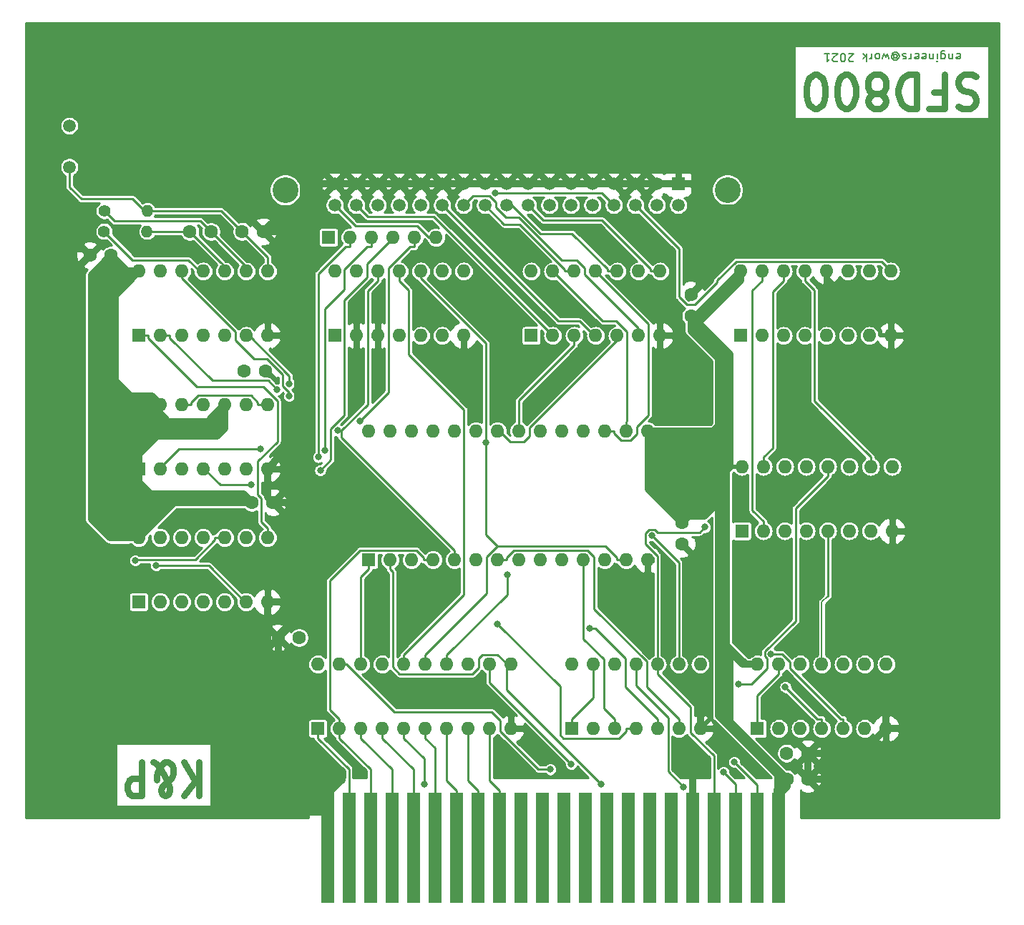
<source format=gbr>
G04 #@! TF.GenerationSoftware,KiCad,Pcbnew,(5.1.2-1)-1*
G04 #@! TF.CreationDate,2021-06-01T15:31:26+01:00*
G04 #@! TF.ProjectId,SFD800,53464438-3030-42e6-9b69-6361645f7063,rev?*
G04 #@! TF.SameCoordinates,Original*
G04 #@! TF.FileFunction,Copper,L1,Top*
G04 #@! TF.FilePolarity,Positive*
%FSLAX46Y46*%
G04 Gerber Fmt 4.6, Leading zero omitted, Abs format (unit mm)*
G04 Created by KiCad (PCBNEW (5.1.2-1)-1) date 2021-06-01 15:31:26*
%MOMM*%
%LPD*%
G04 APERTURE LIST*
%ADD10C,0.200000*%
%ADD11C,0.750000*%
%ADD12C,3.050000*%
%ADD13R,1.520000X1.520000*%
%ADD14C,1.520000*%
%ADD15R,1.500000X13.000000*%
%ADD16C,1.500000*%
%ADD17O,1.600000X1.600000*%
%ADD18R,1.600000X1.600000*%
%ADD19O,1.400000X1.400000*%
%ADD20C,1.400000*%
%ADD21C,1.600000*%
%ADD22C,0.800000*%
%ADD23C,0.500000*%
%ADD24C,0.812800*%
%ADD25C,0.508000*%
%ADD26C,0.250000*%
%ADD27C,0.254000*%
G04 APERTURE END LIST*
D10*
X210565238Y-44065238D02*
X210660476Y-44017619D01*
X210850952Y-44017619D01*
X210946190Y-44065238D01*
X210993809Y-44160476D01*
X210993809Y-44541428D01*
X210946190Y-44636666D01*
X210850952Y-44684285D01*
X210660476Y-44684285D01*
X210565238Y-44636666D01*
X210517619Y-44541428D01*
X210517619Y-44446190D01*
X210993809Y-44350952D01*
X210089047Y-44684285D02*
X210089047Y-44017619D01*
X210089047Y-44589047D02*
X210041428Y-44636666D01*
X209946190Y-44684285D01*
X209803333Y-44684285D01*
X209708095Y-44636666D01*
X209660476Y-44541428D01*
X209660476Y-44017619D01*
X208755714Y-44684285D02*
X208755714Y-43874761D01*
X208803333Y-43779523D01*
X208850952Y-43731904D01*
X208946190Y-43684285D01*
X209089047Y-43684285D01*
X209184285Y-43731904D01*
X208755714Y-44065238D02*
X208850952Y-44017619D01*
X209041428Y-44017619D01*
X209136666Y-44065238D01*
X209184285Y-44112857D01*
X209231904Y-44208095D01*
X209231904Y-44493809D01*
X209184285Y-44589047D01*
X209136666Y-44636666D01*
X209041428Y-44684285D01*
X208850952Y-44684285D01*
X208755714Y-44636666D01*
X208279523Y-44017619D02*
X208279523Y-44684285D01*
X208279523Y-45017619D02*
X208327142Y-44970000D01*
X208279523Y-44922380D01*
X208231904Y-44970000D01*
X208279523Y-45017619D01*
X208279523Y-44922380D01*
X207803333Y-44684285D02*
X207803333Y-44017619D01*
X207803333Y-44589047D02*
X207755714Y-44636666D01*
X207660476Y-44684285D01*
X207517619Y-44684285D01*
X207422380Y-44636666D01*
X207374761Y-44541428D01*
X207374761Y-44017619D01*
X206517619Y-44065238D02*
X206612857Y-44017619D01*
X206803333Y-44017619D01*
X206898571Y-44065238D01*
X206946190Y-44160476D01*
X206946190Y-44541428D01*
X206898571Y-44636666D01*
X206803333Y-44684285D01*
X206612857Y-44684285D01*
X206517619Y-44636666D01*
X206470000Y-44541428D01*
X206470000Y-44446190D01*
X206946190Y-44350952D01*
X205660476Y-44065238D02*
X205755714Y-44017619D01*
X205946190Y-44017619D01*
X206041428Y-44065238D01*
X206089047Y-44160476D01*
X206089047Y-44541428D01*
X206041428Y-44636666D01*
X205946190Y-44684285D01*
X205755714Y-44684285D01*
X205660476Y-44636666D01*
X205612857Y-44541428D01*
X205612857Y-44446190D01*
X206089047Y-44350952D01*
X205184285Y-44017619D02*
X205184285Y-44684285D01*
X205184285Y-44493809D02*
X205136666Y-44589047D01*
X205089047Y-44636666D01*
X204993809Y-44684285D01*
X204898571Y-44684285D01*
X204612857Y-44065238D02*
X204517619Y-44017619D01*
X204327142Y-44017619D01*
X204231904Y-44065238D01*
X204184285Y-44160476D01*
X204184285Y-44208095D01*
X204231904Y-44303333D01*
X204327142Y-44350952D01*
X204470000Y-44350952D01*
X204565238Y-44398571D01*
X204612857Y-44493809D01*
X204612857Y-44541428D01*
X204565238Y-44636666D01*
X204470000Y-44684285D01*
X204327142Y-44684285D01*
X204231904Y-44636666D01*
X203136666Y-44493809D02*
X203184285Y-44541428D01*
X203279523Y-44589047D01*
X203374761Y-44589047D01*
X203470000Y-44541428D01*
X203517619Y-44493809D01*
X203565238Y-44398571D01*
X203565238Y-44303333D01*
X203517619Y-44208095D01*
X203470000Y-44160476D01*
X203374761Y-44112857D01*
X203279523Y-44112857D01*
X203184285Y-44160476D01*
X203136666Y-44208095D01*
X203136666Y-44589047D02*
X203136666Y-44208095D01*
X203089047Y-44160476D01*
X203041428Y-44160476D01*
X202946190Y-44208095D01*
X202898571Y-44303333D01*
X202898571Y-44541428D01*
X202993809Y-44684285D01*
X203136666Y-44779523D01*
X203327142Y-44827142D01*
X203517619Y-44779523D01*
X203660476Y-44684285D01*
X203755714Y-44541428D01*
X203803333Y-44350952D01*
X203755714Y-44160476D01*
X203660476Y-44017619D01*
X203517619Y-43922380D01*
X203327142Y-43874761D01*
X203136666Y-43922380D01*
X202993809Y-44017619D01*
X202565238Y-44684285D02*
X202374761Y-44017619D01*
X202184285Y-44493809D01*
X201993809Y-44017619D01*
X201803333Y-44684285D01*
X201279523Y-44017619D02*
X201374761Y-44065238D01*
X201422380Y-44112857D01*
X201470000Y-44208095D01*
X201470000Y-44493809D01*
X201422380Y-44589047D01*
X201374761Y-44636666D01*
X201279523Y-44684285D01*
X201136666Y-44684285D01*
X201041428Y-44636666D01*
X200993809Y-44589047D01*
X200946190Y-44493809D01*
X200946190Y-44208095D01*
X200993809Y-44112857D01*
X201041428Y-44065238D01*
X201136666Y-44017619D01*
X201279523Y-44017619D01*
X200517619Y-44017619D02*
X200517619Y-44684285D01*
X200517619Y-44493809D02*
X200470000Y-44589047D01*
X200422380Y-44636666D01*
X200327142Y-44684285D01*
X200231904Y-44684285D01*
X199898571Y-44017619D02*
X199898571Y-45017619D01*
X199803333Y-44398571D02*
X199517619Y-44017619D01*
X199517619Y-44684285D02*
X199898571Y-44303333D01*
X198374761Y-44922380D02*
X198327142Y-44970000D01*
X198231904Y-45017619D01*
X197993809Y-45017619D01*
X197898571Y-44970000D01*
X197850952Y-44922380D01*
X197803333Y-44827142D01*
X197803333Y-44731904D01*
X197850952Y-44589047D01*
X198422380Y-44017619D01*
X197803333Y-44017619D01*
X197184285Y-45017619D02*
X197089047Y-45017619D01*
X196993809Y-44970000D01*
X196946190Y-44922380D01*
X196898571Y-44827142D01*
X196850952Y-44636666D01*
X196850952Y-44398571D01*
X196898571Y-44208095D01*
X196946190Y-44112857D01*
X196993809Y-44065238D01*
X197089047Y-44017619D01*
X197184285Y-44017619D01*
X197279523Y-44065238D01*
X197327142Y-44112857D01*
X197374761Y-44208095D01*
X197422380Y-44398571D01*
X197422380Y-44636666D01*
X197374761Y-44827142D01*
X197327142Y-44922380D01*
X197279523Y-44970000D01*
X197184285Y-45017619D01*
X196470000Y-44922380D02*
X196422380Y-44970000D01*
X196327142Y-45017619D01*
X196089047Y-45017619D01*
X195993809Y-44970000D01*
X195946190Y-44922380D01*
X195898571Y-44827142D01*
X195898571Y-44731904D01*
X195946190Y-44589047D01*
X196517619Y-44017619D01*
X195898571Y-44017619D01*
X194946190Y-44017619D02*
X195517619Y-44017619D01*
X195231904Y-44017619D02*
X195231904Y-45017619D01*
X195327142Y-44874761D01*
X195422380Y-44779523D01*
X195517619Y-44731904D01*
D11*
X212912857Y-46730952D02*
X212370000Y-46540476D01*
X211465238Y-46540476D01*
X211103333Y-46730952D01*
X210922380Y-46921428D01*
X210741428Y-47302380D01*
X210741428Y-47683333D01*
X210922380Y-48064285D01*
X211103333Y-48254761D01*
X211465238Y-48445238D01*
X212189047Y-48635714D01*
X212550952Y-48826190D01*
X212731904Y-49016666D01*
X212912857Y-49397619D01*
X212912857Y-49778571D01*
X212731904Y-50159523D01*
X212550952Y-50350000D01*
X212189047Y-50540476D01*
X211284285Y-50540476D01*
X210741428Y-50350000D01*
X207846190Y-48635714D02*
X209112857Y-48635714D01*
X209112857Y-46540476D02*
X209112857Y-50540476D01*
X207303333Y-50540476D01*
X205855714Y-46540476D02*
X205855714Y-50540476D01*
X204950952Y-50540476D01*
X204408095Y-50350000D01*
X204046190Y-49969047D01*
X203865238Y-49588095D01*
X203684285Y-48826190D01*
X203684285Y-48254761D01*
X203865238Y-47492857D01*
X204046190Y-47111904D01*
X204408095Y-46730952D01*
X204950952Y-46540476D01*
X205855714Y-46540476D01*
X201512857Y-48826190D02*
X201874761Y-49016666D01*
X202055714Y-49207142D01*
X202236666Y-49588095D01*
X202236666Y-49778571D01*
X202055714Y-50159523D01*
X201874761Y-50350000D01*
X201512857Y-50540476D01*
X200789047Y-50540476D01*
X200427142Y-50350000D01*
X200246190Y-50159523D01*
X200065238Y-49778571D01*
X200065238Y-49588095D01*
X200246190Y-49207142D01*
X200427142Y-49016666D01*
X200789047Y-48826190D01*
X201512857Y-48826190D01*
X201874761Y-48635714D01*
X202055714Y-48445238D01*
X202236666Y-48064285D01*
X202236666Y-47302380D01*
X202055714Y-46921428D01*
X201874761Y-46730952D01*
X201512857Y-46540476D01*
X200789047Y-46540476D01*
X200427142Y-46730952D01*
X200246190Y-46921428D01*
X200065238Y-47302380D01*
X200065238Y-48064285D01*
X200246190Y-48445238D01*
X200427142Y-48635714D01*
X200789047Y-48826190D01*
X197712857Y-50540476D02*
X197350952Y-50540476D01*
X196989047Y-50350000D01*
X196808095Y-50159523D01*
X196627142Y-49778571D01*
X196446190Y-49016666D01*
X196446190Y-48064285D01*
X196627142Y-47302380D01*
X196808095Y-46921428D01*
X196989047Y-46730952D01*
X197350952Y-46540476D01*
X197712857Y-46540476D01*
X198074761Y-46730952D01*
X198255714Y-46921428D01*
X198436666Y-47302380D01*
X198617619Y-48064285D01*
X198617619Y-49016666D01*
X198436666Y-49778571D01*
X198255714Y-50159523D01*
X198074761Y-50350000D01*
X197712857Y-50540476D01*
X194093809Y-50540476D02*
X193731904Y-50540476D01*
X193370000Y-50350000D01*
X193189047Y-50159523D01*
X193008095Y-49778571D01*
X192827142Y-49016666D01*
X192827142Y-48064285D01*
X193008095Y-47302380D01*
X193189047Y-46921428D01*
X193370000Y-46730952D01*
X193731904Y-46540476D01*
X194093809Y-46540476D01*
X194455714Y-46730952D01*
X194636666Y-46921428D01*
X194817619Y-47302380D01*
X194998571Y-48064285D01*
X194998571Y-49016666D01*
X194817619Y-49778571D01*
X194636666Y-50159523D01*
X194455714Y-50350000D01*
X194093809Y-50540476D01*
X120902857Y-127980476D02*
X120902857Y-131980476D01*
X119188571Y-127980476D02*
X120474285Y-130266190D01*
X119188571Y-131980476D02*
X120902857Y-129694761D01*
X115474285Y-127980476D02*
X115617142Y-127980476D01*
X115902857Y-128170952D01*
X116331428Y-128742380D01*
X117045714Y-129885238D01*
X117331428Y-130456666D01*
X117474285Y-131028095D01*
X117474285Y-131409047D01*
X117331428Y-131790000D01*
X117045714Y-131980476D01*
X116902857Y-131980476D01*
X116617142Y-131790000D01*
X116474285Y-131409047D01*
X116474285Y-131218571D01*
X116617142Y-130837619D01*
X116760000Y-130647142D01*
X117617142Y-129885238D01*
X117760000Y-129694761D01*
X117902857Y-129313809D01*
X117902857Y-128742380D01*
X117760000Y-128361428D01*
X117617142Y-128170952D01*
X117331428Y-127980476D01*
X116902857Y-127980476D01*
X116617142Y-128170952D01*
X116474285Y-128361428D01*
X116045714Y-129123333D01*
X115902857Y-129694761D01*
X115902857Y-130075714D01*
X114188571Y-127980476D02*
X114188571Y-131980476D01*
X113045714Y-131980476D01*
X112760000Y-131790000D01*
X112617142Y-131599523D01*
X112474285Y-131218571D01*
X112474285Y-130647142D01*
X112617142Y-130266190D01*
X112760000Y-130075714D01*
X113045714Y-129885238D01*
X114188571Y-129885238D01*
D12*
X131160000Y-60220000D03*
X183480000Y-60220000D03*
D13*
X177640000Y-59460000D03*
D14*
X177640000Y-62000000D03*
X175100000Y-59460000D03*
X175100000Y-62000000D03*
X172560000Y-59460000D03*
X172560000Y-62000000D03*
X170020000Y-59460000D03*
X170020000Y-62000000D03*
X167480000Y-59460000D03*
X167480000Y-62000000D03*
X164940000Y-59460000D03*
X164940000Y-62000000D03*
X162400000Y-59460000D03*
X162400000Y-62000000D03*
X159860000Y-59460000D03*
X159860000Y-62000000D03*
X157320000Y-59460000D03*
X157320000Y-62000000D03*
X154780000Y-59460000D03*
X154780000Y-62000000D03*
X152240000Y-59460000D03*
X152240000Y-62000000D03*
X149700000Y-59460000D03*
X149700000Y-62000000D03*
X147160000Y-59460000D03*
X147160000Y-62000000D03*
X144620000Y-59460000D03*
X144620000Y-62000000D03*
X142080000Y-59460000D03*
X142080000Y-62000000D03*
X139540000Y-59460000D03*
X139540000Y-62000000D03*
X137000000Y-59460000D03*
X137000000Y-62000000D03*
D15*
X136130000Y-138153200D03*
X138670000Y-138153200D03*
X141210000Y-138153200D03*
X143750000Y-138153200D03*
X189470000Y-138153200D03*
X186930000Y-138153200D03*
X184390000Y-138153200D03*
X181850000Y-138153200D03*
X179310000Y-138153200D03*
X176770000Y-138153200D03*
X174230000Y-138153200D03*
X171690000Y-138153200D03*
X169150000Y-138153200D03*
X166610000Y-138153200D03*
X164070000Y-138153200D03*
X161530000Y-138153200D03*
X158990000Y-138153200D03*
X156450000Y-138153200D03*
X153910000Y-138153200D03*
X151370000Y-138153200D03*
X148830000Y-138153200D03*
X146290000Y-138153200D03*
D16*
X105600000Y-52600000D03*
X105600000Y-57500000D03*
D17*
X185000000Y-69830000D03*
X202780000Y-77450000D03*
X187540000Y-69830000D03*
X200240000Y-77450000D03*
X190080000Y-69830000D03*
X197700000Y-77450000D03*
X192620000Y-69830000D03*
X195160000Y-77450000D03*
X195160000Y-69830000D03*
X192620000Y-77450000D03*
X197700000Y-69830000D03*
X190080000Y-77450000D03*
X200240000Y-69830000D03*
X187540000Y-77450000D03*
X202780000Y-69830000D03*
D18*
X185000000Y-77450000D03*
D17*
X185160000Y-92970000D03*
X202940000Y-100590000D03*
X187700000Y-92970000D03*
X200400000Y-100590000D03*
X190240000Y-92970000D03*
X197860000Y-100590000D03*
X192780000Y-92970000D03*
X195320000Y-100590000D03*
X195320000Y-92970000D03*
X192780000Y-100590000D03*
X197860000Y-92970000D03*
X190240000Y-100590000D03*
X200400000Y-92970000D03*
X187700000Y-100590000D03*
X202940000Y-92970000D03*
D18*
X185160000Y-100590000D03*
D17*
X141000000Y-88760000D03*
X174020000Y-104000000D03*
X143540000Y-88760000D03*
X171480000Y-104000000D03*
X146080000Y-88760000D03*
X168940000Y-104000000D03*
X148620000Y-88760000D03*
X166400000Y-104000000D03*
X151160000Y-88760000D03*
X163860000Y-104000000D03*
X153700000Y-88760000D03*
X161320000Y-104000000D03*
X156240000Y-88760000D03*
X158780000Y-104000000D03*
X158780000Y-88760000D03*
X156240000Y-104000000D03*
X161320000Y-88760000D03*
X153700000Y-104000000D03*
X163860000Y-88760000D03*
X151160000Y-104000000D03*
X166400000Y-88760000D03*
X148620000Y-104000000D03*
X168940000Y-88760000D03*
X146080000Y-104000000D03*
X171480000Y-88760000D03*
X143540000Y-104000000D03*
X174020000Y-88760000D03*
D18*
X141000000Y-104000000D03*
D17*
X187000000Y-116380000D03*
X202240000Y-124000000D03*
X189540000Y-116380000D03*
X199700000Y-124000000D03*
X192080000Y-116380000D03*
X197160000Y-124000000D03*
X194620000Y-116380000D03*
X194620000Y-124000000D03*
X197160000Y-116380000D03*
X192080000Y-124000000D03*
X199700000Y-116380000D03*
X189540000Y-124000000D03*
X202240000Y-116380000D03*
D18*
X187000000Y-124000000D03*
D17*
X165000000Y-116380000D03*
X180240000Y-124000000D03*
X167540000Y-116380000D03*
X177700000Y-124000000D03*
X170080000Y-116380000D03*
X175160000Y-124000000D03*
X172620000Y-116380000D03*
X172620000Y-124000000D03*
X175160000Y-116380000D03*
X170080000Y-124000000D03*
X177700000Y-116380000D03*
X167540000Y-124000000D03*
X180240000Y-116380000D03*
D18*
X165000000Y-124000000D03*
D17*
X113800000Y-85630000D03*
X129040000Y-93250000D03*
X116340000Y-85630000D03*
X126500000Y-93250000D03*
X118880000Y-85630000D03*
X123960000Y-93250000D03*
X121420000Y-85630000D03*
X121420000Y-93250000D03*
X123960000Y-85630000D03*
X118880000Y-93250000D03*
X126500000Y-85630000D03*
X116340000Y-93250000D03*
X129040000Y-85630000D03*
D18*
X113800000Y-93250000D03*
D17*
X137000000Y-69830000D03*
X152240000Y-77450000D03*
X139540000Y-69830000D03*
X149700000Y-77450000D03*
X142080000Y-69830000D03*
X147160000Y-77450000D03*
X144620000Y-69830000D03*
X144620000Y-77450000D03*
X147160000Y-69830000D03*
X142080000Y-77450000D03*
X149700000Y-69830000D03*
X139540000Y-77450000D03*
X152240000Y-69830000D03*
D18*
X137000000Y-77450000D03*
D17*
X113800000Y-101380000D03*
X129040000Y-109000000D03*
X116340000Y-101380000D03*
X126500000Y-109000000D03*
X118880000Y-101380000D03*
X123960000Y-109000000D03*
X121420000Y-101380000D03*
X121420000Y-109000000D03*
X123960000Y-101380000D03*
X118880000Y-109000000D03*
X126500000Y-101380000D03*
X116340000Y-109000000D03*
X129040000Y-101380000D03*
D18*
X113800000Y-109000000D03*
D17*
X135000000Y-116380000D03*
X157860000Y-124000000D03*
X137540000Y-116380000D03*
X155320000Y-124000000D03*
X140080000Y-116380000D03*
X152780000Y-124000000D03*
X142620000Y-116380000D03*
X150240000Y-124000000D03*
X145160000Y-116380000D03*
X147700000Y-124000000D03*
X147700000Y-116380000D03*
X145160000Y-124000000D03*
X150240000Y-116380000D03*
X142620000Y-124000000D03*
X152780000Y-116380000D03*
X140080000Y-124000000D03*
X155320000Y-116380000D03*
X137540000Y-124000000D03*
X157860000Y-116380000D03*
D18*
X135000000Y-124000000D03*
D17*
X113800000Y-69830000D03*
X129040000Y-77450000D03*
X116340000Y-69830000D03*
X126500000Y-77450000D03*
X118880000Y-69830000D03*
X123960000Y-77450000D03*
X121420000Y-69830000D03*
X121420000Y-77450000D03*
X123960000Y-69830000D03*
X118880000Y-77450000D03*
X126500000Y-69830000D03*
X116340000Y-77450000D03*
X129040000Y-69830000D03*
D18*
X113800000Y-77450000D03*
D17*
X160250000Y-69830000D03*
X175490000Y-77450000D03*
X162790000Y-69830000D03*
X172950000Y-77450000D03*
X165330000Y-69830000D03*
X170410000Y-77450000D03*
X167870000Y-69830000D03*
X167870000Y-77450000D03*
X170410000Y-69830000D03*
X165330000Y-77450000D03*
X172950000Y-69830000D03*
X162790000Y-77450000D03*
X175490000Y-69830000D03*
D18*
X160250000Y-77450000D03*
D17*
X148970000Y-65810000D03*
X146430000Y-65810000D03*
X143890000Y-65810000D03*
X141350000Y-65810000D03*
X138810000Y-65810000D03*
D18*
X136270000Y-65810000D03*
D19*
X114790000Y-65110000D03*
D20*
X109710000Y-65110000D03*
D19*
X114810000Y-62670000D03*
D20*
X109730000Y-62670000D03*
D21*
X122360000Y-65140000D03*
X119860000Y-65140000D03*
X128510000Y-65120000D03*
X126010000Y-65120000D03*
X132790000Y-113230000D03*
X130290000Y-113230000D03*
X179140000Y-72620000D03*
X179140000Y-75120000D03*
X178090000Y-102120000D03*
X178090000Y-99620000D03*
X192970000Y-126910000D03*
X190470000Y-126910000D03*
X192990000Y-129970000D03*
X190490000Y-129970000D03*
X110540000Y-67930000D03*
X108040000Y-67930000D03*
X128800000Y-81660000D03*
X126300000Y-81660000D03*
X127180000Y-97210000D03*
X129680000Y-97210000D03*
D22*
X189440000Y-133900000D03*
X189440000Y-133020000D03*
X189480000Y-132130000D03*
X179310000Y-125950000D03*
X136230000Y-132130000D03*
X136200000Y-133850000D03*
X136210000Y-132990000D03*
X168490600Y-130584000D03*
X164971400Y-128189100D03*
X162499100Y-128833500D03*
X147560000Y-130584000D03*
X178268800Y-130907100D03*
X184254800Y-127952400D03*
X184794400Y-118729900D03*
X182984500Y-129157700D03*
X174492900Y-101136900D03*
X180789900Y-100135400D03*
X135791300Y-91086400D03*
X139990900Y-87532300D03*
X135048000Y-91845800D03*
X135285700Y-93392800D03*
X155994800Y-60553600D03*
X113390700Y-104099000D03*
X131605300Y-83128800D03*
X131605600Y-84631400D03*
X115864300Y-104694700D03*
X130182000Y-83824800D03*
X127124500Y-95145800D03*
X154861900Y-90070900D03*
X157384700Y-105777400D03*
X128238400Y-90860200D03*
X137334400Y-88704000D03*
X156253100Y-111592300D03*
X167153700Y-112146300D03*
X188620700Y-115166800D03*
X190314000Y-119094100D03*
D23*
X183754000Y-114313100D02*
X185749700Y-116308800D01*
X189470000Y-138153200D02*
X189440000Y-138123200D01*
X189440000Y-138123200D02*
X189440000Y-133900000D01*
X185160000Y-92970000D02*
X183754000Y-92970000D01*
D24*
X183754000Y-92970000D02*
X183754000Y-79733600D01*
X183754000Y-79733600D02*
X179480000Y-75460000D01*
X179480000Y-75460000D02*
X179480000Y-75350000D01*
X179480000Y-75350000D02*
X185000000Y-69830000D01*
X113800000Y-93250000D02*
X113800000Y-91500000D01*
X113800000Y-91500000D02*
X115950000Y-89350000D01*
X115950000Y-89350000D02*
X123060000Y-89350000D01*
X123060000Y-89350000D02*
X123960000Y-88450000D01*
X112810000Y-84640000D02*
X113800000Y-85630000D01*
X111000000Y-82830000D02*
X112810000Y-84640000D01*
X189440000Y-133900000D02*
X189330000Y-133790000D01*
X189330000Y-133790000D02*
X189330000Y-131280000D01*
X189330000Y-131280000D02*
X190490000Y-130120000D01*
X190490000Y-130120000D02*
X190490000Y-129970000D01*
X112810000Y-84640000D02*
X115350000Y-84640000D01*
X115350000Y-84640000D02*
X116340000Y-85630000D01*
X123960000Y-86761400D02*
X123960000Y-85630000D01*
X123960000Y-86761400D02*
X122591000Y-88130000D01*
X116300000Y-88130000D02*
X113800000Y-85630000D01*
X113800000Y-93250000D02*
X113800000Y-94862800D01*
X113800000Y-94862800D02*
X115187000Y-96250000D01*
X115187000Y-96250000D02*
X126220000Y-96250000D01*
X126220000Y-96250000D02*
X127180000Y-97210000D01*
X113800000Y-93250000D02*
X112187000Y-93250000D01*
X112187000Y-93250000D02*
X111000000Y-92062800D01*
X113800000Y-69830000D02*
X113000000Y-70630000D01*
X113000000Y-70630000D02*
X113000000Y-70700000D01*
X113000000Y-70700000D02*
X111000000Y-72700000D01*
X111000000Y-72700000D02*
X111000000Y-82830000D01*
X113800000Y-101380000D02*
X112669000Y-101380000D01*
X112669000Y-101380000D02*
X112649000Y-101400000D01*
X112649000Y-101400000D02*
X110410000Y-101400000D01*
X110410000Y-101400000D02*
X108200000Y-99190000D01*
X108200000Y-99190000D02*
X108200000Y-70270000D01*
X108200000Y-70270000D02*
X110540000Y-67930000D01*
X127180000Y-97210000D02*
X117970000Y-97210000D01*
X117970000Y-97210000D02*
X113800000Y-101380000D01*
X178090000Y-99620000D02*
X174060000Y-95590000D01*
X174060000Y-95590000D02*
X174060000Y-88800000D01*
X174060000Y-88800000D02*
X174020000Y-88760000D01*
X182390000Y-88130000D02*
X182390000Y-80120000D01*
X182390000Y-80120000D02*
X179140000Y-76870000D01*
X179140000Y-76870000D02*
X179140000Y-75120000D01*
X182390000Y-88130000D02*
X181760000Y-88760000D01*
X181760000Y-88760000D02*
X174020000Y-88760000D01*
X178090000Y-99620000D02*
X178890000Y-98820000D01*
X178890000Y-98820000D02*
X180670000Y-98820000D01*
X180670000Y-98820000D02*
X182390000Y-97100000D01*
X182390411Y-97100411D02*
X182390000Y-97100000D01*
X182390411Y-117489589D02*
X182390411Y-117619589D01*
X182390411Y-121870411D02*
X182390411Y-117489589D01*
X182390411Y-117489589D02*
X182390411Y-97100411D01*
X183000000Y-122480000D02*
X183000000Y-79850000D01*
X190490000Y-129970000D02*
X183000000Y-122480000D01*
X183000000Y-122480000D02*
X182390411Y-121870411D01*
X183000000Y-79850000D02*
X179570000Y-76420000D01*
X112440000Y-69830000D02*
X110540000Y-67930000D01*
X113800000Y-69830000D02*
X112440000Y-69830000D01*
X113800000Y-93250000D02*
X113800000Y-93820000D01*
X113800000Y-93820000D02*
X113010000Y-94610000D01*
X113010000Y-94610000D02*
X113010000Y-95180000D01*
X113010000Y-95180000D02*
X114610000Y-96780000D01*
X109740001Y-68729999D02*
X109740001Y-69789999D01*
X110540000Y-67930000D02*
X109740001Y-68729999D01*
X109740001Y-69789999D02*
X108870000Y-70660000D01*
X108870000Y-70660000D02*
X108870000Y-98880000D01*
X108870000Y-98880000D02*
X110620000Y-100630000D01*
X110620000Y-100630000D02*
X113770000Y-100630000D01*
X113770000Y-100630000D02*
X116960000Y-97440000D01*
X114260000Y-97440000D02*
X112340000Y-95520000D01*
X112340000Y-95520000D02*
X112340000Y-94410000D01*
X113500000Y-93250000D02*
X113800000Y-93250000D01*
X112340000Y-94410000D02*
X113500000Y-93250000D01*
X117230000Y-96780000D02*
X116790000Y-96780000D01*
X114610000Y-96780000D02*
X117230000Y-96780000D01*
X117230000Y-96780000D02*
X126140000Y-96780000D01*
X117190000Y-97210000D02*
X116960000Y-97440000D01*
X117970000Y-97210000D02*
X117190000Y-97210000D01*
X115720000Y-97440000D02*
X115720000Y-97670000D01*
X116960000Y-97440000D02*
X115720000Y-97440000D01*
X115720000Y-97440000D02*
X114260000Y-97440000D01*
X115720000Y-97670000D02*
X113480000Y-99910000D01*
X113480000Y-99910000D02*
X110830000Y-99910000D01*
X110830000Y-99910000D02*
X109640000Y-98720000D01*
X112700000Y-70400000D02*
X113000000Y-70700000D01*
X112700000Y-70400000D02*
X112430000Y-70400000D01*
X112430000Y-70400000D02*
X110440000Y-72390000D01*
X111420000Y-93680000D02*
X112430000Y-93680000D01*
X110440000Y-92120000D02*
X110470000Y-92120000D01*
X110440000Y-72390000D02*
X110440000Y-92120000D01*
X110440000Y-92120000D02*
X110440000Y-92700000D01*
X110470000Y-92120000D02*
X111520000Y-93170000D01*
X110050000Y-98310000D02*
X110170000Y-98310000D01*
X110440000Y-97920000D02*
X110050000Y-98310000D01*
X110050000Y-98310000D02*
X109640000Y-98720000D01*
X110170000Y-98310000D02*
X111040000Y-99180000D01*
X111040000Y-99180000D02*
X113430000Y-99180000D01*
X113430000Y-99180000D02*
X114720000Y-97890000D01*
X114720000Y-97890000D02*
X111810000Y-94980000D01*
X111810000Y-94980000D02*
X111810000Y-94180000D01*
X111810000Y-94180000D02*
X111130000Y-94180000D01*
X111130000Y-94180000D02*
X111100000Y-94150000D01*
X111100000Y-94150000D02*
X111100000Y-93360000D01*
X111100000Y-93360000D02*
X111420000Y-93680000D01*
X110440000Y-92700000D02*
X111100000Y-93360000D01*
X111440000Y-98520000D02*
X110840000Y-97920000D01*
X113860000Y-97860000D02*
X113200000Y-98520000D01*
X113860000Y-97800000D02*
X113860000Y-97860000D01*
X111630000Y-97910000D02*
X111220000Y-97500000D01*
X110840000Y-97920000D02*
X110440000Y-97920000D01*
X111220000Y-95160000D02*
X113860000Y-97800000D01*
X113080000Y-97910000D02*
X111630000Y-97910000D01*
X113200000Y-98520000D02*
X111440000Y-98520000D01*
X111720000Y-96550000D02*
X113080000Y-97910000D01*
X110440000Y-94110000D02*
X110590000Y-94110000D01*
X110440000Y-92700000D02*
X110440000Y-94110000D01*
X110440000Y-94110000D02*
X110440000Y-97920000D01*
X110590000Y-94110000D02*
X111180000Y-94700000D01*
X111220000Y-96650000D02*
X111220000Y-96730000D01*
X111220000Y-97500000D02*
X111220000Y-96650000D01*
X111220000Y-96650000D02*
X111220000Y-95160000D01*
X111220000Y-96730000D02*
X111890000Y-97400000D01*
X123960000Y-87680000D02*
X123760000Y-87680000D01*
X123960000Y-88450000D02*
X123960000Y-87680000D01*
X123960000Y-87680000D02*
X123960000Y-86761400D01*
X123760000Y-87680000D02*
X122700000Y-88740000D01*
X122700000Y-88740000D02*
X122620000Y-88660000D01*
X122620000Y-88660000D02*
X116070000Y-88660000D01*
X116070000Y-88660000D02*
X113890000Y-86480000D01*
X113890000Y-86480000D02*
X113890000Y-86470000D01*
X113890000Y-86470000D02*
X111430000Y-84010000D01*
X111430000Y-84010000D02*
X111620000Y-84200000D01*
X111620000Y-84200000D02*
X111620000Y-91690000D01*
X111620000Y-91690000D02*
X111930000Y-91690000D01*
X111930000Y-91690000D02*
X112820000Y-92580000D01*
X111000000Y-91410000D02*
X111010000Y-91410000D01*
X111000000Y-92062800D02*
X111000000Y-91410000D01*
X111000000Y-91410000D02*
X111000000Y-82830000D01*
X111010000Y-91410000D02*
X112290000Y-92690000D01*
X112290000Y-92690000D02*
X112210000Y-92610000D01*
X112210000Y-85380000D02*
X115610000Y-88780000D01*
X115610000Y-88780000D02*
X115610000Y-88830000D01*
X115610000Y-88830000D02*
X113310000Y-91130000D01*
X113800000Y-91620000D02*
X113800000Y-91720000D01*
X113310000Y-91130000D02*
X113800000Y-91620000D01*
X113800000Y-91720000D02*
X113210000Y-92310000D01*
X113210000Y-92310000D02*
X113210000Y-91840000D01*
X113210000Y-91840000D02*
X112820000Y-91450000D01*
X112820000Y-91450000D02*
X114550000Y-89720000D01*
X114550000Y-89720000D02*
X114550000Y-88420000D01*
X114550000Y-88420000D02*
X112800000Y-86670000D01*
X112800000Y-86670000D02*
X112800000Y-90670000D01*
X112800000Y-90670000D02*
X114050000Y-89420000D01*
X114050000Y-89420000D02*
X114050000Y-88530000D01*
X114050000Y-88530000D02*
X113310000Y-87790000D01*
X113310000Y-87790000D02*
X113310000Y-89370000D01*
X115610000Y-88780000D02*
X115080000Y-88780000D01*
X112210000Y-91260000D02*
X112800000Y-90670000D01*
X112210000Y-91300000D02*
X112210000Y-91260000D01*
X112210000Y-92610000D02*
X112210000Y-91300000D01*
X112210000Y-91300000D02*
X112210000Y-85380000D01*
X117030000Y-88130000D02*
X117010000Y-88130000D01*
X117030000Y-88130000D02*
X116300000Y-88130000D01*
X117010000Y-88130000D02*
X114760000Y-85880000D01*
X117070000Y-87650000D02*
X117550000Y-88130000D01*
X114840000Y-85200000D02*
X117070000Y-87430000D01*
X117070000Y-87430000D02*
X117070000Y-87650000D01*
X114410000Y-85630000D02*
X114840000Y-85200000D01*
X113800000Y-85630000D02*
X114410000Y-85630000D01*
X117550000Y-88130000D02*
X117030000Y-88130000D01*
X122591000Y-88130000D02*
X117550000Y-88130000D01*
X117070000Y-87650000D02*
X122270000Y-87650000D01*
X122270000Y-87320000D02*
X122930000Y-86660000D01*
X122930000Y-86660000D02*
X123960000Y-86660000D01*
X122270000Y-87650000D02*
X122270000Y-87320000D01*
X123960000Y-86660000D02*
X123960000Y-85630000D01*
X123960000Y-86761400D02*
X123960000Y-86660000D01*
X122930000Y-86660000D02*
X123960000Y-85630000D01*
X109640000Y-70990000D02*
X109640000Y-98720000D01*
X110070000Y-70560000D02*
X109640000Y-70990000D01*
X110070000Y-71840000D02*
X110070000Y-70560000D01*
X110280000Y-69330000D02*
X111430000Y-70480000D01*
X110280000Y-69020000D02*
X110280000Y-69330000D01*
X110780000Y-69020000D02*
X110280000Y-69020000D01*
X112160000Y-70400000D02*
X110780000Y-69020000D01*
X112700000Y-70400000D02*
X112160000Y-70400000D01*
X110990000Y-70920000D02*
X110990000Y-70810000D01*
X111430000Y-70480000D02*
X110990000Y-70920000D01*
X110990000Y-70920000D02*
X110070000Y-71840000D01*
X109969999Y-69789999D02*
X109740001Y-69789999D01*
X110990000Y-70810000D02*
X109969999Y-69789999D01*
X174819999Y-89559999D02*
X175270001Y-89559999D01*
X174020000Y-88760000D02*
X174819999Y-89559999D01*
X175270001Y-89559999D02*
X175450000Y-89380000D01*
X175450000Y-89380000D02*
X181630000Y-89380000D01*
X181630000Y-89380000D02*
X181730000Y-89480000D01*
X181730000Y-89480000D02*
X181730000Y-96760000D01*
X181730000Y-96760000D02*
X180260000Y-98230000D01*
X179480000Y-98230000D02*
X179000000Y-98710000D01*
X180260000Y-98230000D02*
X179480000Y-98230000D01*
X179000000Y-98710000D02*
X177940000Y-98710000D01*
X177940000Y-98710000D02*
X174740000Y-95510000D01*
X174740000Y-95510000D02*
X174740000Y-90080000D01*
X174740000Y-90080000D02*
X174830000Y-89990000D01*
X174830000Y-89990000D02*
X181020000Y-89990000D01*
X181020000Y-89990000D02*
X181190000Y-90160000D01*
X181190000Y-90160000D02*
X181190000Y-96360000D01*
X181190000Y-96360000D02*
X179570000Y-97980000D01*
X179570000Y-97980000D02*
X178160000Y-97980000D01*
X178160000Y-97980000D02*
X175370000Y-95190000D01*
X176370000Y-95190000D02*
X175370000Y-95190000D01*
X175370000Y-95190000D02*
X175370000Y-90730000D01*
X175370000Y-90730000D02*
X175450000Y-90650000D01*
X175450000Y-90650000D02*
X176040000Y-90650000D01*
X178350000Y-97170000D02*
X176370000Y-95190000D01*
X179370000Y-97170000D02*
X178350000Y-97170000D01*
X180550000Y-95990000D02*
X179370000Y-97170000D01*
X180550000Y-90680000D02*
X180550000Y-95990000D01*
X180520000Y-90650000D02*
X180550000Y-90680000D01*
X176040000Y-90650000D02*
X180520000Y-90650000D01*
X176370000Y-94050000D02*
X176470000Y-94050000D01*
X176370000Y-95190000D02*
X176370000Y-94050000D01*
X176470000Y-94050000D02*
X178260000Y-95840000D01*
X178260000Y-95840000D02*
X178860000Y-95840000D01*
X178860000Y-95840000D02*
X179380000Y-95320000D01*
X179380000Y-95320000D02*
X179380000Y-92090000D01*
X179380000Y-92090000D02*
X179220000Y-91930000D01*
X179220000Y-91930000D02*
X176970000Y-91930000D01*
X176970000Y-91930000D02*
X177010000Y-91970000D01*
X177010000Y-91970000D02*
X177010000Y-93710000D01*
X177010000Y-93710000D02*
X178410000Y-95110000D01*
X178410000Y-95110000D02*
X178670000Y-95110000D01*
X178670000Y-95110000D02*
X178810000Y-94970000D01*
X178810000Y-94970000D02*
X178810000Y-92500000D01*
X178810000Y-92500000D02*
X177570000Y-92500000D01*
X177570000Y-92500000D02*
X177570000Y-93430000D01*
X177570000Y-93430000D02*
X177590000Y-93430000D01*
X177590000Y-93430000D02*
X178290000Y-94130000D01*
X178290000Y-94130000D02*
X178290000Y-93020000D01*
X176040000Y-94500000D02*
X176040000Y-90650000D01*
X179200000Y-96470000D02*
X178010000Y-96470000D01*
X179990000Y-95680000D02*
X179200000Y-96470000D01*
X176370000Y-94050000D02*
X176370000Y-91320000D01*
X176900000Y-91320000D02*
X176980000Y-91400000D01*
X179990000Y-91400000D02*
X179990000Y-95680000D01*
X176980000Y-91400000D02*
X179990000Y-91400000D01*
X178010000Y-96470000D02*
X176040000Y-94500000D01*
X176370000Y-91320000D02*
X176900000Y-91320000D01*
X182370000Y-88760000D02*
X182390000Y-88740000D01*
X181760000Y-88760000D02*
X182370000Y-88760000D01*
X182390000Y-88740000D02*
X182390000Y-88130000D01*
X182390000Y-97100000D02*
X182390000Y-88740000D01*
X179570000Y-76420000D02*
X179570000Y-76300000D01*
X179570000Y-76300000D02*
X184730000Y-71140000D01*
X185000000Y-70870000D02*
X185000000Y-69830000D01*
X184730000Y-71140000D02*
X185000000Y-70870000D01*
X187000000Y-116380000D02*
X185868630Y-116380000D01*
X185280000Y-116380000D02*
X184200000Y-115300000D01*
X187000000Y-116380000D02*
X185280000Y-116380000D01*
X189470000Y-138153200D02*
X189470000Y-131820000D01*
X190490000Y-130800000D02*
X190490000Y-130670000D01*
X189470000Y-131820000D02*
X190490000Y-130800000D01*
X190490000Y-130670000D02*
X190490000Y-129970000D01*
X183330000Y-93394000D02*
X183754000Y-92970000D01*
X183330000Y-114430000D02*
X183330000Y-93394000D01*
X184200000Y-115300000D02*
X183330000Y-114430000D01*
X183754000Y-114564000D02*
X183330000Y-114140000D01*
X183754000Y-123234000D02*
X183754000Y-114564000D01*
X190490000Y-129970000D02*
X183754000Y-123234000D01*
X190490000Y-129970000D02*
X189910000Y-129970000D01*
X182390411Y-122450411D02*
X182390411Y-121870411D01*
X189440000Y-131170000D02*
X189330000Y-131280000D01*
X189440000Y-129500000D02*
X189440000Y-131170000D01*
X189910000Y-129970000D02*
X189440000Y-129500000D01*
X189440000Y-129500000D02*
X182390411Y-122450411D01*
X136220000Y-132990000D02*
X136220000Y-132140000D01*
X136220000Y-133990000D02*
X136220000Y-132990000D01*
D23*
X136210000Y-132990000D02*
X136220000Y-132990000D01*
X136130000Y-138153200D02*
X136200000Y-138083200D01*
X136200000Y-138083200D02*
X136200000Y-133850000D01*
X179310000Y-138153200D02*
X179310000Y-138153000D01*
D24*
X130170000Y-113110000D02*
X130050000Y-113230000D01*
X130310000Y-112970000D02*
X130170000Y-113110000D01*
D23*
X130290000Y-113230000D02*
X130170000Y-113110000D01*
D24*
X175100000Y-59460000D02*
X177640000Y-59460000D01*
X172560000Y-59460000D02*
X175100000Y-59460000D01*
X170020000Y-59460000D02*
X172560000Y-59460000D01*
X167480000Y-59460000D02*
X170020000Y-59460000D01*
X164940000Y-59460000D02*
X167480000Y-59460000D01*
X162400000Y-59460000D02*
X164940000Y-59460000D01*
X159860000Y-59460000D02*
X162400000Y-59460000D01*
X157320000Y-59460000D02*
X159860000Y-59460000D01*
X154780000Y-59460000D02*
X157320000Y-59460000D01*
X152240000Y-59460000D02*
X154780000Y-59460000D01*
X149700000Y-59460000D02*
X152240000Y-59460000D01*
X147160000Y-59460000D02*
X149700000Y-59460000D01*
X144620000Y-59460000D02*
X147160000Y-59460000D01*
X142080000Y-59460000D02*
X144620000Y-59460000D01*
X139540000Y-59460000D02*
X142080000Y-59460000D01*
X137000000Y-59460000D02*
X139540000Y-59460000D01*
X133930000Y-109350000D02*
X130310000Y-112970000D01*
X133960000Y-59740000D02*
X134240000Y-59460000D01*
X134240000Y-59460000D02*
X137000000Y-59460000D01*
X133960000Y-57830000D02*
X133960000Y-59740000D01*
X133960000Y-57830000D02*
X177150000Y-57830000D01*
X177150000Y-57830000D02*
X177170000Y-57850000D01*
X177170000Y-57850000D02*
X183780000Y-57850000D01*
X132630000Y-57830000D02*
X133960000Y-57830000D01*
X184503000Y-62351400D02*
X204781000Y-62351400D01*
X204781000Y-62351400D02*
X206830000Y-64400000D01*
X206830000Y-64400000D02*
X206830000Y-116140000D01*
X206830000Y-116140000D02*
X202240000Y-120730000D01*
X202240000Y-120730000D02*
X202240000Y-124000000D01*
X183891000Y-62351400D02*
X184503000Y-62351400D01*
X183891000Y-62351400D02*
X182539000Y-62351400D01*
X184503000Y-62351400D02*
X183891000Y-62351400D01*
X184264000Y-57850000D02*
X192881000Y-57850000D01*
X192881000Y-57850000D02*
X192901000Y-57830000D01*
X192901000Y-57830000D02*
X207590000Y-57830000D01*
X207590000Y-57830000D02*
X209900000Y-60140000D01*
X209900000Y-60140000D02*
X209900000Y-119460000D01*
X209900000Y-119460000D02*
X205360000Y-124000000D01*
X183780000Y-57850000D02*
X184264000Y-57850000D01*
X183780000Y-57850000D02*
X184264000Y-57850000D01*
X129040000Y-125013500D02*
X125417000Y-121390000D01*
X125417000Y-121390000D02*
X110050000Y-121390000D01*
X110050000Y-121390000D02*
X103640000Y-114980000D01*
X103640000Y-114980000D02*
X103640000Y-71000000D01*
X133458000Y-129432000D02*
X129040000Y-125013500D01*
X129040000Y-109000000D02*
X129040000Y-125013500D01*
X179310000Y-138153000D02*
X179310000Y-125950000D01*
X132630000Y-57830000D02*
X133300000Y-58500000D01*
X133300000Y-58500000D02*
X133300000Y-61580000D01*
X128510000Y-65120000D02*
X129310000Y-64320000D01*
X129310000Y-64320000D02*
X130560000Y-64320000D01*
X130560000Y-64320000D02*
X133300000Y-61580000D01*
X133300000Y-61580000D02*
X133300000Y-88980000D01*
X133300000Y-88980000D02*
X132630000Y-89650000D01*
X132630000Y-89650000D02*
X132630000Y-66140000D01*
X132630000Y-66140000D02*
X131610000Y-65120000D01*
X131610000Y-65120000D02*
X128510000Y-65120000D01*
X180300000Y-124060000D02*
X180240000Y-124000000D01*
X136200000Y-133850000D02*
X133743000Y-133850000D01*
X133743000Y-133850000D02*
X128571000Y-128679000D01*
X136210000Y-132990000D02*
X136210000Y-132183000D01*
X136210000Y-132183000D02*
X133458000Y-129432000D01*
X129040000Y-93250000D02*
X129040000Y-96570000D01*
X129040000Y-96570000D02*
X129680000Y-97210000D01*
X132630000Y-89650000D02*
X132630000Y-98570000D01*
X129040000Y-93250000D02*
X129840000Y-92450000D01*
X129840000Y-92450000D02*
X129840000Y-92440000D01*
X129840000Y-92440000D02*
X132630000Y-89650000D01*
X132630000Y-98570000D02*
X132630000Y-108920000D01*
X132630000Y-108920000D02*
X132550000Y-109000000D01*
X132550000Y-109000000D02*
X129040000Y-109000000D01*
X129680000Y-97210000D02*
X131270000Y-97210000D01*
X131270000Y-97210000D02*
X132630000Y-98570000D01*
X103640000Y-71000000D02*
X103640000Y-66280000D01*
X108040000Y-67930000D02*
X107240000Y-67130000D01*
X107240000Y-67130000D02*
X104490000Y-67130000D01*
X104490000Y-67130000D02*
X103640000Y-66280000D01*
X103640000Y-66280000D02*
X103640000Y-45780000D01*
X103640000Y-45780000D02*
X106150000Y-43270000D01*
X106150000Y-43270000D02*
X131350000Y-43270000D01*
X131350000Y-43270000D02*
X132630000Y-44550000D01*
X132630000Y-44550000D02*
X132630000Y-57830000D01*
X103640000Y-71000000D02*
X104970000Y-71000000D01*
X104970000Y-71000000D02*
X108040000Y-67930000D01*
X192970000Y-126910000D02*
X192970000Y-129950000D01*
X192970000Y-129950000D02*
X192990000Y-129970000D01*
X202240000Y-124000000D02*
X199330000Y-126910000D01*
X199330000Y-126910000D02*
X192970000Y-126910000D01*
X205360000Y-124000000D02*
X205360000Y-124040000D01*
X205360000Y-124040000D02*
X199430000Y-129970000D01*
X199430000Y-129970000D02*
X192990000Y-129970000D01*
X205360000Y-124000000D02*
X202240000Y-124000000D01*
X180101000Y-60348600D02*
X179213000Y-59460000D01*
X179213000Y-59460000D02*
X177640000Y-59460000D01*
X180101000Y-60348600D02*
X180101000Y-71658600D01*
X180101000Y-71658600D02*
X179140000Y-72620000D01*
X182539000Y-62351400D02*
X182104000Y-62351400D01*
X182104000Y-62351400D02*
X180101000Y-60348600D01*
X182539000Y-62351400D02*
X182539000Y-69221400D01*
X182539000Y-69221400D02*
X179140000Y-72620000D01*
X133930000Y-109350000D02*
X130310000Y-112970000D01*
X130310000Y-112970000D02*
X130310000Y-126283000D01*
X130310000Y-126283000D02*
X133458000Y-129432000D01*
X128571000Y-128679000D02*
X124643000Y-124750000D01*
X124643000Y-124750000D02*
X107510000Y-124750000D01*
X107510000Y-124750000D02*
X101720000Y-118960000D01*
X101720000Y-118960000D02*
X101720000Y-44530000D01*
X101720000Y-44530000D02*
X104840000Y-41410000D01*
X104840000Y-41410000D02*
X132440000Y-41410000D01*
X132440000Y-41410000D02*
X132440000Y-41570000D01*
X132440000Y-41570000D02*
X133960000Y-43090000D01*
X133960000Y-43090000D02*
X133960000Y-57830000D01*
X129040000Y-125013500D02*
X129040000Y-128210000D01*
X129040000Y-128210000D02*
X128571000Y-128679000D01*
X133960000Y-59740000D02*
X133960000Y-109350000D01*
X133960000Y-109350000D02*
X133930000Y-109350000D01*
D23*
X201529700Y-77450000D02*
X202780000Y-77450000D01*
X201529700Y-76906100D02*
X201529700Y-77450000D01*
X195160000Y-70536400D02*
X201529700Y-76906100D01*
X195160000Y-69830000D02*
X195160000Y-70536400D01*
D25*
X180240000Y-124000000D02*
X181530000Y-122710000D01*
X181530000Y-105560000D02*
X178090000Y-102120000D01*
X181530000Y-122710000D02*
X181530000Y-105560000D01*
D24*
X136130000Y-138153200D02*
X136130000Y-134150000D01*
X136130000Y-134150000D02*
X135080000Y-133100000D01*
X135080000Y-133100000D02*
X134210000Y-133100000D01*
X134210000Y-133100000D02*
X134140000Y-133030000D01*
X134140000Y-133030000D02*
X134140000Y-130830000D01*
X134140000Y-130830000D02*
X135170000Y-131860000D01*
X135170000Y-131860000D02*
X135170000Y-132600000D01*
X135170000Y-132600000D02*
X135160000Y-132610000D01*
X135160000Y-132610000D02*
X134630000Y-132610000D01*
X134630000Y-132610000D02*
X134570000Y-132550000D01*
X134570000Y-132550000D02*
X134570000Y-131900000D01*
X136130000Y-130840400D02*
X137640000Y-129330400D01*
X136130000Y-138153200D02*
X136130000Y-130840400D01*
X137640000Y-129330400D02*
X137029600Y-129330400D01*
X137029600Y-129330400D02*
X135500000Y-130860000D01*
X135500000Y-130860000D02*
X135500000Y-130800000D01*
X135500000Y-130800000D02*
X134720000Y-130020000D01*
X134720000Y-130020000D02*
X135710000Y-130020000D01*
X136550000Y-137733200D02*
X136130000Y-138153200D01*
X136550000Y-131370000D02*
X136550000Y-137733200D01*
X136550000Y-131370000D02*
X137850000Y-130070000D01*
D26*
X126010000Y-65120000D02*
X123560000Y-62670000D01*
X123560000Y-62670000D02*
X114810000Y-62670000D01*
X129040000Y-69830000D02*
X129040000Y-68150000D01*
X129040000Y-68150000D02*
X126010000Y-65120000D01*
X107020000Y-61270000D02*
X105600000Y-59850000D01*
X113090000Y-61270000D02*
X107020000Y-61270000D01*
X105600000Y-59850000D02*
X105600000Y-57500000D01*
X114490000Y-62670000D02*
X113090000Y-61270000D01*
X114810000Y-62670000D02*
X114490000Y-62670000D01*
X109730000Y-62670000D02*
X110922500Y-63862500D01*
X110922500Y-63862500D02*
X121082500Y-63862500D01*
X121082500Y-63862500D02*
X122360000Y-65140000D01*
X126500000Y-69280000D02*
X122360000Y-65140000D01*
X126500000Y-69830000D02*
X126500000Y-69280000D01*
X115815300Y-65110000D02*
X115845300Y-65140000D01*
X115845300Y-65140000D02*
X119860000Y-65140000D01*
X114790000Y-65110000D02*
X115815300Y-65110000D01*
X123500000Y-68780000D02*
X119860000Y-65140000D01*
X123960000Y-69240000D02*
X123500000Y-68780000D01*
X123960000Y-69830000D02*
X123960000Y-69240000D01*
X157297400Y-116380000D02*
X157297400Y-119390800D01*
X157297400Y-119390800D02*
X168490600Y-130584000D01*
X157860000Y-116380000D02*
X157297400Y-116380000D01*
X143540000Y-105125300D02*
X143540000Y-104000000D01*
X143890000Y-105475300D02*
X143540000Y-105125300D01*
X144668100Y-117518600D02*
X143890000Y-116740500D01*
X154050000Y-115650000D02*
X154050000Y-116760200D01*
X157410000Y-116380000D02*
X156266400Y-115236400D01*
X154463600Y-115236400D02*
X154050000Y-115650000D01*
X154050000Y-116760200D02*
X153291600Y-117518600D01*
X156266400Y-115236400D02*
X154463600Y-115236400D01*
X143890000Y-116740500D02*
X143890000Y-105475300D01*
X153291600Y-117518600D02*
X144668100Y-117518600D01*
X157860000Y-116380000D02*
X157410000Y-116380000D01*
X155320000Y-117505300D02*
X155320000Y-118537700D01*
X155320000Y-118537700D02*
X164971400Y-128189100D01*
X155320000Y-116380000D02*
X155320000Y-117505300D01*
X161095300Y-128833500D02*
X162499100Y-128833500D01*
X156590000Y-124328200D02*
X161095300Y-128833500D01*
X156590000Y-123060000D02*
X156590000Y-124328200D01*
X138384000Y-116380000D02*
X144066100Y-122062100D01*
X155592100Y-122062100D02*
X156590000Y-123060000D01*
X144066100Y-122062100D02*
X155592100Y-122062100D01*
X137540000Y-116380000D02*
X138384000Y-116380000D01*
X145160000Y-124000000D02*
X145160000Y-125125300D01*
X145160000Y-125125300D02*
X147560000Y-127525300D01*
X147560000Y-127525300D02*
X147560000Y-130584000D01*
X178268800Y-130907100D02*
X176430000Y-129068300D01*
X176430000Y-129068300D02*
X176430000Y-122734700D01*
X176430000Y-122734700D02*
X172620000Y-118924700D01*
X172620000Y-118924700D02*
X172620000Y-116380000D01*
X195320000Y-108334700D02*
X195320000Y-100590000D01*
D10*
X194620000Y-109034700D02*
X194620000Y-116380000D01*
X195320000Y-108334700D02*
X194620000Y-109034700D01*
D26*
X135000000Y-124000000D02*
X135000000Y-125125300D01*
X135000000Y-125125300D02*
X138670000Y-128795300D01*
X138670000Y-128795300D02*
X138670000Y-138153200D01*
X137540000Y-124000000D02*
X137540000Y-122874700D01*
X148620000Y-104000000D02*
X147494700Y-104000000D01*
X147494700Y-104000000D02*
X147494700Y-103718700D01*
X147494700Y-103718700D02*
X146650600Y-102874600D01*
X146650600Y-102874600D02*
X139991900Y-102874600D01*
X139991900Y-102874600D02*
X136414700Y-106451800D01*
X136414700Y-106451800D02*
X136414700Y-121749400D01*
X136414700Y-121749400D02*
X137540000Y-122874700D01*
X137540000Y-124000000D02*
X137540000Y-125125300D01*
X137540000Y-125125300D02*
X141210000Y-128795300D01*
X141210000Y-128795300D02*
X141210000Y-138153200D01*
X140080000Y-124000000D02*
X140080000Y-125125300D01*
X140080000Y-125125300D02*
X143750000Y-128795300D01*
X143750000Y-128795300D02*
X143750000Y-138153200D01*
X195320000Y-94095300D02*
X191510000Y-97905300D01*
X191510000Y-97905300D02*
X191510000Y-111251800D01*
X191510000Y-111251800D02*
X187895400Y-114866400D01*
X187895400Y-114866400D02*
X187895400Y-115467200D01*
X187895400Y-115467200D02*
X188128200Y-115700000D01*
X188128200Y-115700000D02*
X188128200Y-116854500D01*
X188128200Y-116854500D02*
X186252800Y-118729900D01*
X186252800Y-118729900D02*
X184794400Y-118729900D01*
X186930000Y-138153200D02*
X186930000Y-130627600D01*
X186930000Y-130627600D02*
X184254800Y-127952400D01*
X195320000Y-92970000D02*
X195320000Y-94095300D01*
X182984500Y-129157700D02*
X184390000Y-130563200D01*
X184390000Y-130563200D02*
X184390000Y-138153200D01*
X177700000Y-116311500D02*
X177700000Y-116380000D01*
X177700000Y-116311500D02*
X177700000Y-115254700D01*
X177700000Y-115254700D02*
X177700000Y-104344000D01*
X177700000Y-104344000D02*
X174492900Y-101136900D01*
X175160000Y-116380000D02*
X175160000Y-117505300D01*
X175160000Y-117505300D02*
X179114200Y-121459500D01*
X179114200Y-121459500D02*
X179114200Y-124500600D01*
X179114200Y-124500600D02*
X181850000Y-127236400D01*
X181850000Y-127236400D02*
X181850000Y-138153200D01*
X175160000Y-115817300D02*
X175160000Y-116380000D01*
X175160000Y-115817300D02*
X175160000Y-115254700D01*
X175160000Y-115254700D02*
X175160000Y-103537900D01*
X175160000Y-103537900D02*
X173767500Y-102145400D01*
X173767500Y-102145400D02*
X173767500Y-100830900D01*
X173767500Y-100830900D02*
X174191000Y-100407400D01*
X174191000Y-100407400D02*
X174880300Y-100407400D01*
X174880300Y-100407400D02*
X175218300Y-100745400D01*
X175218300Y-100745400D02*
X180179900Y-100745400D01*
X180179900Y-100745400D02*
X180789900Y-100135400D01*
X156450000Y-138153200D02*
X156450000Y-131327900D01*
X155320000Y-124000000D02*
X155320000Y-130197900D01*
X155320000Y-130197900D02*
X156450000Y-131327900D01*
X153910000Y-138153200D02*
X153910000Y-131327900D01*
X152780000Y-124000000D02*
X152780000Y-130197900D01*
X152780000Y-130197900D02*
X153910000Y-131327900D01*
X151370000Y-138153200D02*
X151370000Y-131327900D01*
X150240000Y-124000000D02*
X150240000Y-130197900D01*
X150240000Y-130197900D02*
X151370000Y-131327900D01*
X148830000Y-131327900D02*
X148830000Y-126255300D01*
X148830000Y-126255300D02*
X147700000Y-125125300D01*
X148830000Y-138153200D02*
X148830000Y-131327900D01*
X147700000Y-124000000D02*
X147700000Y-125125300D01*
X142620000Y-124000000D02*
X142620000Y-125125300D01*
X142620000Y-125125300D02*
X146290000Y-128795300D01*
X146290000Y-128795300D02*
X146290000Y-138153200D01*
X146786100Y-64470000D02*
X139470000Y-64470000D01*
X139470000Y-64470000D02*
X137000000Y-62000000D01*
X148126100Y-65810000D02*
X146786100Y-64470000D01*
X148970000Y-65810000D02*
X148126100Y-65810000D01*
X140873800Y-63333800D02*
X139540000Y-62000000D01*
X148673800Y-63333800D02*
X140873800Y-63333800D01*
X162790000Y-77450000D02*
X148673800Y-63333800D01*
X141350000Y-66935300D02*
X140787300Y-66935300D01*
X140787300Y-66935300D02*
X138125600Y-69597000D01*
X138125600Y-69597000D02*
X138125600Y-71954500D01*
X138125600Y-71954500D02*
X135791300Y-74288800D01*
X135791300Y-74288800D02*
X135791300Y-91086400D01*
X141350000Y-65810000D02*
X141350000Y-66935300D01*
X146430000Y-66935300D02*
X145867400Y-66935300D01*
X145867400Y-66935300D02*
X143350000Y-69452700D01*
X143350000Y-69452700D02*
X143350000Y-84173200D01*
X143350000Y-84173200D02*
X139990900Y-87532300D01*
X146430000Y-65810000D02*
X146430000Y-66935300D01*
X138810000Y-66935300D02*
X138247400Y-66935300D01*
X138247400Y-66935300D02*
X135048000Y-70134700D01*
X135048000Y-70134700D02*
X135048000Y-91845800D01*
X138810000Y-65810000D02*
X138810000Y-66935300D01*
X165940000Y-75760000D02*
X163460000Y-75760000D01*
X163460000Y-75760000D02*
X149700000Y-62000000D01*
X167630000Y-77450000D02*
X165940000Y-75760000D01*
X167870000Y-77450000D02*
X167630000Y-77450000D01*
X153325400Y-60914600D02*
X152240000Y-62000000D01*
X166600000Y-69470000D02*
X165648100Y-68518100D01*
X165648100Y-68518100D02*
X163838100Y-68518100D01*
X156050000Y-62276000D02*
X156050000Y-61667800D01*
X155296800Y-60914600D02*
X153325400Y-60914600D01*
X156050000Y-61667800D02*
X155296800Y-60914600D01*
X158801600Y-63481600D02*
X157255600Y-63481600D01*
X163838100Y-68518100D02*
X158801600Y-63481600D01*
X157255600Y-63481600D02*
X156050000Y-62276000D01*
X172950000Y-77450000D02*
X172950000Y-76606000D01*
X166600000Y-70256000D02*
X166600000Y-69470000D01*
X172950000Y-76606000D02*
X166600000Y-70256000D01*
X165330000Y-69830000D02*
X164204700Y-69830000D01*
X164204700Y-69830000D02*
X164204700Y-69598700D01*
X164204700Y-69598700D02*
X158862800Y-64256800D01*
X158862800Y-64256800D02*
X157036800Y-64256800D01*
X157036800Y-64256800D02*
X154780000Y-62000000D01*
X169284700Y-69830000D02*
X169284700Y-69566300D01*
X169284700Y-69566300D02*
X165081600Y-65363200D01*
X165081600Y-65363200D02*
X161320200Y-65363200D01*
X161320200Y-65363200D02*
X157957000Y-62000000D01*
X157957000Y-62000000D02*
X157320000Y-62000000D01*
X170410000Y-69830000D02*
X169284700Y-69830000D01*
X175490000Y-69830000D02*
X174364700Y-69830000D01*
X174364700Y-69830000D02*
X174364700Y-69548700D01*
X174364700Y-69548700D02*
X168626400Y-63810400D01*
X168626400Y-63810400D02*
X161670400Y-63810400D01*
X161670400Y-63810400D02*
X159860000Y-62000000D01*
X170020000Y-62000000D02*
X168573600Y-60553600D01*
X168573600Y-60553600D02*
X155994800Y-60553600D01*
X138125400Y-86877400D02*
X136516700Y-88486100D01*
X140820000Y-70550000D02*
X138125400Y-73244600D01*
X140820000Y-68980000D02*
X140820000Y-70550000D01*
X138125400Y-73244600D02*
X138125400Y-86877400D01*
X136516700Y-88486100D02*
X136516700Y-92161800D01*
X143890000Y-65910000D02*
X140820000Y-68980000D01*
X136516700Y-92161800D02*
X135285700Y-93392800D01*
X143890000Y-65810000D02*
X143890000Y-65910000D01*
X178645600Y-73762600D02*
X177709400Y-72826400D01*
X179638100Y-73762600D02*
X178645600Y-73762600D01*
X182229300Y-71171400D02*
X179638100Y-73762600D01*
X184496500Y-68667500D02*
X182229300Y-70934700D01*
X201687500Y-68667500D02*
X184496500Y-68667500D01*
X177709400Y-67149400D02*
X172560000Y-62000000D01*
X182229300Y-70934700D02*
X182229300Y-71171400D01*
X177709400Y-72826400D02*
X177709400Y-67149400D01*
X202780000Y-69760000D02*
X201687500Y-68667500D01*
X202780000Y-69830000D02*
X202780000Y-69760000D01*
X113090000Y-68490000D02*
X109710000Y-65110000D01*
X119670000Y-68490000D02*
X113090000Y-68490000D01*
X121010000Y-69830000D02*
X119670000Y-68490000D01*
X121420000Y-69830000D02*
X121010000Y-69830000D01*
X171480000Y-87634700D02*
X171543000Y-87571700D01*
X171543000Y-87571700D02*
X171543000Y-76978700D01*
X171543000Y-76978700D02*
X170294700Y-75730400D01*
X170294700Y-75730400D02*
X168690400Y-75730400D01*
X168690400Y-75730400D02*
X162790000Y-69830000D01*
X171480000Y-88760000D02*
X171480000Y-87634700D01*
X156470000Y-88760000D02*
X156240000Y-88760000D01*
X157760000Y-90050000D02*
X156470000Y-88760000D01*
X160050000Y-88372700D02*
X160050000Y-89350000D01*
X159350000Y-90050000D02*
X157760000Y-90050000D01*
X170410000Y-78012700D02*
X160050000Y-88372700D01*
X160050000Y-89350000D02*
X159350000Y-90050000D01*
X170410000Y-77450000D02*
X170410000Y-78012700D01*
X168940000Y-88760000D02*
X170065300Y-88760000D01*
X167870000Y-69830000D02*
X174098800Y-76058800D01*
X174098800Y-76058800D02*
X174098800Y-86881000D01*
X174098800Y-86881000D02*
X172750000Y-88229800D01*
X172750000Y-88229800D02*
X172750000Y-89121700D01*
X172750000Y-89121700D02*
X171986400Y-89885300D01*
X171986400Y-89885300D02*
X170909200Y-89885300D01*
X170909200Y-89885300D02*
X170065300Y-89041400D01*
X170065300Y-89041400D02*
X170065300Y-88760000D01*
X165330000Y-77450000D02*
X165330000Y-78575300D01*
X165330000Y-78575300D02*
X158780000Y-85125300D01*
X158780000Y-85125300D02*
X158780000Y-88760000D01*
X122834700Y-101380000D02*
X122834700Y-101661400D01*
X122834700Y-101661400D02*
X120526700Y-103969400D01*
X120526700Y-103969400D02*
X113520300Y-103969400D01*
X113520300Y-103969400D02*
X113390700Y-104099000D01*
X123960000Y-101380000D02*
X122834700Y-101380000D01*
X126850100Y-77450000D02*
X126500000Y-77450000D01*
X131605300Y-82205200D02*
X126850100Y-77450000D01*
X131605300Y-83128800D02*
X131605300Y-82205200D01*
X118880000Y-70674000D02*
X118880000Y-69830000D01*
X125230000Y-77981800D02*
X125230000Y-77024000D01*
X127422500Y-80174300D02*
X125230000Y-77981800D01*
X128937500Y-80174300D02*
X127422500Y-80174300D01*
X130816200Y-82053000D02*
X128937500Y-80174300D01*
X130816200Y-83433200D02*
X130816200Y-82053000D01*
X125230000Y-77024000D02*
X118880000Y-70674000D01*
X131605600Y-84222600D02*
X130816200Y-83433200D01*
X131605600Y-84631400D02*
X131605600Y-84222600D01*
X126380000Y-109000000D02*
X126500000Y-109000000D01*
X122074700Y-104694700D02*
X126380000Y-109000000D01*
X115864300Y-104694700D02*
X122074700Y-104694700D01*
X116340000Y-77450000D02*
X117465300Y-77450000D01*
X117465300Y-77450000D02*
X117465300Y-77731400D01*
X117465300Y-77731400D02*
X122521200Y-82787300D01*
X122521200Y-82787300D02*
X129144500Y-82787300D01*
X129144500Y-82787300D02*
X130182000Y-83824800D01*
X141000000Y-104000000D02*
X141000000Y-105125300D01*
X140080000Y-116380000D02*
X140080000Y-106045300D01*
X140080000Y-106045300D02*
X141000000Y-105125300D01*
X145160000Y-116380000D02*
X145160000Y-115254700D01*
X144620000Y-69830000D02*
X144620000Y-70955300D01*
X145160000Y-115254700D02*
X152286100Y-108128600D01*
X152286100Y-108128600D02*
X152286100Y-86217000D01*
X152286100Y-86217000D02*
X145745300Y-79676200D01*
X145745300Y-79676200D02*
X145745300Y-72080600D01*
X145745300Y-72080600D02*
X144620000Y-70955300D01*
X154861900Y-90070900D02*
X154861900Y-101028800D01*
X154861900Y-101028800D02*
X156239600Y-102406500D01*
X147700000Y-116380000D02*
X147700000Y-115254700D01*
X156239600Y-102406500D02*
X169042500Y-102406500D01*
X169042500Y-102406500D02*
X170354700Y-103718700D01*
X170354700Y-103718700D02*
X170354700Y-104000000D01*
X147700000Y-115254700D02*
X154970000Y-107984700D01*
X154970000Y-107984700D02*
X154970000Y-103676100D01*
X154970000Y-103676100D02*
X156239600Y-102406500D01*
X171480000Y-104000000D02*
X170354700Y-104000000D01*
X154861900Y-78375900D02*
X154861900Y-90070900D01*
X147160000Y-70674000D02*
X154861900Y-78375900D01*
X147160000Y-69830000D02*
X147160000Y-70674000D01*
X124159800Y-95145800D02*
X127124500Y-95145800D01*
X123430000Y-95140000D02*
X124154000Y-95140000D01*
X121540000Y-93250000D02*
X123430000Y-95140000D01*
X124154000Y-95140000D02*
X124159800Y-95145800D01*
X121420000Y-93250000D02*
X121540000Y-93250000D01*
X150240000Y-115254700D02*
X157384700Y-108110000D01*
X157384700Y-108110000D02*
X157384700Y-105777400D01*
X150240000Y-116380000D02*
X150240000Y-115254700D01*
X189540000Y-116380000D02*
X189540000Y-117505300D01*
X187000000Y-124000000D02*
X187000000Y-120045300D01*
X187000000Y-120045300D02*
X189540000Y-117505300D01*
X165000000Y-124000000D02*
X165000000Y-122874700D01*
X165000000Y-122874700D02*
X167540000Y-120334700D01*
X167540000Y-120334700D02*
X167540000Y-116380000D01*
X137792000Y-88704000D02*
X137334400Y-88704000D01*
X137792000Y-88704000D02*
X137792000Y-89506700D01*
X137792000Y-89506700D02*
X151160000Y-102874700D01*
X142080000Y-70955300D02*
X140898600Y-72136700D01*
X140898600Y-72136700D02*
X140898600Y-85597400D01*
X140898600Y-85597400D02*
X137792000Y-88704000D01*
X172620000Y-124000000D02*
X171494700Y-124000000D01*
X156253100Y-111592300D02*
X163668900Y-119008100D01*
X163668900Y-119008100D02*
X163668900Y-124736300D01*
X163668900Y-124736300D02*
X164057900Y-125125300D01*
X164057900Y-125125300D02*
X170650800Y-125125300D01*
X170650800Y-125125300D02*
X171494700Y-124281400D01*
X171494700Y-124281400D02*
X171494700Y-124000000D01*
X151160000Y-104000000D02*
X151160000Y-102874700D01*
X142080000Y-69830000D02*
X142080000Y-70955300D01*
X116340000Y-93090000D02*
X116340000Y-93250000D01*
X118569800Y-90860200D02*
X116340000Y-93090000D01*
X128238400Y-90860200D02*
X118569800Y-90860200D01*
X118880000Y-85630000D02*
X120005300Y-85630000D01*
X129040000Y-85630000D02*
X127914700Y-85630000D01*
X127914700Y-85630000D02*
X127914700Y-85348700D01*
X127914700Y-85348700D02*
X127070700Y-84504700D01*
X127070700Y-84504700D02*
X120849200Y-84504700D01*
X120849200Y-84504700D02*
X120005300Y-85348600D01*
X120005300Y-85348600D02*
X120005300Y-85630000D01*
X177700000Y-122874700D02*
X173890000Y-119064700D01*
X173890000Y-119064700D02*
X173890000Y-116051200D01*
X173890000Y-116051200D02*
X167670000Y-109831200D01*
X167670000Y-109831200D02*
X167670000Y-103635500D01*
X167670000Y-103635500D02*
X166909200Y-102874700D01*
X166909200Y-102874700D02*
X158209200Y-102874700D01*
X158209200Y-102874700D02*
X157365300Y-103718600D01*
X157365300Y-103718600D02*
X157365300Y-104000000D01*
X156240000Y-104000000D02*
X157365300Y-104000000D01*
X177700000Y-124000000D02*
X177700000Y-122874700D01*
X171350000Y-115670000D02*
X167826300Y-112146300D01*
X167826300Y-112146300D02*
X167153700Y-112146300D01*
X171350000Y-119064700D02*
X171350000Y-115670000D01*
X175160000Y-122874700D02*
X171350000Y-119064700D01*
X175160000Y-124000000D02*
X175160000Y-122874700D01*
X166400000Y-105125300D02*
X166400000Y-104000000D01*
X166400000Y-113375300D02*
X166400000Y-105125300D01*
X168830000Y-121624700D02*
X168830000Y-115805300D01*
X168830000Y-115805300D02*
X166400000Y-113375300D01*
X170080000Y-122874700D02*
X168830000Y-121624700D01*
X170080000Y-124000000D02*
X170080000Y-122874700D01*
X197160000Y-124000000D02*
X197160000Y-122874700D01*
X197160000Y-122874700D02*
X196878700Y-122874700D01*
X196878700Y-122874700D02*
X190866800Y-116862800D01*
X190866800Y-116862800D02*
X190866800Y-116096700D01*
X190866800Y-116096700D02*
X189936900Y-115166800D01*
X189936900Y-115166800D02*
X188620700Y-115166800D01*
X194620000Y-122874700D02*
X194094600Y-122874700D01*
X194094600Y-122874700D02*
X190314000Y-119094100D01*
X194620000Y-124000000D02*
X194620000Y-122874700D01*
X190080000Y-70955300D02*
X188795000Y-72240300D01*
X188795000Y-72240300D02*
X188795000Y-90749700D01*
X188795000Y-90749700D02*
X187700000Y-91844700D01*
X190080000Y-69830000D02*
X190080000Y-70955300D01*
X187700000Y-92970000D02*
X187700000Y-91844700D01*
X192620000Y-69830000D02*
X192620000Y-70955300D01*
X200400000Y-92970000D02*
X200400000Y-91844700D01*
X200400000Y-91844700D02*
X193745300Y-85190000D01*
X193745300Y-85190000D02*
X193745300Y-72080600D01*
X193745300Y-72080600D02*
X192620000Y-70955300D01*
X187540000Y-69830000D02*
X187540000Y-70955300D01*
X187700000Y-100590000D02*
X187700000Y-99464700D01*
X187700000Y-99464700D02*
X186414700Y-98179400D01*
X186414700Y-98179400D02*
X186414700Y-72080600D01*
X186414700Y-72080600D02*
X187540000Y-70955300D01*
X129040000Y-101380000D02*
X129040000Y-100254700D01*
X113800000Y-77450000D02*
X114925300Y-77450000D01*
X114925300Y-77450000D02*
X114925300Y-77731300D01*
X114925300Y-77731300D02*
X120680700Y-83486700D01*
X120680700Y-83486700D02*
X128515400Y-83486700D01*
X128515400Y-83486700D02*
X130205600Y-85176900D01*
X130205600Y-85176900D02*
X130205600Y-90006200D01*
X130205600Y-90006200D02*
X127907200Y-92304600D01*
X127907200Y-92304600D02*
X127907200Y-96295500D01*
X127907200Y-96295500D02*
X128305400Y-96693700D01*
X128305400Y-96693700D02*
X128305400Y-99520100D01*
X128305400Y-99520100D02*
X129040000Y-100254700D01*
D27*
G36*
X215594001Y-134594000D02*
G01*
X192139858Y-134594000D01*
X192166312Y-131293900D01*
X192208264Y-131483203D01*
X192518496Y-131606636D01*
X192846848Y-131667174D01*
X193180701Y-131662491D01*
X193507225Y-131592767D01*
X193771736Y-131483203D01*
X193838498Y-131181951D01*
X192990000Y-130333453D01*
X192975858Y-130347595D01*
X192612405Y-129984142D01*
X192626547Y-129970000D01*
X193353453Y-129970000D01*
X194201951Y-130818498D01*
X194503203Y-130751736D01*
X194626636Y-130441504D01*
X194687174Y-130113152D01*
X194682491Y-129779299D01*
X194612767Y-129452775D01*
X194503203Y-129188264D01*
X194201951Y-129121502D01*
X193353453Y-129970000D01*
X192626547Y-129970000D01*
X191778049Y-129121502D01*
X191476797Y-129188264D01*
X191443670Y-129271525D01*
X191407342Y-129217157D01*
X191242843Y-129052658D01*
X191049413Y-128923412D01*
X190834485Y-128834386D01*
X190606318Y-128789000D01*
X190422552Y-128789000D01*
X189755503Y-128121951D01*
X192121502Y-128121951D01*
X192188264Y-128423203D01*
X192239833Y-128443721D01*
X192208264Y-128456797D01*
X192141502Y-128758049D01*
X192990000Y-129606547D01*
X193838498Y-128758049D01*
X193771736Y-128456797D01*
X193720167Y-128436279D01*
X193751736Y-128423203D01*
X193818498Y-128121951D01*
X192970000Y-127273453D01*
X192121502Y-128121951D01*
X189755503Y-128121951D01*
X189378399Y-127744847D01*
X188427234Y-126793682D01*
X189289000Y-126793682D01*
X189289000Y-127026318D01*
X189334386Y-127254485D01*
X189423412Y-127469413D01*
X189552658Y-127662843D01*
X189717157Y-127827342D01*
X189910587Y-127956588D01*
X190125515Y-128045614D01*
X190353682Y-128091000D01*
X190586318Y-128091000D01*
X190814485Y-128045614D01*
X191029413Y-127956588D01*
X191222843Y-127827342D01*
X191387342Y-127662843D01*
X191422830Y-127609732D01*
X191456797Y-127691736D01*
X191758049Y-127758498D01*
X192606547Y-126910000D01*
X193333453Y-126910000D01*
X194181951Y-127758498D01*
X194483203Y-127691736D01*
X194606636Y-127381504D01*
X194667174Y-127053152D01*
X194662491Y-126719299D01*
X194592767Y-126392775D01*
X194483203Y-126128264D01*
X194181951Y-126061502D01*
X193333453Y-126910000D01*
X192606547Y-126910000D01*
X191758049Y-126061502D01*
X191456797Y-126128264D01*
X191423670Y-126211525D01*
X191387342Y-126157157D01*
X191222843Y-125992658D01*
X191029413Y-125863412D01*
X190814485Y-125774386D01*
X190586318Y-125729000D01*
X190353682Y-125729000D01*
X190125515Y-125774386D01*
X189910587Y-125863412D01*
X189717157Y-125992658D01*
X189552658Y-126157157D01*
X189423412Y-126350587D01*
X189334386Y-126565515D01*
X189289000Y-126793682D01*
X188427234Y-126793682D01*
X187331601Y-125698049D01*
X192121502Y-125698049D01*
X192970000Y-126546547D01*
X193818498Y-125698049D01*
X193751736Y-125396797D01*
X193441504Y-125273364D01*
X193113152Y-125212826D01*
X192779299Y-125217509D01*
X192452775Y-125287233D01*
X192188264Y-125396797D01*
X192121502Y-125698049D01*
X187331601Y-125698049D01*
X186816394Y-125182843D01*
X187800000Y-125182843D01*
X187874689Y-125175487D01*
X187946508Y-125153701D01*
X188012696Y-125118322D01*
X188070711Y-125070711D01*
X188118322Y-125012696D01*
X188153701Y-124946508D01*
X188175487Y-124874689D01*
X188182843Y-124800000D01*
X188182843Y-124000000D01*
X188353286Y-124000000D01*
X188376088Y-124231516D01*
X188443619Y-124454136D01*
X188553283Y-124659303D01*
X188700866Y-124839134D01*
X188880697Y-124986717D01*
X189085864Y-125096381D01*
X189308484Y-125163912D01*
X189481984Y-125181000D01*
X189598016Y-125181000D01*
X189771516Y-125163912D01*
X189994136Y-125096381D01*
X190199303Y-124986717D01*
X190379134Y-124839134D01*
X190526717Y-124659303D01*
X190636381Y-124454136D01*
X190703912Y-124231516D01*
X190726714Y-124000000D01*
X190893286Y-124000000D01*
X190916088Y-124231516D01*
X190983619Y-124454136D01*
X191093283Y-124659303D01*
X191240866Y-124839134D01*
X191420697Y-124986717D01*
X191625864Y-125096381D01*
X191848484Y-125163912D01*
X192021984Y-125181000D01*
X192138016Y-125181000D01*
X192311516Y-125163912D01*
X192534136Y-125096381D01*
X192739303Y-124986717D01*
X192919134Y-124839134D01*
X193066717Y-124659303D01*
X193176381Y-124454136D01*
X193243912Y-124231516D01*
X193266714Y-124000000D01*
X193243912Y-123768484D01*
X193176381Y-123545864D01*
X193066717Y-123340697D01*
X192919134Y-123160866D01*
X192739303Y-123013283D01*
X192534136Y-122903619D01*
X192311516Y-122836088D01*
X192138016Y-122819000D01*
X192021984Y-122819000D01*
X191848484Y-122836088D01*
X191625864Y-122903619D01*
X191420697Y-123013283D01*
X191240866Y-123160866D01*
X191093283Y-123340697D01*
X190983619Y-123545864D01*
X190916088Y-123768484D01*
X190893286Y-124000000D01*
X190726714Y-124000000D01*
X190703912Y-123768484D01*
X190636381Y-123545864D01*
X190526717Y-123340697D01*
X190379134Y-123160866D01*
X190199303Y-123013283D01*
X189994136Y-122903619D01*
X189771516Y-122836088D01*
X189598016Y-122819000D01*
X189481984Y-122819000D01*
X189308484Y-122836088D01*
X189085864Y-122903619D01*
X188880697Y-123013283D01*
X188700866Y-123160866D01*
X188553283Y-123340697D01*
X188443619Y-123545864D01*
X188376088Y-123768484D01*
X188353286Y-124000000D01*
X188182843Y-124000000D01*
X188182843Y-123200000D01*
X188175487Y-123125311D01*
X188153701Y-123053492D01*
X188118322Y-122987304D01*
X188070711Y-122929289D01*
X188012696Y-122881678D01*
X187946508Y-122846299D01*
X187874689Y-122824513D01*
X187800000Y-122817157D01*
X187506000Y-122817157D01*
X187506000Y-120254891D01*
X188743713Y-119017178D01*
X189533000Y-119017178D01*
X189533000Y-119171022D01*
X189563013Y-119321909D01*
X189621887Y-119464042D01*
X189707358Y-119591959D01*
X189816141Y-119700742D01*
X189944058Y-119786213D01*
X190086191Y-119845087D01*
X190237078Y-119875100D01*
X190379409Y-119875100D01*
X193719228Y-123214920D01*
X193727867Y-123225446D01*
X193633283Y-123340697D01*
X193523619Y-123545864D01*
X193456088Y-123768484D01*
X193433286Y-124000000D01*
X193456088Y-124231516D01*
X193523619Y-124454136D01*
X193633283Y-124659303D01*
X193780866Y-124839134D01*
X193960697Y-124986717D01*
X194165864Y-125096381D01*
X194388484Y-125163912D01*
X194561984Y-125181000D01*
X194678016Y-125181000D01*
X194851516Y-125163912D01*
X195074136Y-125096381D01*
X195279303Y-124986717D01*
X195459134Y-124839134D01*
X195606717Y-124659303D01*
X195716381Y-124454136D01*
X195783912Y-124231516D01*
X195806714Y-124000000D01*
X195783912Y-123768484D01*
X195716381Y-123545864D01*
X195606717Y-123340697D01*
X195459134Y-123160866D01*
X195279303Y-123013283D01*
X195126000Y-122931341D01*
X195126000Y-122899554D01*
X195128448Y-122874700D01*
X195118678Y-122775507D01*
X195089745Y-122680125D01*
X195042759Y-122592221D01*
X194979527Y-122515173D01*
X194902479Y-122451941D01*
X194814575Y-122404955D01*
X194719193Y-122376022D01*
X194644854Y-122368700D01*
X194620000Y-122366252D01*
X194595146Y-122368700D01*
X194304192Y-122368700D01*
X191095000Y-119159509D01*
X191095000Y-119017178D01*
X191064987Y-118866291D01*
X191006113Y-118724158D01*
X190920642Y-118596241D01*
X190811859Y-118487458D01*
X190683942Y-118401987D01*
X190541809Y-118343113D01*
X190390922Y-118313100D01*
X190237078Y-118313100D01*
X190086191Y-118343113D01*
X189944058Y-118401987D01*
X189816141Y-118487458D01*
X189707358Y-118596241D01*
X189621887Y-118724158D01*
X189563013Y-118866291D01*
X189533000Y-119017178D01*
X188743713Y-119017178D01*
X189880220Y-117880672D01*
X189899527Y-117864827D01*
X189962759Y-117787779D01*
X190009745Y-117699875D01*
X190038678Y-117604493D01*
X190046000Y-117530154D01*
X190046000Y-117530147D01*
X190048447Y-117505301D01*
X190046000Y-117480455D01*
X190046000Y-117448659D01*
X190199303Y-117366717D01*
X190379134Y-117219134D01*
X190442347Y-117142109D01*
X190444041Y-117145279D01*
X190507273Y-117222327D01*
X190526585Y-117238176D01*
X196391394Y-123102986D01*
X196320866Y-123160866D01*
X196173283Y-123340697D01*
X196063619Y-123545864D01*
X195996088Y-123768484D01*
X195973286Y-124000000D01*
X195996088Y-124231516D01*
X196063619Y-124454136D01*
X196173283Y-124659303D01*
X196320866Y-124839134D01*
X196500697Y-124986717D01*
X196705864Y-125096381D01*
X196928484Y-125163912D01*
X197101984Y-125181000D01*
X197218016Y-125181000D01*
X197391516Y-125163912D01*
X197614136Y-125096381D01*
X197819303Y-124986717D01*
X197999134Y-124839134D01*
X198146717Y-124659303D01*
X198256381Y-124454136D01*
X198323912Y-124231516D01*
X198346714Y-124000000D01*
X198513286Y-124000000D01*
X198536088Y-124231516D01*
X198603619Y-124454136D01*
X198713283Y-124659303D01*
X198860866Y-124839134D01*
X199040697Y-124986717D01*
X199245864Y-125096381D01*
X199468484Y-125163912D01*
X199641984Y-125181000D01*
X199758016Y-125181000D01*
X199931516Y-125163912D01*
X200154136Y-125096381D01*
X200359303Y-124986717D01*
X200539134Y-124839134D01*
X200686717Y-124659303D01*
X200687041Y-124658697D01*
X200757095Y-124821004D01*
X200945759Y-125094529D01*
X201184159Y-125325992D01*
X201463135Y-125506498D01*
X201724073Y-125614572D01*
X201983000Y-125448630D01*
X201983000Y-124257000D01*
X202497000Y-124257000D01*
X202497000Y-125448630D01*
X202755927Y-125614572D01*
X203016865Y-125506498D01*
X203295841Y-125325992D01*
X203534241Y-125094529D01*
X203722905Y-124821004D01*
X203854581Y-124515928D01*
X203691662Y-124257000D01*
X202497000Y-124257000D01*
X201983000Y-124257000D01*
X201963000Y-124257000D01*
X201963000Y-123743000D01*
X201983000Y-123743000D01*
X201983000Y-122551370D01*
X202497000Y-122551370D01*
X202497000Y-123743000D01*
X203691662Y-123743000D01*
X203854581Y-123484072D01*
X203722905Y-123178996D01*
X203534241Y-122905471D01*
X203295841Y-122674008D01*
X203016865Y-122493502D01*
X202755927Y-122385428D01*
X202497000Y-122551370D01*
X201983000Y-122551370D01*
X201724073Y-122385428D01*
X201463135Y-122493502D01*
X201184159Y-122674008D01*
X200945759Y-122905471D01*
X200757095Y-123178996D01*
X200687041Y-123341303D01*
X200686717Y-123340697D01*
X200539134Y-123160866D01*
X200359303Y-123013283D01*
X200154136Y-122903619D01*
X199931516Y-122836088D01*
X199758016Y-122819000D01*
X199641984Y-122819000D01*
X199468484Y-122836088D01*
X199245864Y-122903619D01*
X199040697Y-123013283D01*
X198860866Y-123160866D01*
X198713283Y-123340697D01*
X198603619Y-123545864D01*
X198536088Y-123768484D01*
X198513286Y-124000000D01*
X198346714Y-124000000D01*
X198323912Y-123768484D01*
X198256381Y-123545864D01*
X198146717Y-123340697D01*
X197999134Y-123160866D01*
X197819303Y-123013283D01*
X197666000Y-122931341D01*
X197666000Y-122899554D01*
X197668448Y-122874700D01*
X197658678Y-122775507D01*
X197629745Y-122680125D01*
X197582759Y-122592221D01*
X197519527Y-122515173D01*
X197442479Y-122451941D01*
X197354575Y-122404955D01*
X197259193Y-122376022D01*
X197184854Y-122368700D01*
X197160000Y-122366252D01*
X197135146Y-122368700D01*
X197088292Y-122368700D01*
X192267808Y-117548217D01*
X192311516Y-117543912D01*
X192534136Y-117476381D01*
X192739303Y-117366717D01*
X192919134Y-117219134D01*
X193066717Y-117039303D01*
X193176381Y-116834136D01*
X193243912Y-116611516D01*
X193266714Y-116380000D01*
X193433286Y-116380000D01*
X193456088Y-116611516D01*
X193523619Y-116834136D01*
X193633283Y-117039303D01*
X193780866Y-117219134D01*
X193960697Y-117366717D01*
X194165864Y-117476381D01*
X194388484Y-117543912D01*
X194561984Y-117561000D01*
X194678016Y-117561000D01*
X194851516Y-117543912D01*
X195074136Y-117476381D01*
X195279303Y-117366717D01*
X195459134Y-117219134D01*
X195606717Y-117039303D01*
X195716381Y-116834136D01*
X195783912Y-116611516D01*
X195806714Y-116380000D01*
X195973286Y-116380000D01*
X195996088Y-116611516D01*
X196063619Y-116834136D01*
X196173283Y-117039303D01*
X196320866Y-117219134D01*
X196500697Y-117366717D01*
X196705864Y-117476381D01*
X196928484Y-117543912D01*
X197101984Y-117561000D01*
X197218016Y-117561000D01*
X197391516Y-117543912D01*
X197614136Y-117476381D01*
X197819303Y-117366717D01*
X197999134Y-117219134D01*
X198146717Y-117039303D01*
X198256381Y-116834136D01*
X198323912Y-116611516D01*
X198346714Y-116380000D01*
X198513286Y-116380000D01*
X198536088Y-116611516D01*
X198603619Y-116834136D01*
X198713283Y-117039303D01*
X198860866Y-117219134D01*
X199040697Y-117366717D01*
X199245864Y-117476381D01*
X199468484Y-117543912D01*
X199641984Y-117561000D01*
X199758016Y-117561000D01*
X199931516Y-117543912D01*
X200154136Y-117476381D01*
X200359303Y-117366717D01*
X200539134Y-117219134D01*
X200686717Y-117039303D01*
X200796381Y-116834136D01*
X200863912Y-116611516D01*
X200886714Y-116380000D01*
X201053286Y-116380000D01*
X201076088Y-116611516D01*
X201143619Y-116834136D01*
X201253283Y-117039303D01*
X201400866Y-117219134D01*
X201580697Y-117366717D01*
X201785864Y-117476381D01*
X202008484Y-117543912D01*
X202181984Y-117561000D01*
X202298016Y-117561000D01*
X202471516Y-117543912D01*
X202694136Y-117476381D01*
X202899303Y-117366717D01*
X203079134Y-117219134D01*
X203226717Y-117039303D01*
X203336381Y-116834136D01*
X203403912Y-116611516D01*
X203426714Y-116380000D01*
X203403912Y-116148484D01*
X203336381Y-115925864D01*
X203226717Y-115720697D01*
X203079134Y-115540866D01*
X202899303Y-115393283D01*
X202694136Y-115283619D01*
X202471516Y-115216088D01*
X202298016Y-115199000D01*
X202181984Y-115199000D01*
X202008484Y-115216088D01*
X201785864Y-115283619D01*
X201580697Y-115393283D01*
X201400866Y-115540866D01*
X201253283Y-115720697D01*
X201143619Y-115925864D01*
X201076088Y-116148484D01*
X201053286Y-116380000D01*
X200886714Y-116380000D01*
X200863912Y-116148484D01*
X200796381Y-115925864D01*
X200686717Y-115720697D01*
X200539134Y-115540866D01*
X200359303Y-115393283D01*
X200154136Y-115283619D01*
X199931516Y-115216088D01*
X199758016Y-115199000D01*
X199641984Y-115199000D01*
X199468484Y-115216088D01*
X199245864Y-115283619D01*
X199040697Y-115393283D01*
X198860866Y-115540866D01*
X198713283Y-115720697D01*
X198603619Y-115925864D01*
X198536088Y-116148484D01*
X198513286Y-116380000D01*
X198346714Y-116380000D01*
X198323912Y-116148484D01*
X198256381Y-115925864D01*
X198146717Y-115720697D01*
X197999134Y-115540866D01*
X197819303Y-115393283D01*
X197614136Y-115283619D01*
X197391516Y-115216088D01*
X197218016Y-115199000D01*
X197101984Y-115199000D01*
X196928484Y-115216088D01*
X196705864Y-115283619D01*
X196500697Y-115393283D01*
X196320866Y-115540866D01*
X196173283Y-115720697D01*
X196063619Y-115925864D01*
X195996088Y-116148484D01*
X195973286Y-116380000D01*
X195806714Y-116380000D01*
X195783912Y-116148484D01*
X195716381Y-115925864D01*
X195606717Y-115720697D01*
X195459134Y-115540866D01*
X195279303Y-115393283D01*
X195101000Y-115297978D01*
X195101000Y-109233936D01*
X195548770Y-108786167D01*
X195602479Y-108757459D01*
X195679527Y-108694227D01*
X195742759Y-108617179D01*
X195789745Y-108529275D01*
X195818678Y-108433893D01*
X195826000Y-108359554D01*
X195826000Y-101658659D01*
X195979303Y-101576717D01*
X196159134Y-101429134D01*
X196306717Y-101249303D01*
X196416381Y-101044136D01*
X196483912Y-100821516D01*
X196506714Y-100590000D01*
X196673286Y-100590000D01*
X196696088Y-100821516D01*
X196763619Y-101044136D01*
X196873283Y-101249303D01*
X197020866Y-101429134D01*
X197200697Y-101576717D01*
X197405864Y-101686381D01*
X197628484Y-101753912D01*
X197801984Y-101771000D01*
X197918016Y-101771000D01*
X198091516Y-101753912D01*
X198314136Y-101686381D01*
X198519303Y-101576717D01*
X198699134Y-101429134D01*
X198846717Y-101249303D01*
X198956381Y-101044136D01*
X199023912Y-100821516D01*
X199046714Y-100590000D01*
X199213286Y-100590000D01*
X199236088Y-100821516D01*
X199303619Y-101044136D01*
X199413283Y-101249303D01*
X199560866Y-101429134D01*
X199740697Y-101576717D01*
X199945864Y-101686381D01*
X200168484Y-101753912D01*
X200341984Y-101771000D01*
X200458016Y-101771000D01*
X200631516Y-101753912D01*
X200854136Y-101686381D01*
X201059303Y-101576717D01*
X201239134Y-101429134D01*
X201386717Y-101249303D01*
X201387041Y-101248697D01*
X201457095Y-101411004D01*
X201645759Y-101684529D01*
X201884159Y-101915992D01*
X202163135Y-102096498D01*
X202424073Y-102204572D01*
X202683000Y-102038630D01*
X202683000Y-100847000D01*
X203197000Y-100847000D01*
X203197000Y-102038630D01*
X203455927Y-102204572D01*
X203716865Y-102096498D01*
X203995841Y-101915992D01*
X204234241Y-101684529D01*
X204422905Y-101411004D01*
X204554581Y-101105928D01*
X204391662Y-100847000D01*
X203197000Y-100847000D01*
X202683000Y-100847000D01*
X202663000Y-100847000D01*
X202663000Y-100333000D01*
X202683000Y-100333000D01*
X202683000Y-99141370D01*
X203197000Y-99141370D01*
X203197000Y-100333000D01*
X204391662Y-100333000D01*
X204554581Y-100074072D01*
X204422905Y-99768996D01*
X204234241Y-99495471D01*
X203995841Y-99264008D01*
X203716865Y-99083502D01*
X203455927Y-98975428D01*
X203197000Y-99141370D01*
X202683000Y-99141370D01*
X202424073Y-98975428D01*
X202163135Y-99083502D01*
X201884159Y-99264008D01*
X201645759Y-99495471D01*
X201457095Y-99768996D01*
X201387041Y-99931303D01*
X201386717Y-99930697D01*
X201239134Y-99750866D01*
X201059303Y-99603283D01*
X200854136Y-99493619D01*
X200631516Y-99426088D01*
X200458016Y-99409000D01*
X200341984Y-99409000D01*
X200168484Y-99426088D01*
X199945864Y-99493619D01*
X199740697Y-99603283D01*
X199560866Y-99750866D01*
X199413283Y-99930697D01*
X199303619Y-100135864D01*
X199236088Y-100358484D01*
X199213286Y-100590000D01*
X199046714Y-100590000D01*
X199023912Y-100358484D01*
X198956381Y-100135864D01*
X198846717Y-99930697D01*
X198699134Y-99750866D01*
X198519303Y-99603283D01*
X198314136Y-99493619D01*
X198091516Y-99426088D01*
X197918016Y-99409000D01*
X197801984Y-99409000D01*
X197628484Y-99426088D01*
X197405864Y-99493619D01*
X197200697Y-99603283D01*
X197020866Y-99750866D01*
X196873283Y-99930697D01*
X196763619Y-100135864D01*
X196696088Y-100358484D01*
X196673286Y-100590000D01*
X196506714Y-100590000D01*
X196483912Y-100358484D01*
X196416381Y-100135864D01*
X196306717Y-99930697D01*
X196159134Y-99750866D01*
X195979303Y-99603283D01*
X195774136Y-99493619D01*
X195551516Y-99426088D01*
X195378016Y-99409000D01*
X195261984Y-99409000D01*
X195088484Y-99426088D01*
X194865864Y-99493619D01*
X194660697Y-99603283D01*
X194480866Y-99750866D01*
X194333283Y-99930697D01*
X194223619Y-100135864D01*
X194156088Y-100358484D01*
X194133286Y-100590000D01*
X194156088Y-100821516D01*
X194223619Y-101044136D01*
X194333283Y-101249303D01*
X194480866Y-101429134D01*
X194660697Y-101576717D01*
X194814001Y-101658660D01*
X194814000Y-108160463D01*
X194296594Y-108677870D01*
X194278236Y-108692936D01*
X194218128Y-108766178D01*
X194173464Y-108849740D01*
X194157973Y-108900807D01*
X194145960Y-108940408D01*
X194136673Y-109034700D01*
X194139000Y-109058326D01*
X194139001Y-115297978D01*
X193960697Y-115393283D01*
X193780866Y-115540866D01*
X193633283Y-115720697D01*
X193523619Y-115925864D01*
X193456088Y-116148484D01*
X193433286Y-116380000D01*
X193266714Y-116380000D01*
X193243912Y-116148484D01*
X193176381Y-115925864D01*
X193066717Y-115720697D01*
X192919134Y-115540866D01*
X192739303Y-115393283D01*
X192534136Y-115283619D01*
X192311516Y-115216088D01*
X192138016Y-115199000D01*
X192021984Y-115199000D01*
X191848484Y-115216088D01*
X191625864Y-115283619D01*
X191420697Y-115393283D01*
X191240866Y-115540866D01*
X191144266Y-115658574D01*
X190312276Y-114826585D01*
X190296427Y-114807273D01*
X190219379Y-114744041D01*
X190131475Y-114697055D01*
X190036093Y-114668122D01*
X189961754Y-114660800D01*
X189961746Y-114660800D01*
X189936900Y-114658353D01*
X189912054Y-114660800D01*
X189219201Y-114660800D01*
X189118559Y-114560158D01*
X188997873Y-114479518D01*
X191850220Y-111627172D01*
X191869527Y-111611327D01*
X191932759Y-111534279D01*
X191979745Y-111446375D01*
X192008678Y-111350993D01*
X192016000Y-111276654D01*
X192016000Y-111276647D01*
X192018447Y-111251801D01*
X192016000Y-111226955D01*
X192016000Y-101490795D01*
X192120697Y-101576717D01*
X192325864Y-101686381D01*
X192548484Y-101753912D01*
X192721984Y-101771000D01*
X192838016Y-101771000D01*
X193011516Y-101753912D01*
X193234136Y-101686381D01*
X193439303Y-101576717D01*
X193619134Y-101429134D01*
X193766717Y-101249303D01*
X193876381Y-101044136D01*
X193943912Y-100821516D01*
X193966714Y-100590000D01*
X193943912Y-100358484D01*
X193876381Y-100135864D01*
X193766717Y-99930697D01*
X193619134Y-99750866D01*
X193439303Y-99603283D01*
X193234136Y-99493619D01*
X193011516Y-99426088D01*
X192838016Y-99409000D01*
X192721984Y-99409000D01*
X192548484Y-99426088D01*
X192325864Y-99493619D01*
X192120697Y-99603283D01*
X192016000Y-99689205D01*
X192016000Y-98114891D01*
X195660220Y-94470672D01*
X195679527Y-94454827D01*
X195742759Y-94377779D01*
X195789745Y-94289875D01*
X195818678Y-94194493D01*
X195826000Y-94120154D01*
X195828448Y-94095300D01*
X195826000Y-94070446D01*
X195826000Y-94038659D01*
X195979303Y-93956717D01*
X196159134Y-93809134D01*
X196306717Y-93629303D01*
X196416381Y-93424136D01*
X196483912Y-93201516D01*
X196506714Y-92970000D01*
X196673286Y-92970000D01*
X196696088Y-93201516D01*
X196763619Y-93424136D01*
X196873283Y-93629303D01*
X197020866Y-93809134D01*
X197200697Y-93956717D01*
X197405864Y-94066381D01*
X197628484Y-94133912D01*
X197801984Y-94151000D01*
X197918016Y-94151000D01*
X198091516Y-94133912D01*
X198314136Y-94066381D01*
X198519303Y-93956717D01*
X198699134Y-93809134D01*
X198846717Y-93629303D01*
X198956381Y-93424136D01*
X199023912Y-93201516D01*
X199046714Y-92970000D01*
X199023912Y-92738484D01*
X198956381Y-92515864D01*
X198846717Y-92310697D01*
X198699134Y-92130866D01*
X198519303Y-91983283D01*
X198314136Y-91873619D01*
X198091516Y-91806088D01*
X197918016Y-91789000D01*
X197801984Y-91789000D01*
X197628484Y-91806088D01*
X197405864Y-91873619D01*
X197200697Y-91983283D01*
X197020866Y-92130866D01*
X196873283Y-92310697D01*
X196763619Y-92515864D01*
X196696088Y-92738484D01*
X196673286Y-92970000D01*
X196506714Y-92970000D01*
X196483912Y-92738484D01*
X196416381Y-92515864D01*
X196306717Y-92310697D01*
X196159134Y-92130866D01*
X195979303Y-91983283D01*
X195774136Y-91873619D01*
X195551516Y-91806088D01*
X195378016Y-91789000D01*
X195261984Y-91789000D01*
X195088484Y-91806088D01*
X194865864Y-91873619D01*
X194660697Y-91983283D01*
X194480866Y-92130866D01*
X194333283Y-92310697D01*
X194223619Y-92515864D01*
X194156088Y-92738484D01*
X194133286Y-92970000D01*
X194156088Y-93201516D01*
X194223619Y-93424136D01*
X194333283Y-93629303D01*
X194480866Y-93809134D01*
X194660697Y-93956717D01*
X194714326Y-93985382D01*
X191169785Y-97529924D01*
X191150473Y-97545773D01*
X191087241Y-97622821D01*
X191040255Y-97710726D01*
X191011322Y-97806108D01*
X191004000Y-97880447D01*
X191004000Y-97880454D01*
X191001553Y-97905300D01*
X191004000Y-97930146D01*
X191004000Y-99689205D01*
X190899303Y-99603283D01*
X190694136Y-99493619D01*
X190471516Y-99426088D01*
X190298016Y-99409000D01*
X190181984Y-99409000D01*
X190008484Y-99426088D01*
X189785864Y-99493619D01*
X189580697Y-99603283D01*
X189400866Y-99750866D01*
X189253283Y-99930697D01*
X189143619Y-100135864D01*
X189076088Y-100358484D01*
X189053286Y-100590000D01*
X189076088Y-100821516D01*
X189143619Y-101044136D01*
X189253283Y-101249303D01*
X189400866Y-101429134D01*
X189580697Y-101576717D01*
X189785864Y-101686381D01*
X190008484Y-101753912D01*
X190181984Y-101771000D01*
X190298016Y-101771000D01*
X190471516Y-101753912D01*
X190694136Y-101686381D01*
X190899303Y-101576717D01*
X191004000Y-101490794D01*
X191004001Y-111042207D01*
X187555185Y-114491024D01*
X187535873Y-114506873D01*
X187472641Y-114583921D01*
X187425655Y-114671826D01*
X187396722Y-114767208D01*
X187389400Y-114841547D01*
X187389400Y-114841554D01*
X187386953Y-114866400D01*
X187389400Y-114891247D01*
X187389401Y-115263982D01*
X187231516Y-115216088D01*
X187058016Y-115199000D01*
X186941984Y-115199000D01*
X186768484Y-115216088D01*
X186545864Y-115283619D01*
X186340697Y-115393283D01*
X186160866Y-115540866D01*
X186118409Y-115592600D01*
X185925869Y-115592600D01*
X184178265Y-113844997D01*
X184117400Y-113795046D01*
X184117400Y-101683781D01*
X184147304Y-101708322D01*
X184213492Y-101743701D01*
X184285311Y-101765487D01*
X184360000Y-101772843D01*
X185960000Y-101772843D01*
X186034689Y-101765487D01*
X186106508Y-101743701D01*
X186172696Y-101708322D01*
X186230711Y-101660711D01*
X186278322Y-101602696D01*
X186313701Y-101536508D01*
X186335487Y-101464689D01*
X186342843Y-101390000D01*
X186342843Y-99790000D01*
X186335487Y-99715311D01*
X186313701Y-99643492D01*
X186278322Y-99577304D01*
X186230711Y-99519289D01*
X186172696Y-99471678D01*
X186106508Y-99436299D01*
X186034689Y-99414513D01*
X185960000Y-99407157D01*
X184360000Y-99407157D01*
X184285311Y-99414513D01*
X184213492Y-99436299D01*
X184147304Y-99471678D01*
X184117400Y-99496219D01*
X184117400Y-93720151D01*
X184189043Y-93648507D01*
X184320866Y-93809134D01*
X184500697Y-93956717D01*
X184705864Y-94066381D01*
X184928484Y-94133912D01*
X185101984Y-94151000D01*
X185218016Y-94151000D01*
X185391516Y-94133912D01*
X185614136Y-94066381D01*
X185819303Y-93956717D01*
X185908700Y-93883351D01*
X185908700Y-98154554D01*
X185906253Y-98179400D01*
X185908700Y-98204246D01*
X185908700Y-98204253D01*
X185916022Y-98278592D01*
X185944955Y-98373974D01*
X185991941Y-98461879D01*
X186055173Y-98538927D01*
X186074485Y-98554776D01*
X187094326Y-99574618D01*
X187040697Y-99603283D01*
X186860866Y-99750866D01*
X186713283Y-99930697D01*
X186603619Y-100135864D01*
X186536088Y-100358484D01*
X186513286Y-100590000D01*
X186536088Y-100821516D01*
X186603619Y-101044136D01*
X186713283Y-101249303D01*
X186860866Y-101429134D01*
X187040697Y-101576717D01*
X187245864Y-101686381D01*
X187468484Y-101753912D01*
X187641984Y-101771000D01*
X187758016Y-101771000D01*
X187931516Y-101753912D01*
X188154136Y-101686381D01*
X188359303Y-101576717D01*
X188539134Y-101429134D01*
X188686717Y-101249303D01*
X188796381Y-101044136D01*
X188863912Y-100821516D01*
X188886714Y-100590000D01*
X188863912Y-100358484D01*
X188796381Y-100135864D01*
X188686717Y-99930697D01*
X188539134Y-99750866D01*
X188359303Y-99603283D01*
X188206000Y-99521341D01*
X188206000Y-99489554D01*
X188208448Y-99464700D01*
X188198678Y-99365507D01*
X188169745Y-99270125D01*
X188164104Y-99259572D01*
X188122759Y-99182221D01*
X188059527Y-99105173D01*
X188040220Y-99089328D01*
X186920700Y-97969809D01*
X186920700Y-93858238D01*
X187040697Y-93956717D01*
X187245864Y-94066381D01*
X187468484Y-94133912D01*
X187641984Y-94151000D01*
X187758016Y-94151000D01*
X187931516Y-94133912D01*
X188154136Y-94066381D01*
X188359303Y-93956717D01*
X188539134Y-93809134D01*
X188686717Y-93629303D01*
X188796381Y-93424136D01*
X188863912Y-93201516D01*
X188886714Y-92970000D01*
X189053286Y-92970000D01*
X189076088Y-93201516D01*
X189143619Y-93424136D01*
X189253283Y-93629303D01*
X189400866Y-93809134D01*
X189580697Y-93956717D01*
X189785864Y-94066381D01*
X190008484Y-94133912D01*
X190181984Y-94151000D01*
X190298016Y-94151000D01*
X190471516Y-94133912D01*
X190694136Y-94066381D01*
X190899303Y-93956717D01*
X191079134Y-93809134D01*
X191226717Y-93629303D01*
X191336381Y-93424136D01*
X191403912Y-93201516D01*
X191426714Y-92970000D01*
X191593286Y-92970000D01*
X191616088Y-93201516D01*
X191683619Y-93424136D01*
X191793283Y-93629303D01*
X191940866Y-93809134D01*
X192120697Y-93956717D01*
X192325864Y-94066381D01*
X192548484Y-94133912D01*
X192721984Y-94151000D01*
X192838016Y-94151000D01*
X193011516Y-94133912D01*
X193234136Y-94066381D01*
X193439303Y-93956717D01*
X193619134Y-93809134D01*
X193766717Y-93629303D01*
X193876381Y-93424136D01*
X193943912Y-93201516D01*
X193966714Y-92970000D01*
X193943912Y-92738484D01*
X193876381Y-92515864D01*
X193766717Y-92310697D01*
X193619134Y-92130866D01*
X193439303Y-91983283D01*
X193234136Y-91873619D01*
X193011516Y-91806088D01*
X192838016Y-91789000D01*
X192721984Y-91789000D01*
X192548484Y-91806088D01*
X192325864Y-91873619D01*
X192120697Y-91983283D01*
X191940866Y-92130866D01*
X191793283Y-92310697D01*
X191683619Y-92515864D01*
X191616088Y-92738484D01*
X191593286Y-92970000D01*
X191426714Y-92970000D01*
X191403912Y-92738484D01*
X191336381Y-92515864D01*
X191226717Y-92310697D01*
X191079134Y-92130866D01*
X190899303Y-91983283D01*
X190694136Y-91873619D01*
X190471516Y-91806088D01*
X190298016Y-91789000D01*
X190181984Y-91789000D01*
X190008484Y-91806088D01*
X189785864Y-91873619D01*
X189580697Y-91983283D01*
X189400866Y-92130866D01*
X189253283Y-92310697D01*
X189143619Y-92515864D01*
X189076088Y-92738484D01*
X189053286Y-92970000D01*
X188886714Y-92970000D01*
X188863912Y-92738484D01*
X188796381Y-92515864D01*
X188686717Y-92310697D01*
X188539134Y-92130866D01*
X188359303Y-91983283D01*
X188305674Y-91954618D01*
X189135220Y-91125072D01*
X189154527Y-91109227D01*
X189217759Y-91032179D01*
X189264745Y-90944275D01*
X189293678Y-90848893D01*
X189301000Y-90774554D01*
X189303448Y-90749700D01*
X189301000Y-90724846D01*
X189301000Y-78338485D01*
X189420697Y-78436717D01*
X189625864Y-78546381D01*
X189848484Y-78613912D01*
X190021984Y-78631000D01*
X190138016Y-78631000D01*
X190311516Y-78613912D01*
X190534136Y-78546381D01*
X190739303Y-78436717D01*
X190919134Y-78289134D01*
X191066717Y-78109303D01*
X191176381Y-77904136D01*
X191243912Y-77681516D01*
X191266714Y-77450000D01*
X191243912Y-77218484D01*
X191176381Y-76995864D01*
X191066717Y-76790697D01*
X190919134Y-76610866D01*
X190739303Y-76463283D01*
X190534136Y-76353619D01*
X190311516Y-76286088D01*
X190138016Y-76269000D01*
X190021984Y-76269000D01*
X189848484Y-76286088D01*
X189625864Y-76353619D01*
X189420697Y-76463283D01*
X189301000Y-76561515D01*
X189301000Y-72449891D01*
X190420220Y-71330672D01*
X190439527Y-71314827D01*
X190502759Y-71237779D01*
X190549745Y-71149875D01*
X190572652Y-71074358D01*
X190578678Y-71054494D01*
X190582100Y-71019745D01*
X190586000Y-70980154D01*
X190586000Y-70980147D01*
X190588447Y-70955301D01*
X190586000Y-70930455D01*
X190586000Y-70898659D01*
X190739303Y-70816717D01*
X190919134Y-70669134D01*
X191066717Y-70489303D01*
X191176381Y-70284136D01*
X191243912Y-70061516D01*
X191266714Y-69830000D01*
X191243912Y-69598484D01*
X191176381Y-69375864D01*
X191068215Y-69173500D01*
X191631785Y-69173500D01*
X191523619Y-69375864D01*
X191456088Y-69598484D01*
X191433286Y-69830000D01*
X191456088Y-70061516D01*
X191523619Y-70284136D01*
X191633283Y-70489303D01*
X191780866Y-70669134D01*
X191960697Y-70816717D01*
X192114001Y-70898660D01*
X192114001Y-70930444D01*
X192111553Y-70955300D01*
X192121322Y-71054492D01*
X192150255Y-71149874D01*
X192164223Y-71176006D01*
X192197242Y-71237779D01*
X192260474Y-71314827D01*
X192279780Y-71330671D01*
X193239301Y-72290193D01*
X193239301Y-76441901D01*
X193074136Y-76353619D01*
X192851516Y-76286088D01*
X192678016Y-76269000D01*
X192561984Y-76269000D01*
X192388484Y-76286088D01*
X192165864Y-76353619D01*
X191960697Y-76463283D01*
X191780866Y-76610866D01*
X191633283Y-76790697D01*
X191523619Y-76995864D01*
X191456088Y-77218484D01*
X191433286Y-77450000D01*
X191456088Y-77681516D01*
X191523619Y-77904136D01*
X191633283Y-78109303D01*
X191780866Y-78289134D01*
X191960697Y-78436717D01*
X192165864Y-78546381D01*
X192388484Y-78613912D01*
X192561984Y-78631000D01*
X192678016Y-78631000D01*
X192851516Y-78613912D01*
X193074136Y-78546381D01*
X193239301Y-78458099D01*
X193239300Y-85165154D01*
X193236853Y-85190000D01*
X193239300Y-85214846D01*
X193239300Y-85214853D01*
X193246622Y-85289192D01*
X193275555Y-85384574D01*
X193322541Y-85472479D01*
X193385773Y-85549527D01*
X193405085Y-85565376D01*
X199794326Y-91954618D01*
X199740697Y-91983283D01*
X199560866Y-92130866D01*
X199413283Y-92310697D01*
X199303619Y-92515864D01*
X199236088Y-92738484D01*
X199213286Y-92970000D01*
X199236088Y-93201516D01*
X199303619Y-93424136D01*
X199413283Y-93629303D01*
X199560866Y-93809134D01*
X199740697Y-93956717D01*
X199945864Y-94066381D01*
X200168484Y-94133912D01*
X200341984Y-94151000D01*
X200458016Y-94151000D01*
X200631516Y-94133912D01*
X200854136Y-94066381D01*
X201059303Y-93956717D01*
X201239134Y-93809134D01*
X201386717Y-93629303D01*
X201496381Y-93424136D01*
X201563912Y-93201516D01*
X201586714Y-92970000D01*
X201753286Y-92970000D01*
X201776088Y-93201516D01*
X201843619Y-93424136D01*
X201953283Y-93629303D01*
X202100866Y-93809134D01*
X202280697Y-93956717D01*
X202485864Y-94066381D01*
X202708484Y-94133912D01*
X202881984Y-94151000D01*
X202998016Y-94151000D01*
X203171516Y-94133912D01*
X203394136Y-94066381D01*
X203599303Y-93956717D01*
X203779134Y-93809134D01*
X203926717Y-93629303D01*
X204036381Y-93424136D01*
X204103912Y-93201516D01*
X204126714Y-92970000D01*
X204103912Y-92738484D01*
X204036381Y-92515864D01*
X203926717Y-92310697D01*
X203779134Y-92130866D01*
X203599303Y-91983283D01*
X203394136Y-91873619D01*
X203171516Y-91806088D01*
X202998016Y-91789000D01*
X202881984Y-91789000D01*
X202708484Y-91806088D01*
X202485864Y-91873619D01*
X202280697Y-91983283D01*
X202100866Y-92130866D01*
X201953283Y-92310697D01*
X201843619Y-92515864D01*
X201776088Y-92738484D01*
X201753286Y-92970000D01*
X201586714Y-92970000D01*
X201563912Y-92738484D01*
X201496381Y-92515864D01*
X201386717Y-92310697D01*
X201239134Y-92130866D01*
X201059303Y-91983283D01*
X200906000Y-91901341D01*
X200906000Y-91869546D01*
X200908447Y-91844700D01*
X200906000Y-91819854D01*
X200906000Y-91819846D01*
X200898678Y-91745507D01*
X200869745Y-91650125D01*
X200822759Y-91562221D01*
X200759527Y-91485173D01*
X200740220Y-91469328D01*
X194251300Y-84980409D01*
X194251300Y-78204367D01*
X194320866Y-78289134D01*
X194500697Y-78436717D01*
X194705864Y-78546381D01*
X194928484Y-78613912D01*
X195101984Y-78631000D01*
X195218016Y-78631000D01*
X195391516Y-78613912D01*
X195614136Y-78546381D01*
X195819303Y-78436717D01*
X195999134Y-78289134D01*
X196146717Y-78109303D01*
X196256381Y-77904136D01*
X196323912Y-77681516D01*
X196346714Y-77450000D01*
X196513286Y-77450000D01*
X196536088Y-77681516D01*
X196603619Y-77904136D01*
X196713283Y-78109303D01*
X196860866Y-78289134D01*
X197040697Y-78436717D01*
X197245864Y-78546381D01*
X197468484Y-78613912D01*
X197641984Y-78631000D01*
X197758016Y-78631000D01*
X197931516Y-78613912D01*
X198154136Y-78546381D01*
X198359303Y-78436717D01*
X198539134Y-78289134D01*
X198686717Y-78109303D01*
X198796381Y-77904136D01*
X198863912Y-77681516D01*
X198886714Y-77450000D01*
X199053286Y-77450000D01*
X199076088Y-77681516D01*
X199143619Y-77904136D01*
X199253283Y-78109303D01*
X199400866Y-78289134D01*
X199580697Y-78436717D01*
X199785864Y-78546381D01*
X200008484Y-78613912D01*
X200181984Y-78631000D01*
X200298016Y-78631000D01*
X200471516Y-78613912D01*
X200694136Y-78546381D01*
X200899303Y-78436717D01*
X201079134Y-78289134D01*
X201226717Y-78109303D01*
X201227041Y-78108697D01*
X201297095Y-78271004D01*
X201485759Y-78544529D01*
X201724159Y-78775992D01*
X202003135Y-78956498D01*
X202264073Y-79064572D01*
X202523000Y-78898630D01*
X202523000Y-77707000D01*
X203037000Y-77707000D01*
X203037000Y-78898630D01*
X203295927Y-79064572D01*
X203556865Y-78956498D01*
X203835841Y-78775992D01*
X204074241Y-78544529D01*
X204262905Y-78271004D01*
X204394581Y-77965928D01*
X204231662Y-77707000D01*
X203037000Y-77707000D01*
X202523000Y-77707000D01*
X202503000Y-77707000D01*
X202503000Y-77193000D01*
X202523000Y-77193000D01*
X202523000Y-76001370D01*
X203037000Y-76001370D01*
X203037000Y-77193000D01*
X204231662Y-77193000D01*
X204394581Y-76934072D01*
X204262905Y-76628996D01*
X204074241Y-76355471D01*
X203835841Y-76124008D01*
X203556865Y-75943502D01*
X203295927Y-75835428D01*
X203037000Y-76001370D01*
X202523000Y-76001370D01*
X202264073Y-75835428D01*
X202003135Y-75943502D01*
X201724159Y-76124008D01*
X201485759Y-76355471D01*
X201297095Y-76628996D01*
X201227041Y-76791303D01*
X201226717Y-76790697D01*
X201079134Y-76610866D01*
X200899303Y-76463283D01*
X200694136Y-76353619D01*
X200471516Y-76286088D01*
X200298016Y-76269000D01*
X200181984Y-76269000D01*
X200008484Y-76286088D01*
X199785864Y-76353619D01*
X199580697Y-76463283D01*
X199400866Y-76610866D01*
X199253283Y-76790697D01*
X199143619Y-76995864D01*
X199076088Y-77218484D01*
X199053286Y-77450000D01*
X198886714Y-77450000D01*
X198863912Y-77218484D01*
X198796381Y-76995864D01*
X198686717Y-76790697D01*
X198539134Y-76610866D01*
X198359303Y-76463283D01*
X198154136Y-76353619D01*
X197931516Y-76286088D01*
X197758016Y-76269000D01*
X197641984Y-76269000D01*
X197468484Y-76286088D01*
X197245864Y-76353619D01*
X197040697Y-76463283D01*
X196860866Y-76610866D01*
X196713283Y-76790697D01*
X196603619Y-76995864D01*
X196536088Y-77218484D01*
X196513286Y-77450000D01*
X196346714Y-77450000D01*
X196323912Y-77218484D01*
X196256381Y-76995864D01*
X196146717Y-76790697D01*
X195999134Y-76610866D01*
X195819303Y-76463283D01*
X195614136Y-76353619D01*
X195391516Y-76286088D01*
X195218016Y-76269000D01*
X195101984Y-76269000D01*
X194928484Y-76286088D01*
X194705864Y-76353619D01*
X194500697Y-76463283D01*
X194320866Y-76610866D01*
X194251300Y-76695633D01*
X194251300Y-72105454D01*
X194253748Y-72080600D01*
X194243978Y-71981407D01*
X194215045Y-71886025D01*
X194201439Y-71860571D01*
X194168059Y-71798121D01*
X194104827Y-71721073D01*
X194085520Y-71705228D01*
X193225674Y-70845382D01*
X193279303Y-70816717D01*
X193459134Y-70669134D01*
X193606717Y-70489303D01*
X193607041Y-70488697D01*
X193677095Y-70651004D01*
X193865759Y-70924529D01*
X194104159Y-71155992D01*
X194383135Y-71336498D01*
X194644073Y-71444572D01*
X194903000Y-71278630D01*
X194903000Y-70087000D01*
X194883000Y-70087000D01*
X194883000Y-69573000D01*
X194903000Y-69573000D01*
X194903000Y-69173500D01*
X195417000Y-69173500D01*
X195417000Y-69573000D01*
X195437000Y-69573000D01*
X195437000Y-70087000D01*
X195417000Y-70087000D01*
X195417000Y-71278630D01*
X195675927Y-71444572D01*
X195936865Y-71336498D01*
X196215841Y-71155992D01*
X196454241Y-70924529D01*
X196642905Y-70651004D01*
X196712959Y-70488697D01*
X196713283Y-70489303D01*
X196860866Y-70669134D01*
X197040697Y-70816717D01*
X197245864Y-70926381D01*
X197468484Y-70993912D01*
X197641984Y-71011000D01*
X197758016Y-71011000D01*
X197931516Y-70993912D01*
X198154136Y-70926381D01*
X198359303Y-70816717D01*
X198539134Y-70669134D01*
X198686717Y-70489303D01*
X198796381Y-70284136D01*
X198863912Y-70061516D01*
X198886714Y-69830000D01*
X198863912Y-69598484D01*
X198796381Y-69375864D01*
X198688215Y-69173500D01*
X199251785Y-69173500D01*
X199143619Y-69375864D01*
X199076088Y-69598484D01*
X199053286Y-69830000D01*
X199076088Y-70061516D01*
X199143619Y-70284136D01*
X199253283Y-70489303D01*
X199400866Y-70669134D01*
X199580697Y-70816717D01*
X199785864Y-70926381D01*
X200008484Y-70993912D01*
X200181984Y-71011000D01*
X200298016Y-71011000D01*
X200471516Y-70993912D01*
X200694136Y-70926381D01*
X200899303Y-70816717D01*
X201079134Y-70669134D01*
X201226717Y-70489303D01*
X201336381Y-70284136D01*
X201403912Y-70061516D01*
X201426714Y-69830000D01*
X201403912Y-69598484D01*
X201336381Y-69375864D01*
X201228215Y-69173500D01*
X201477909Y-69173500D01*
X201682840Y-69378431D01*
X201616088Y-69598484D01*
X201593286Y-69830000D01*
X201616088Y-70061516D01*
X201683619Y-70284136D01*
X201793283Y-70489303D01*
X201940866Y-70669134D01*
X202120697Y-70816717D01*
X202325864Y-70926381D01*
X202548484Y-70993912D01*
X202721984Y-71011000D01*
X202838016Y-71011000D01*
X203011516Y-70993912D01*
X203234136Y-70926381D01*
X203439303Y-70816717D01*
X203619134Y-70669134D01*
X203766717Y-70489303D01*
X203876381Y-70284136D01*
X203943912Y-70061516D01*
X203966714Y-69830000D01*
X203943912Y-69598484D01*
X203876381Y-69375864D01*
X203766717Y-69170697D01*
X203619134Y-68990866D01*
X203439303Y-68843283D01*
X203234136Y-68733619D01*
X203011516Y-68666088D01*
X202838016Y-68649000D01*
X202721984Y-68649000D01*
X202548484Y-68666088D01*
X202435847Y-68700256D01*
X202062876Y-68327285D01*
X202047027Y-68307973D01*
X201969979Y-68244741D01*
X201882075Y-68197755D01*
X201786693Y-68168822D01*
X201712354Y-68161500D01*
X201712346Y-68161500D01*
X201687500Y-68159053D01*
X201662654Y-68161500D01*
X184521346Y-68161500D01*
X184496500Y-68159053D01*
X184471654Y-68161500D01*
X184471646Y-68161500D01*
X184397307Y-68168822D01*
X184301925Y-68197755D01*
X184214021Y-68244741D01*
X184136973Y-68307973D01*
X184121128Y-68327280D01*
X181889085Y-70559324D01*
X181869773Y-70575173D01*
X181806541Y-70652221D01*
X181759555Y-70740126D01*
X181730622Y-70835508D01*
X181723300Y-70909847D01*
X181723300Y-70909854D01*
X181720853Y-70934700D01*
X181723300Y-70959546D01*
X181723300Y-70961808D01*
X180709919Y-71975189D01*
X180653203Y-71838264D01*
X180351951Y-71771502D01*
X179503453Y-72620000D01*
X179517595Y-72634142D01*
X179154142Y-72997595D01*
X179140000Y-72983453D01*
X178866853Y-73256600D01*
X178855192Y-73256600D01*
X178497569Y-72898978D01*
X178776547Y-72620000D01*
X178762405Y-72605858D01*
X179125858Y-72242405D01*
X179140000Y-72256547D01*
X179988498Y-71408049D01*
X179921736Y-71106797D01*
X179611504Y-70983364D01*
X179283152Y-70922826D01*
X178949299Y-70927509D01*
X178622775Y-70997233D01*
X178358264Y-71106797D01*
X178291503Y-71408047D01*
X178215400Y-71331944D01*
X178215400Y-67174245D01*
X178217847Y-67149399D01*
X178215400Y-67124553D01*
X178215400Y-67124546D01*
X178208078Y-67050207D01*
X178179145Y-66954825D01*
X178132159Y-66866921D01*
X178068927Y-66789873D01*
X178049620Y-66774028D01*
X173642875Y-62367284D01*
X173657152Y-62332817D01*
X173701000Y-62112379D01*
X173701000Y-61887621D01*
X173959000Y-61887621D01*
X173959000Y-62112379D01*
X174002848Y-62332817D01*
X174088859Y-62540466D01*
X174213727Y-62727345D01*
X174372655Y-62886273D01*
X174559534Y-63011141D01*
X174767183Y-63097152D01*
X174987621Y-63141000D01*
X175212379Y-63141000D01*
X175432817Y-63097152D01*
X175640466Y-63011141D01*
X175827345Y-62886273D01*
X175986273Y-62727345D01*
X176111141Y-62540466D01*
X176197152Y-62332817D01*
X176241000Y-62112379D01*
X176241000Y-61887621D01*
X176197152Y-61667183D01*
X176111141Y-61459534D01*
X175986273Y-61272655D01*
X175827345Y-61113727D01*
X175678786Y-61014463D01*
X175857832Y-60940300D01*
X175919626Y-60643081D01*
X176093762Y-60817217D01*
X176158875Y-60752104D01*
X176244077Y-60855923D01*
X176380358Y-60967766D01*
X176535841Y-61050874D01*
X176704549Y-61102051D01*
X176880000Y-61119331D01*
X176907477Y-61118905D01*
X176753727Y-61272655D01*
X176628859Y-61459534D01*
X176542848Y-61667183D01*
X176499000Y-61887621D01*
X176499000Y-62112379D01*
X176542848Y-62332817D01*
X176628859Y-62540466D01*
X176753727Y-62727345D01*
X176912655Y-62886273D01*
X177099534Y-63011141D01*
X177307183Y-63097152D01*
X177527621Y-63141000D01*
X177752379Y-63141000D01*
X177972817Y-63097152D01*
X178180466Y-63011141D01*
X178367345Y-62886273D01*
X178526273Y-62727345D01*
X178651141Y-62540466D01*
X178737152Y-62332817D01*
X178781000Y-62112379D01*
X178781000Y-61887621D01*
X178737152Y-61667183D01*
X178651141Y-61459534D01*
X178526273Y-61272655D01*
X178372523Y-61118905D01*
X178400000Y-61119331D01*
X178575451Y-61102051D01*
X178744159Y-61050874D01*
X178899642Y-60967766D01*
X179035923Y-60855923D01*
X179147766Y-60719642D01*
X179230874Y-60564159D01*
X179282051Y-60395451D01*
X179299331Y-60220000D01*
X179296420Y-60032275D01*
X181574000Y-60032275D01*
X181574000Y-60407725D01*
X181647247Y-60775960D01*
X181790925Y-61122829D01*
X181999513Y-61435004D01*
X182264996Y-61700487D01*
X182577171Y-61909075D01*
X182924040Y-62052753D01*
X183292275Y-62126000D01*
X183667725Y-62126000D01*
X184035960Y-62052753D01*
X184382829Y-61909075D01*
X184695004Y-61700487D01*
X184960487Y-61435004D01*
X185169075Y-61122829D01*
X185312753Y-60775960D01*
X185386000Y-60407725D01*
X185386000Y-60032275D01*
X185312753Y-59664040D01*
X185169075Y-59317171D01*
X184960487Y-59004996D01*
X184695004Y-58739513D01*
X184382829Y-58530925D01*
X184035960Y-58387247D01*
X183667725Y-58314000D01*
X183292275Y-58314000D01*
X182924040Y-58387247D01*
X182577171Y-58530925D01*
X182264996Y-58739513D01*
X181999513Y-59004996D01*
X181790925Y-59317171D01*
X181647247Y-59664040D01*
X181574000Y-60032275D01*
X179296420Y-60032275D01*
X179295000Y-59940750D01*
X179071250Y-59717000D01*
X177897000Y-59717000D01*
X177897000Y-59737000D01*
X177383000Y-59737000D01*
X177383000Y-59717000D01*
X177363000Y-59717000D01*
X177363000Y-59203000D01*
X177383000Y-59203000D01*
X177383000Y-58028750D01*
X177897000Y-58028750D01*
X177897000Y-59203000D01*
X179071250Y-59203000D01*
X179295000Y-58979250D01*
X179299331Y-58700000D01*
X179282051Y-58524549D01*
X179230874Y-58355841D01*
X179147766Y-58200358D01*
X179035923Y-58064077D01*
X178899642Y-57952234D01*
X178744159Y-57869126D01*
X178575451Y-57817949D01*
X178400000Y-57800669D01*
X178120750Y-57805000D01*
X177897000Y-58028750D01*
X177383000Y-58028750D01*
X177159250Y-57805000D01*
X176880000Y-57800669D01*
X176704549Y-57817949D01*
X176535841Y-57869126D01*
X176380358Y-57952234D01*
X176244077Y-58064077D01*
X176158875Y-58167896D01*
X176093762Y-58102783D01*
X175919626Y-58276919D01*
X175857832Y-57979700D01*
X175554479Y-57860298D01*
X175233659Y-57802371D01*
X174907704Y-57808146D01*
X174589138Y-57877402D01*
X174342168Y-57979700D01*
X174280373Y-58276921D01*
X175100000Y-59096547D01*
X175114142Y-59082405D01*
X175477595Y-59445858D01*
X175463453Y-59460000D01*
X175477595Y-59474142D01*
X175114142Y-59837595D01*
X175100000Y-59823453D01*
X174280373Y-60643079D01*
X174342168Y-60940300D01*
X174524689Y-61012142D01*
X174372655Y-61113727D01*
X174213727Y-61272655D01*
X174088859Y-61459534D01*
X174002848Y-61667183D01*
X173959000Y-61887621D01*
X173701000Y-61887621D01*
X173657152Y-61667183D01*
X173571141Y-61459534D01*
X173446273Y-61272655D01*
X173287345Y-61113727D01*
X173138786Y-61014463D01*
X173317832Y-60940300D01*
X173379627Y-60643079D01*
X172560000Y-59823453D01*
X171740373Y-60643079D01*
X171802168Y-60940300D01*
X171984689Y-61012142D01*
X171832655Y-61113727D01*
X171673727Y-61272655D01*
X171548859Y-61459534D01*
X171462848Y-61667183D01*
X171419000Y-61887621D01*
X171419000Y-62112379D01*
X171462848Y-62332817D01*
X171548859Y-62540466D01*
X171673727Y-62727345D01*
X171832655Y-62886273D01*
X172019534Y-63011141D01*
X172227183Y-63097152D01*
X172447621Y-63141000D01*
X172672379Y-63141000D01*
X172892817Y-63097152D01*
X172927284Y-63082875D01*
X177203401Y-67358993D01*
X177203400Y-72801554D01*
X177200953Y-72826400D01*
X177203400Y-72851246D01*
X177203400Y-72851253D01*
X177210722Y-72925592D01*
X177239655Y-73020974D01*
X177286641Y-73108879D01*
X177349873Y-73185927D01*
X177369185Y-73201776D01*
X178270228Y-74102820D01*
X178286073Y-74122127D01*
X178363121Y-74185359D01*
X178390858Y-74200185D01*
X178387157Y-74202658D01*
X178222658Y-74367157D01*
X178093412Y-74560587D01*
X178004386Y-74775515D01*
X177959000Y-75003682D01*
X177959000Y-75236318D01*
X178004386Y-75464485D01*
X178093412Y-75679413D01*
X178222658Y-75872843D01*
X178352600Y-76002785D01*
X178352600Y-76831337D01*
X178348792Y-76870000D01*
X178352600Y-76908663D01*
X178352600Y-76908672D01*
X178363994Y-77024356D01*
X178409018Y-77172782D01*
X178482134Y-77309571D01*
X178580531Y-77429469D01*
X178610578Y-77454128D01*
X181602601Y-80446152D01*
X181602600Y-87803849D01*
X181433849Y-87972600D01*
X174901591Y-87972600D01*
X174859134Y-87920866D01*
X174679303Y-87773283D01*
X174474136Y-87663619D01*
X174251516Y-87596088D01*
X174112951Y-87582441D01*
X174439020Y-87256372D01*
X174458327Y-87240527D01*
X174521559Y-87163479D01*
X174568545Y-87075575D01*
X174597478Y-86980193D01*
X174597833Y-86976594D01*
X174600548Y-86949019D01*
X174604800Y-86905854D01*
X174604800Y-86905847D01*
X174607247Y-86881001D01*
X174604800Y-86856155D01*
X174604800Y-78886402D01*
X174713135Y-78956498D01*
X174974073Y-79064572D01*
X175233000Y-78898630D01*
X175233000Y-77707000D01*
X175747000Y-77707000D01*
X175747000Y-78898630D01*
X176005927Y-79064572D01*
X176266865Y-78956498D01*
X176545841Y-78775992D01*
X176784241Y-78544529D01*
X176972905Y-78271004D01*
X177104581Y-77965928D01*
X176941662Y-77707000D01*
X175747000Y-77707000D01*
X175233000Y-77707000D01*
X175213000Y-77707000D01*
X175213000Y-77193000D01*
X175233000Y-77193000D01*
X175233000Y-76001370D01*
X175747000Y-76001370D01*
X175747000Y-77193000D01*
X176941662Y-77193000D01*
X177104581Y-76934072D01*
X176972905Y-76628996D01*
X176784241Y-76355471D01*
X176545841Y-76124008D01*
X176266865Y-75943502D01*
X176005927Y-75835428D01*
X175747000Y-76001370D01*
X175233000Y-76001370D01*
X174974073Y-75835428D01*
X174713135Y-75943502D01*
X174602916Y-76014817D01*
X174597478Y-75959607D01*
X174595952Y-75954574D01*
X174579267Y-75899572D01*
X174568545Y-75864225D01*
X174521559Y-75776321D01*
X174458327Y-75699273D01*
X174439020Y-75683428D01*
X169015388Y-70259797D01*
X169090125Y-70299745D01*
X169185507Y-70328678D01*
X169284700Y-70338448D01*
X169309554Y-70336000D01*
X169341341Y-70336000D01*
X169423283Y-70489303D01*
X169570866Y-70669134D01*
X169750697Y-70816717D01*
X169955864Y-70926381D01*
X170178484Y-70993912D01*
X170351984Y-71011000D01*
X170468016Y-71011000D01*
X170641516Y-70993912D01*
X170864136Y-70926381D01*
X171069303Y-70816717D01*
X171249134Y-70669134D01*
X171396717Y-70489303D01*
X171506381Y-70284136D01*
X171573912Y-70061516D01*
X171596714Y-69830000D01*
X171573912Y-69598484D01*
X171506381Y-69375864D01*
X171396717Y-69170697D01*
X171249134Y-68990866D01*
X171069303Y-68843283D01*
X170864136Y-68733619D01*
X170641516Y-68666088D01*
X170468016Y-68649000D01*
X170351984Y-68649000D01*
X170178484Y-68666088D01*
X169955864Y-68733619D01*
X169750697Y-68843283D01*
X169570866Y-68990866D01*
X169505052Y-69071060D01*
X165456976Y-65022985D01*
X165441127Y-65003673D01*
X165364079Y-64940441D01*
X165276175Y-64893455D01*
X165180793Y-64864522D01*
X165106454Y-64857200D01*
X165106446Y-64857200D01*
X165081600Y-64854753D01*
X165056754Y-64857200D01*
X161529792Y-64857200D01*
X159813591Y-63141000D01*
X159972379Y-63141000D01*
X160192817Y-63097152D01*
X160227284Y-63082875D01*
X161295028Y-64150620D01*
X161310873Y-64169927D01*
X161387921Y-64233159D01*
X161475825Y-64280145D01*
X161571206Y-64309078D01*
X161581094Y-64310052D01*
X161645546Y-64316400D01*
X161645553Y-64316400D01*
X161670399Y-64318847D01*
X161695245Y-64316400D01*
X168416809Y-64316400D01*
X172762191Y-68661783D01*
X172718484Y-68666088D01*
X172495864Y-68733619D01*
X172290697Y-68843283D01*
X172110866Y-68990866D01*
X171963283Y-69170697D01*
X171853619Y-69375864D01*
X171786088Y-69598484D01*
X171763286Y-69830000D01*
X171786088Y-70061516D01*
X171853619Y-70284136D01*
X171963283Y-70489303D01*
X172110866Y-70669134D01*
X172290697Y-70816717D01*
X172495864Y-70926381D01*
X172718484Y-70993912D01*
X172891984Y-71011000D01*
X173008016Y-71011000D01*
X173181516Y-70993912D01*
X173404136Y-70926381D01*
X173609303Y-70816717D01*
X173789134Y-70669134D01*
X173936717Y-70489303D01*
X174046381Y-70284136D01*
X174061146Y-70235463D01*
X174082221Y-70252759D01*
X174170125Y-70299745D01*
X174265507Y-70328678D01*
X174364700Y-70338448D01*
X174389554Y-70336000D01*
X174421341Y-70336000D01*
X174503283Y-70489303D01*
X174650866Y-70669134D01*
X174830697Y-70816717D01*
X175035864Y-70926381D01*
X175258484Y-70993912D01*
X175431984Y-71011000D01*
X175548016Y-71011000D01*
X175721516Y-70993912D01*
X175944136Y-70926381D01*
X176149303Y-70816717D01*
X176329134Y-70669134D01*
X176476717Y-70489303D01*
X176586381Y-70284136D01*
X176653912Y-70061516D01*
X176676714Y-69830000D01*
X176653912Y-69598484D01*
X176586381Y-69375864D01*
X176476717Y-69170697D01*
X176329134Y-68990866D01*
X176149303Y-68843283D01*
X175944136Y-68733619D01*
X175721516Y-68666088D01*
X175548016Y-68649000D01*
X175431984Y-68649000D01*
X175258484Y-68666088D01*
X175035864Y-68733619D01*
X174830697Y-68843283D01*
X174650866Y-68990866D01*
X174592986Y-69061394D01*
X169001776Y-63470185D01*
X168985927Y-63450873D01*
X168908879Y-63387641D01*
X168820975Y-63340655D01*
X168725593Y-63311722D01*
X168651254Y-63304400D01*
X168651246Y-63304400D01*
X168626400Y-63301953D01*
X168601554Y-63304400D01*
X161879992Y-63304400D01*
X160942875Y-62367284D01*
X160957152Y-62332817D01*
X161001000Y-62112379D01*
X161001000Y-61887621D01*
X160957152Y-61667183D01*
X160871141Y-61459534D01*
X160746273Y-61272655D01*
X160587345Y-61113727D01*
X160506338Y-61059600D01*
X161753662Y-61059600D01*
X161672655Y-61113727D01*
X161513727Y-61272655D01*
X161388859Y-61459534D01*
X161302848Y-61667183D01*
X161259000Y-61887621D01*
X161259000Y-62112379D01*
X161302848Y-62332817D01*
X161388859Y-62540466D01*
X161513727Y-62727345D01*
X161672655Y-62886273D01*
X161859534Y-63011141D01*
X162067183Y-63097152D01*
X162287621Y-63141000D01*
X162512379Y-63141000D01*
X162732817Y-63097152D01*
X162940466Y-63011141D01*
X163127345Y-62886273D01*
X163286273Y-62727345D01*
X163411141Y-62540466D01*
X163497152Y-62332817D01*
X163541000Y-62112379D01*
X163541000Y-61887621D01*
X163497152Y-61667183D01*
X163411141Y-61459534D01*
X163286273Y-61272655D01*
X163127345Y-61113727D01*
X163046338Y-61059600D01*
X164293662Y-61059600D01*
X164212655Y-61113727D01*
X164053727Y-61272655D01*
X163928859Y-61459534D01*
X163842848Y-61667183D01*
X163799000Y-61887621D01*
X163799000Y-62112379D01*
X163842848Y-62332817D01*
X163928859Y-62540466D01*
X164053727Y-62727345D01*
X164212655Y-62886273D01*
X164399534Y-63011141D01*
X164607183Y-63097152D01*
X164827621Y-63141000D01*
X165052379Y-63141000D01*
X165272817Y-63097152D01*
X165480466Y-63011141D01*
X165667345Y-62886273D01*
X165826273Y-62727345D01*
X165951141Y-62540466D01*
X166037152Y-62332817D01*
X166081000Y-62112379D01*
X166081000Y-61887621D01*
X166037152Y-61667183D01*
X165951141Y-61459534D01*
X165826273Y-61272655D01*
X165667345Y-61113727D01*
X165586338Y-61059600D01*
X166833662Y-61059600D01*
X166752655Y-61113727D01*
X166593727Y-61272655D01*
X166468859Y-61459534D01*
X166382848Y-61667183D01*
X166339000Y-61887621D01*
X166339000Y-62112379D01*
X166382848Y-62332817D01*
X166468859Y-62540466D01*
X166593727Y-62727345D01*
X166752655Y-62886273D01*
X166939534Y-63011141D01*
X167147183Y-63097152D01*
X167367621Y-63141000D01*
X167592379Y-63141000D01*
X167812817Y-63097152D01*
X168020466Y-63011141D01*
X168207345Y-62886273D01*
X168366273Y-62727345D01*
X168491141Y-62540466D01*
X168577152Y-62332817D01*
X168621000Y-62112379D01*
X168621000Y-61887621D01*
X168577152Y-61667183D01*
X168491141Y-61459534D01*
X168366273Y-61272655D01*
X168207345Y-61113727D01*
X168126338Y-61059600D01*
X168364009Y-61059600D01*
X168937125Y-61632716D01*
X168922848Y-61667183D01*
X168879000Y-61887621D01*
X168879000Y-62112379D01*
X168922848Y-62332817D01*
X169008859Y-62540466D01*
X169133727Y-62727345D01*
X169292655Y-62886273D01*
X169479534Y-63011141D01*
X169687183Y-63097152D01*
X169907621Y-63141000D01*
X170132379Y-63141000D01*
X170352817Y-63097152D01*
X170560466Y-63011141D01*
X170747345Y-62886273D01*
X170906273Y-62727345D01*
X171031141Y-62540466D01*
X171117152Y-62332817D01*
X171161000Y-62112379D01*
X171161000Y-61887621D01*
X171117152Y-61667183D01*
X171031141Y-61459534D01*
X170906273Y-61272655D01*
X170747345Y-61113727D01*
X170598786Y-61014463D01*
X170777832Y-60940300D01*
X170839627Y-60643079D01*
X170020000Y-59823453D01*
X170005858Y-59837595D01*
X169642405Y-59474142D01*
X169656547Y-59460000D01*
X170383453Y-59460000D01*
X171036154Y-60112701D01*
X171079700Y-60217832D01*
X171157449Y-60233997D01*
X171203079Y-60279627D01*
X171290000Y-60261555D01*
X171376921Y-60279627D01*
X171422551Y-60233997D01*
X171500300Y-60217832D01*
X171540274Y-60116274D01*
X172196547Y-59460000D01*
X172923453Y-59460000D01*
X173576154Y-60112701D01*
X173619700Y-60217832D01*
X173697449Y-60233997D01*
X173743079Y-60279627D01*
X173830000Y-60261555D01*
X173916921Y-60279627D01*
X173962551Y-60233997D01*
X174040300Y-60217832D01*
X174080274Y-60116274D01*
X174736547Y-59460000D01*
X174083846Y-58807299D01*
X174040300Y-58702168D01*
X173962551Y-58686003D01*
X173916921Y-58640373D01*
X173830000Y-58658445D01*
X173743079Y-58640373D01*
X173697449Y-58686003D01*
X173619700Y-58702168D01*
X173579726Y-58803726D01*
X172923453Y-59460000D01*
X172196547Y-59460000D01*
X171543846Y-58807299D01*
X171500300Y-58702168D01*
X171422551Y-58686003D01*
X171376921Y-58640373D01*
X171290000Y-58658445D01*
X171203079Y-58640373D01*
X171157449Y-58686003D01*
X171079700Y-58702168D01*
X171039726Y-58803726D01*
X170383453Y-59460000D01*
X169656547Y-59460000D01*
X169003846Y-58807299D01*
X168960300Y-58702168D01*
X168882551Y-58686003D01*
X168836921Y-58640373D01*
X168750000Y-58658445D01*
X168663079Y-58640373D01*
X168617449Y-58686003D01*
X168539700Y-58702168D01*
X168499726Y-58803726D01*
X167843453Y-59460000D01*
X167857595Y-59474142D01*
X167494142Y-59837595D01*
X167480000Y-59823453D01*
X167465858Y-59837595D01*
X167102405Y-59474142D01*
X167116547Y-59460000D01*
X166463846Y-58807299D01*
X166420300Y-58702168D01*
X166342551Y-58686003D01*
X166296921Y-58640373D01*
X166210000Y-58658445D01*
X166123079Y-58640373D01*
X166077449Y-58686003D01*
X165999700Y-58702168D01*
X165959726Y-58803726D01*
X165303453Y-59460000D01*
X165317595Y-59474142D01*
X164954142Y-59837595D01*
X164940000Y-59823453D01*
X164925858Y-59837595D01*
X164562405Y-59474142D01*
X164576547Y-59460000D01*
X163923846Y-58807299D01*
X163880300Y-58702168D01*
X163802551Y-58686003D01*
X163756921Y-58640373D01*
X163670000Y-58658445D01*
X163583079Y-58640373D01*
X163537449Y-58686003D01*
X163459700Y-58702168D01*
X163419726Y-58803726D01*
X162763453Y-59460000D01*
X162777595Y-59474142D01*
X162414142Y-59837595D01*
X162400000Y-59823453D01*
X162385858Y-59837595D01*
X162022405Y-59474142D01*
X162036547Y-59460000D01*
X161383846Y-58807299D01*
X161340300Y-58702168D01*
X161262551Y-58686003D01*
X161216921Y-58640373D01*
X161130000Y-58658445D01*
X161043079Y-58640373D01*
X160997449Y-58686003D01*
X160919700Y-58702168D01*
X160879726Y-58803726D01*
X160223453Y-59460000D01*
X160237595Y-59474142D01*
X159874142Y-59837595D01*
X159860000Y-59823453D01*
X159845858Y-59837595D01*
X159482405Y-59474142D01*
X159496547Y-59460000D01*
X158843846Y-58807299D01*
X158800300Y-58702168D01*
X158722551Y-58686003D01*
X158676921Y-58640373D01*
X158590000Y-58658445D01*
X158503079Y-58640373D01*
X158457449Y-58686003D01*
X158379700Y-58702168D01*
X158339726Y-58803726D01*
X157683453Y-59460000D01*
X157697595Y-59474142D01*
X157334142Y-59837595D01*
X157320000Y-59823453D01*
X157305858Y-59837595D01*
X156942405Y-59474142D01*
X156956547Y-59460000D01*
X156303846Y-58807299D01*
X156260300Y-58702168D01*
X156182551Y-58686003D01*
X156136921Y-58640373D01*
X156050000Y-58658445D01*
X155963079Y-58640373D01*
X155917449Y-58686003D01*
X155839700Y-58702168D01*
X155799726Y-58803726D01*
X155143453Y-59460000D01*
X155157595Y-59474142D01*
X154794142Y-59837595D01*
X154780000Y-59823453D01*
X154765858Y-59837595D01*
X154402405Y-59474142D01*
X154416547Y-59460000D01*
X153763846Y-58807299D01*
X153720300Y-58702168D01*
X153642551Y-58686003D01*
X153596921Y-58640373D01*
X153510000Y-58658445D01*
X153423079Y-58640373D01*
X153377449Y-58686003D01*
X153299700Y-58702168D01*
X153259726Y-58803726D01*
X152603453Y-59460000D01*
X152617595Y-59474142D01*
X152254142Y-59837595D01*
X152240000Y-59823453D01*
X151420373Y-60643079D01*
X151482168Y-60940300D01*
X151664689Y-61012142D01*
X151512655Y-61113727D01*
X151353727Y-61272655D01*
X151228859Y-61459534D01*
X151142848Y-61667183D01*
X151099000Y-61887621D01*
X151099000Y-62112379D01*
X151142848Y-62332817D01*
X151228859Y-62540466D01*
X151353727Y-62727345D01*
X151512655Y-62886273D01*
X151699534Y-63011141D01*
X151907183Y-63097152D01*
X152127621Y-63141000D01*
X152352379Y-63141000D01*
X152572817Y-63097152D01*
X152780466Y-63011141D01*
X152967345Y-62886273D01*
X153126273Y-62727345D01*
X153251141Y-62540466D01*
X153337152Y-62332817D01*
X153381000Y-62112379D01*
X153381000Y-61887621D01*
X153337152Y-61667183D01*
X153322875Y-61632716D01*
X153534992Y-61420600D01*
X153794874Y-61420600D01*
X153768859Y-61459534D01*
X153682848Y-61667183D01*
X153639000Y-61887621D01*
X153639000Y-62112379D01*
X153682848Y-62332817D01*
X153768859Y-62540466D01*
X153893727Y-62727345D01*
X154052655Y-62886273D01*
X154239534Y-63011141D01*
X154447183Y-63097152D01*
X154667621Y-63141000D01*
X154892379Y-63141000D01*
X155112817Y-63097152D01*
X155147284Y-63082875D01*
X156661428Y-64597020D01*
X156677273Y-64616327D01*
X156754321Y-64679559D01*
X156842225Y-64726545D01*
X156937606Y-64755478D01*
X156947494Y-64756452D01*
X157011946Y-64762800D01*
X157011953Y-64762800D01*
X157036799Y-64765247D01*
X157061645Y-64762800D01*
X158653209Y-64762800D01*
X162556959Y-68666551D01*
X162335864Y-68733619D01*
X162130697Y-68843283D01*
X161950866Y-68990866D01*
X161803283Y-69170697D01*
X161693619Y-69375864D01*
X161626088Y-69598484D01*
X161603286Y-69830000D01*
X161626088Y-70061516D01*
X161693619Y-70284136D01*
X161803283Y-70489303D01*
X161950866Y-70669134D01*
X162130697Y-70816717D01*
X162335864Y-70926381D01*
X162558484Y-70993912D01*
X162731984Y-71011000D01*
X162848016Y-71011000D01*
X163021516Y-70993912D01*
X163187861Y-70943452D01*
X168315028Y-76070620D01*
X168330873Y-76089927D01*
X168407921Y-76153159D01*
X168495825Y-76200145D01*
X168591207Y-76229078D01*
X168690400Y-76238848D01*
X168715254Y-76236400D01*
X170085109Y-76236400D01*
X170144965Y-76296256D01*
X169955864Y-76353619D01*
X169750697Y-76463283D01*
X169570866Y-76610866D01*
X169423283Y-76790697D01*
X169313619Y-76995864D01*
X169246088Y-77218484D01*
X169223286Y-77450000D01*
X169246088Y-77681516D01*
X169313619Y-77904136D01*
X169423283Y-78109303D01*
X169501949Y-78205159D01*
X159709785Y-87997324D01*
X159693111Y-88011008D01*
X159619134Y-87920866D01*
X159439303Y-87773283D01*
X159286000Y-87691341D01*
X159286000Y-85334891D01*
X165670220Y-78950672D01*
X165689527Y-78934827D01*
X165752759Y-78857779D01*
X165799745Y-78769875D01*
X165828678Y-78674493D01*
X165836000Y-78600154D01*
X165838448Y-78575300D01*
X165836000Y-78550446D01*
X165836000Y-78518659D01*
X165989303Y-78436717D01*
X166169134Y-78289134D01*
X166316717Y-78109303D01*
X166426381Y-77904136D01*
X166493912Y-77681516D01*
X166516714Y-77450000D01*
X166493912Y-77218484D01*
X166426381Y-76995864D01*
X166387464Y-76923056D01*
X166704008Y-77239600D01*
X166683286Y-77450000D01*
X166706088Y-77681516D01*
X166773619Y-77904136D01*
X166883283Y-78109303D01*
X167030866Y-78289134D01*
X167210697Y-78436717D01*
X167415864Y-78546381D01*
X167638484Y-78613912D01*
X167811984Y-78631000D01*
X167928016Y-78631000D01*
X168101516Y-78613912D01*
X168324136Y-78546381D01*
X168529303Y-78436717D01*
X168709134Y-78289134D01*
X168856717Y-78109303D01*
X168966381Y-77904136D01*
X169033912Y-77681516D01*
X169056714Y-77450000D01*
X169033912Y-77218484D01*
X168966381Y-76995864D01*
X168856717Y-76790697D01*
X168709134Y-76610866D01*
X168529303Y-76463283D01*
X168324136Y-76353619D01*
X168101516Y-76286088D01*
X167928016Y-76269000D01*
X167811984Y-76269000D01*
X167638484Y-76286088D01*
X167415864Y-76353619D01*
X167307260Y-76411669D01*
X166315376Y-75419785D01*
X166299527Y-75400473D01*
X166222479Y-75337241D01*
X166134575Y-75290255D01*
X166039193Y-75261322D01*
X165964854Y-75254000D01*
X165964846Y-75254000D01*
X165940000Y-75251553D01*
X165915154Y-75254000D01*
X163669592Y-75254000D01*
X158245592Y-69830000D01*
X159063286Y-69830000D01*
X159086088Y-70061516D01*
X159153619Y-70284136D01*
X159263283Y-70489303D01*
X159410866Y-70669134D01*
X159590697Y-70816717D01*
X159795864Y-70926381D01*
X160018484Y-70993912D01*
X160191984Y-71011000D01*
X160308016Y-71011000D01*
X160481516Y-70993912D01*
X160704136Y-70926381D01*
X160909303Y-70816717D01*
X161089134Y-70669134D01*
X161236717Y-70489303D01*
X161346381Y-70284136D01*
X161413912Y-70061516D01*
X161436714Y-69830000D01*
X161413912Y-69598484D01*
X161346381Y-69375864D01*
X161236717Y-69170697D01*
X161089134Y-68990866D01*
X160909303Y-68843283D01*
X160704136Y-68733619D01*
X160481516Y-68666088D01*
X160308016Y-68649000D01*
X160191984Y-68649000D01*
X160018484Y-68666088D01*
X159795864Y-68733619D01*
X159590697Y-68843283D01*
X159410866Y-68990866D01*
X159263283Y-69170697D01*
X159153619Y-69375864D01*
X159086088Y-69598484D01*
X159063286Y-69830000D01*
X158245592Y-69830000D01*
X150782875Y-62367284D01*
X150797152Y-62332817D01*
X150841000Y-62112379D01*
X150841000Y-61887621D01*
X150797152Y-61667183D01*
X150711141Y-61459534D01*
X150586273Y-61272655D01*
X150427345Y-61113727D01*
X150278786Y-61014463D01*
X150457832Y-60940300D01*
X150519627Y-60643079D01*
X149700000Y-59823453D01*
X148880373Y-60643079D01*
X148942168Y-60940300D01*
X149124689Y-61012142D01*
X148972655Y-61113727D01*
X148813727Y-61272655D01*
X148688859Y-61459534D01*
X148602848Y-61667183D01*
X148559000Y-61887621D01*
X148559000Y-62112379D01*
X148602848Y-62332817D01*
X148688859Y-62540466D01*
X148813727Y-62727345D01*
X148972655Y-62886273D01*
X149159534Y-63011141D01*
X149367183Y-63097152D01*
X149587621Y-63141000D01*
X149812379Y-63141000D01*
X150032817Y-63097152D01*
X150067284Y-63082875D01*
X163084628Y-76100220D01*
X163100473Y-76119527D01*
X163177521Y-76182759D01*
X163264177Y-76229078D01*
X163265425Y-76229745D01*
X163360807Y-76258678D01*
X163460000Y-76268448D01*
X163484854Y-76266000D01*
X165730409Y-76266000D01*
X165856945Y-76392536D01*
X165784136Y-76353619D01*
X165561516Y-76286088D01*
X165388016Y-76269000D01*
X165271984Y-76269000D01*
X165098484Y-76286088D01*
X164875864Y-76353619D01*
X164670697Y-76463283D01*
X164490866Y-76610866D01*
X164343283Y-76790697D01*
X164233619Y-76995864D01*
X164166088Y-77218484D01*
X164143286Y-77450000D01*
X164166088Y-77681516D01*
X164233619Y-77904136D01*
X164343283Y-78109303D01*
X164490866Y-78289134D01*
X164670697Y-78436717D01*
X164724326Y-78465382D01*
X158439785Y-84749924D01*
X158420473Y-84765773D01*
X158357241Y-84842821D01*
X158310255Y-84930726D01*
X158281322Y-85026108D01*
X158274000Y-85100447D01*
X158274000Y-85100454D01*
X158271553Y-85125300D01*
X158274000Y-85150146D01*
X158274001Y-87691340D01*
X158120697Y-87773283D01*
X157940866Y-87920866D01*
X157793283Y-88100697D01*
X157683619Y-88305864D01*
X157616088Y-88528484D01*
X157593286Y-88760000D01*
X157616088Y-88991516D01*
X157683619Y-89214136D01*
X157734018Y-89308427D01*
X157405095Y-88979504D01*
X157426714Y-88760000D01*
X157403912Y-88528484D01*
X157336381Y-88305864D01*
X157226717Y-88100697D01*
X157079134Y-87920866D01*
X156899303Y-87773283D01*
X156694136Y-87663619D01*
X156471516Y-87596088D01*
X156298016Y-87579000D01*
X156181984Y-87579000D01*
X156008484Y-87596088D01*
X155785864Y-87663619D01*
X155580697Y-87773283D01*
X155400866Y-87920866D01*
X155367900Y-87961035D01*
X155367900Y-78400745D01*
X155370347Y-78375899D01*
X155367900Y-78351053D01*
X155367900Y-78351046D01*
X155360578Y-78276707D01*
X155331645Y-78181325D01*
X155284659Y-78093421D01*
X155221427Y-78016373D01*
X155202120Y-78000528D01*
X147928606Y-70727015D01*
X147999134Y-70669134D01*
X148146717Y-70489303D01*
X148256381Y-70284136D01*
X148323912Y-70061516D01*
X148346714Y-69830000D01*
X148513286Y-69830000D01*
X148536088Y-70061516D01*
X148603619Y-70284136D01*
X148713283Y-70489303D01*
X148860866Y-70669134D01*
X149040697Y-70816717D01*
X149245864Y-70926381D01*
X149468484Y-70993912D01*
X149641984Y-71011000D01*
X149758016Y-71011000D01*
X149931516Y-70993912D01*
X150154136Y-70926381D01*
X150359303Y-70816717D01*
X150539134Y-70669134D01*
X150686717Y-70489303D01*
X150796381Y-70284136D01*
X150863912Y-70061516D01*
X150886714Y-69830000D01*
X151053286Y-69830000D01*
X151076088Y-70061516D01*
X151143619Y-70284136D01*
X151253283Y-70489303D01*
X151400866Y-70669134D01*
X151580697Y-70816717D01*
X151785864Y-70926381D01*
X152008484Y-70993912D01*
X152181984Y-71011000D01*
X152298016Y-71011000D01*
X152471516Y-70993912D01*
X152694136Y-70926381D01*
X152899303Y-70816717D01*
X153079134Y-70669134D01*
X153226717Y-70489303D01*
X153336381Y-70284136D01*
X153403912Y-70061516D01*
X153426714Y-69830000D01*
X153403912Y-69598484D01*
X153336381Y-69375864D01*
X153226717Y-69170697D01*
X153079134Y-68990866D01*
X152899303Y-68843283D01*
X152694136Y-68733619D01*
X152471516Y-68666088D01*
X152298016Y-68649000D01*
X152181984Y-68649000D01*
X152008484Y-68666088D01*
X151785864Y-68733619D01*
X151580697Y-68843283D01*
X151400866Y-68990866D01*
X151253283Y-69170697D01*
X151143619Y-69375864D01*
X151076088Y-69598484D01*
X151053286Y-69830000D01*
X150886714Y-69830000D01*
X150863912Y-69598484D01*
X150796381Y-69375864D01*
X150686717Y-69170697D01*
X150539134Y-68990866D01*
X150359303Y-68843283D01*
X150154136Y-68733619D01*
X149931516Y-68666088D01*
X149758016Y-68649000D01*
X149641984Y-68649000D01*
X149468484Y-68666088D01*
X149245864Y-68733619D01*
X149040697Y-68843283D01*
X148860866Y-68990866D01*
X148713283Y-69170697D01*
X148603619Y-69375864D01*
X148536088Y-69598484D01*
X148513286Y-69830000D01*
X148346714Y-69830000D01*
X148323912Y-69598484D01*
X148256381Y-69375864D01*
X148146717Y-69170697D01*
X147999134Y-68990866D01*
X147819303Y-68843283D01*
X147614136Y-68733619D01*
X147391516Y-68666088D01*
X147218016Y-68649000D01*
X147101984Y-68649000D01*
X146928484Y-68666088D01*
X146705864Y-68733619D01*
X146500697Y-68843283D01*
X146320866Y-68990866D01*
X146173283Y-69170697D01*
X146063619Y-69375864D01*
X145996088Y-69598484D01*
X145973286Y-69830000D01*
X145996088Y-70061516D01*
X146063619Y-70284136D01*
X146173283Y-70489303D01*
X146320866Y-70669134D01*
X146500697Y-70816717D01*
X146705864Y-70926381D01*
X146724113Y-70931917D01*
X146737242Y-70956479D01*
X146800474Y-71033527D01*
X146819781Y-71049372D01*
X151640465Y-75870056D01*
X151463135Y-75943502D01*
X151184159Y-76124008D01*
X150945759Y-76355471D01*
X150757095Y-76628996D01*
X150687041Y-76791303D01*
X150686717Y-76790697D01*
X150539134Y-76610866D01*
X150359303Y-76463283D01*
X150154136Y-76353619D01*
X149931516Y-76286088D01*
X149758016Y-76269000D01*
X149641984Y-76269000D01*
X149468484Y-76286088D01*
X149245864Y-76353619D01*
X149040697Y-76463283D01*
X148860866Y-76610866D01*
X148713283Y-76790697D01*
X148603619Y-76995864D01*
X148536088Y-77218484D01*
X148513286Y-77450000D01*
X148536088Y-77681516D01*
X148603619Y-77904136D01*
X148713283Y-78109303D01*
X148860866Y-78289134D01*
X149040697Y-78436717D01*
X149245864Y-78546381D01*
X149468484Y-78613912D01*
X149641984Y-78631000D01*
X149758016Y-78631000D01*
X149931516Y-78613912D01*
X150154136Y-78546381D01*
X150359303Y-78436717D01*
X150539134Y-78289134D01*
X150686717Y-78109303D01*
X150687041Y-78108697D01*
X150757095Y-78271004D01*
X150945759Y-78544529D01*
X151184159Y-78775992D01*
X151463135Y-78956498D01*
X151724073Y-79064572D01*
X151983000Y-78898630D01*
X151983000Y-77707000D01*
X151963000Y-77707000D01*
X151963000Y-77193000D01*
X151983000Y-77193000D01*
X151983000Y-77173000D01*
X152497000Y-77173000D01*
X152497000Y-77193000D01*
X152517000Y-77193000D01*
X152517000Y-77707000D01*
X152497000Y-77707000D01*
X152497000Y-78898630D01*
X152755927Y-79064572D01*
X153016865Y-78956498D01*
X153295841Y-78775992D01*
X153534241Y-78544529D01*
X153722905Y-78271004D01*
X153818931Y-78048523D01*
X154355900Y-78585492D01*
X154355901Y-87771464D01*
X154154136Y-87663619D01*
X153931516Y-87596088D01*
X153758016Y-87579000D01*
X153641984Y-87579000D01*
X153468484Y-87596088D01*
X153245864Y-87663619D01*
X153040697Y-87773283D01*
X152860866Y-87920866D01*
X152792100Y-88004658D01*
X152792100Y-86241845D01*
X152794547Y-86216999D01*
X152792100Y-86192153D01*
X152792100Y-86192146D01*
X152784778Y-86117807D01*
X152755845Y-86022425D01*
X152708859Y-85934521D01*
X152645627Y-85857473D01*
X152626320Y-85841628D01*
X146251300Y-79466609D01*
X146251300Y-78204367D01*
X146320866Y-78289134D01*
X146500697Y-78436717D01*
X146705864Y-78546381D01*
X146928484Y-78613912D01*
X147101984Y-78631000D01*
X147218016Y-78631000D01*
X147391516Y-78613912D01*
X147614136Y-78546381D01*
X147819303Y-78436717D01*
X147999134Y-78289134D01*
X148146717Y-78109303D01*
X148256381Y-77904136D01*
X148323912Y-77681516D01*
X148346714Y-77450000D01*
X148323912Y-77218484D01*
X148256381Y-76995864D01*
X148146717Y-76790697D01*
X147999134Y-76610866D01*
X147819303Y-76463283D01*
X147614136Y-76353619D01*
X147391516Y-76286088D01*
X147218016Y-76269000D01*
X147101984Y-76269000D01*
X146928484Y-76286088D01*
X146705864Y-76353619D01*
X146500697Y-76463283D01*
X146320866Y-76610866D01*
X146251300Y-76695633D01*
X146251300Y-72105454D01*
X146253748Y-72080600D01*
X146243978Y-71981407D01*
X146215045Y-71886025D01*
X146201439Y-71860571D01*
X146168059Y-71798121D01*
X146104827Y-71721073D01*
X146085520Y-71705228D01*
X145225674Y-70845382D01*
X145279303Y-70816717D01*
X145459134Y-70669134D01*
X145606717Y-70489303D01*
X145716381Y-70284136D01*
X145783912Y-70061516D01*
X145806714Y-69830000D01*
X145783912Y-69598484D01*
X145716381Y-69375864D01*
X145606717Y-69170697D01*
X145459134Y-68990866D01*
X145279303Y-68843283D01*
X145074136Y-68733619D01*
X144852043Y-68666248D01*
X146076992Y-67441300D01*
X146405146Y-67441300D01*
X146430000Y-67443748D01*
X146454854Y-67441300D01*
X146529193Y-67433978D01*
X146624575Y-67405045D01*
X146712479Y-67358059D01*
X146789527Y-67294827D01*
X146852759Y-67217779D01*
X146899745Y-67129875D01*
X146928678Y-67034493D01*
X146938448Y-66935300D01*
X146936000Y-66910446D01*
X146936000Y-66878659D01*
X147089303Y-66796717D01*
X147269134Y-66649134D01*
X147416717Y-66469303D01*
X147526381Y-66264136D01*
X147593912Y-66041516D01*
X147598226Y-65997718D01*
X147750728Y-66150220D01*
X147766573Y-66169527D01*
X147843621Y-66232759D01*
X147868064Y-66245824D01*
X147873619Y-66264136D01*
X147983283Y-66469303D01*
X148130866Y-66649134D01*
X148310697Y-66796717D01*
X148515864Y-66906381D01*
X148738484Y-66973912D01*
X148911984Y-66991000D01*
X149028016Y-66991000D01*
X149201516Y-66973912D01*
X149424136Y-66906381D01*
X149629303Y-66796717D01*
X149809134Y-66649134D01*
X149956717Y-66469303D01*
X150066381Y-66264136D01*
X150133912Y-66041516D01*
X150156714Y-65810000D01*
X150133912Y-65578484D01*
X150103875Y-65479467D01*
X160891565Y-76267157D01*
X159450000Y-76267157D01*
X159375311Y-76274513D01*
X159303492Y-76296299D01*
X159237304Y-76331678D01*
X159179289Y-76379289D01*
X159131678Y-76437304D01*
X159096299Y-76503492D01*
X159074513Y-76575311D01*
X159067157Y-76650000D01*
X159067157Y-78250000D01*
X159074513Y-78324689D01*
X159096299Y-78396508D01*
X159131678Y-78462696D01*
X159179289Y-78520711D01*
X159237304Y-78568322D01*
X159303492Y-78603701D01*
X159375311Y-78625487D01*
X159450000Y-78632843D01*
X161050000Y-78632843D01*
X161124689Y-78625487D01*
X161196508Y-78603701D01*
X161262696Y-78568322D01*
X161320711Y-78520711D01*
X161368322Y-78462696D01*
X161403701Y-78396508D01*
X161425487Y-78324689D01*
X161432843Y-78250000D01*
X161432843Y-76808435D01*
X161676548Y-77052140D01*
X161626088Y-77218484D01*
X161603286Y-77450000D01*
X161626088Y-77681516D01*
X161693619Y-77904136D01*
X161803283Y-78109303D01*
X161950866Y-78289134D01*
X162130697Y-78436717D01*
X162335864Y-78546381D01*
X162558484Y-78613912D01*
X162731984Y-78631000D01*
X162848016Y-78631000D01*
X163021516Y-78613912D01*
X163244136Y-78546381D01*
X163449303Y-78436717D01*
X163629134Y-78289134D01*
X163776717Y-78109303D01*
X163886381Y-77904136D01*
X163953912Y-77681516D01*
X163976714Y-77450000D01*
X163953912Y-77218484D01*
X163886381Y-76995864D01*
X163776717Y-76790697D01*
X163629134Y-76610866D01*
X163449303Y-76463283D01*
X163244136Y-76353619D01*
X163021516Y-76286088D01*
X162848016Y-76269000D01*
X162731984Y-76269000D01*
X162558484Y-76286088D01*
X162392140Y-76336548D01*
X149049176Y-62993585D01*
X149033327Y-62974273D01*
X148956279Y-62911041D01*
X148868375Y-62864055D01*
X148772993Y-62835122D01*
X148698654Y-62827800D01*
X148698646Y-62827800D01*
X148673800Y-62825353D01*
X148648954Y-62827800D01*
X147945818Y-62827800D01*
X148046273Y-62727345D01*
X148171141Y-62540466D01*
X148257152Y-62332817D01*
X148301000Y-62112379D01*
X148301000Y-61887621D01*
X148257152Y-61667183D01*
X148171141Y-61459534D01*
X148046273Y-61272655D01*
X147887345Y-61113727D01*
X147738786Y-61014463D01*
X147917832Y-60940300D01*
X147979627Y-60643079D01*
X147160000Y-59823453D01*
X146340373Y-60643079D01*
X146402168Y-60940300D01*
X146584689Y-61012142D01*
X146432655Y-61113727D01*
X146273727Y-61272655D01*
X146148859Y-61459534D01*
X146062848Y-61667183D01*
X146019000Y-61887621D01*
X146019000Y-62112379D01*
X146062848Y-62332817D01*
X146148859Y-62540466D01*
X146273727Y-62727345D01*
X146374182Y-62827800D01*
X145405818Y-62827800D01*
X145506273Y-62727345D01*
X145631141Y-62540466D01*
X145717152Y-62332817D01*
X145761000Y-62112379D01*
X145761000Y-61887621D01*
X145717152Y-61667183D01*
X145631141Y-61459534D01*
X145506273Y-61272655D01*
X145347345Y-61113727D01*
X145198786Y-61014463D01*
X145377832Y-60940300D01*
X145439627Y-60643079D01*
X144620000Y-59823453D01*
X143800373Y-60643079D01*
X143862168Y-60940300D01*
X144044689Y-61012142D01*
X143892655Y-61113727D01*
X143733727Y-61272655D01*
X143608859Y-61459534D01*
X143522848Y-61667183D01*
X143479000Y-61887621D01*
X143479000Y-62112379D01*
X143522848Y-62332817D01*
X143608859Y-62540466D01*
X143733727Y-62727345D01*
X143834182Y-62827800D01*
X142865818Y-62827800D01*
X142966273Y-62727345D01*
X143091141Y-62540466D01*
X143177152Y-62332817D01*
X143221000Y-62112379D01*
X143221000Y-61887621D01*
X143177152Y-61667183D01*
X143091141Y-61459534D01*
X142966273Y-61272655D01*
X142807345Y-61113727D01*
X142658786Y-61014463D01*
X142837832Y-60940300D01*
X142899627Y-60643079D01*
X142080000Y-59823453D01*
X141260373Y-60643079D01*
X141322168Y-60940300D01*
X141504689Y-61012142D01*
X141352655Y-61113727D01*
X141193727Y-61272655D01*
X141068859Y-61459534D01*
X140982848Y-61667183D01*
X140939000Y-61887621D01*
X140939000Y-62112379D01*
X140982848Y-62332817D01*
X141068859Y-62540466D01*
X141193727Y-62727345D01*
X141294182Y-62827800D01*
X141083392Y-62827800D01*
X140622875Y-62367284D01*
X140637152Y-62332817D01*
X140681000Y-62112379D01*
X140681000Y-61887621D01*
X140637152Y-61667183D01*
X140551141Y-61459534D01*
X140426273Y-61272655D01*
X140267345Y-61113727D01*
X140118786Y-61014463D01*
X140297832Y-60940300D01*
X140359627Y-60643079D01*
X139540000Y-59823453D01*
X138720373Y-60643079D01*
X138782168Y-60940300D01*
X138964689Y-61012142D01*
X138812655Y-61113727D01*
X138653727Y-61272655D01*
X138528859Y-61459534D01*
X138442848Y-61667183D01*
X138399000Y-61887621D01*
X138399000Y-62112379D01*
X138442848Y-62332817D01*
X138528859Y-62540466D01*
X138653727Y-62727345D01*
X138812655Y-62886273D01*
X138999534Y-63011141D01*
X139207183Y-63097152D01*
X139427621Y-63141000D01*
X139652379Y-63141000D01*
X139872817Y-63097152D01*
X139907284Y-63082875D01*
X140498428Y-63674020D01*
X140514273Y-63693327D01*
X140591321Y-63756559D01*
X140679225Y-63803545D01*
X140774607Y-63832478D01*
X140848946Y-63839800D01*
X140848953Y-63839800D01*
X140873799Y-63842247D01*
X140898645Y-63839800D01*
X148464209Y-63839800D01*
X149300534Y-64676125D01*
X149201516Y-64646088D01*
X149028016Y-64629000D01*
X148911984Y-64629000D01*
X148738484Y-64646088D01*
X148515864Y-64713619D01*
X148310697Y-64823283D01*
X148130866Y-64970866D01*
X148073031Y-65041339D01*
X147161476Y-64129785D01*
X147145627Y-64110473D01*
X147068579Y-64047241D01*
X146980675Y-64000255D01*
X146885293Y-63971322D01*
X146810954Y-63964000D01*
X146810946Y-63964000D01*
X146786100Y-63961553D01*
X146761254Y-63964000D01*
X139679592Y-63964000D01*
X138082875Y-62367284D01*
X138097152Y-62332817D01*
X138141000Y-62112379D01*
X138141000Y-61887621D01*
X138097152Y-61667183D01*
X138011141Y-61459534D01*
X137886273Y-61272655D01*
X137727345Y-61113727D01*
X137578786Y-61014463D01*
X137757832Y-60940300D01*
X137819627Y-60643079D01*
X137000000Y-59823453D01*
X136180373Y-60643079D01*
X136242168Y-60940300D01*
X136424689Y-61012142D01*
X136272655Y-61113727D01*
X136113727Y-61272655D01*
X135988859Y-61459534D01*
X135902848Y-61667183D01*
X135859000Y-61887621D01*
X135859000Y-62112379D01*
X135902848Y-62332817D01*
X135988859Y-62540466D01*
X136113727Y-62727345D01*
X136272655Y-62886273D01*
X136459534Y-63011141D01*
X136667183Y-63097152D01*
X136887621Y-63141000D01*
X137112379Y-63141000D01*
X137332817Y-63097152D01*
X137367284Y-63082875D01*
X138918367Y-64633959D01*
X138868016Y-64629000D01*
X138751984Y-64629000D01*
X138578484Y-64646088D01*
X138355864Y-64713619D01*
X138150697Y-64823283D01*
X137970866Y-64970866D01*
X137823283Y-65150697D01*
X137713619Y-65355864D01*
X137646088Y-65578484D01*
X137623286Y-65810000D01*
X137646088Y-66041516D01*
X137713619Y-66264136D01*
X137823283Y-66469303D01*
X137901489Y-66564598D01*
X137887873Y-66575773D01*
X137872028Y-66595080D01*
X134707785Y-69759324D01*
X134688473Y-69775173D01*
X134625241Y-69852221D01*
X134578255Y-69940126D01*
X134549322Y-70035508D01*
X134542000Y-70109847D01*
X134542000Y-70109854D01*
X134539553Y-70134700D01*
X134542000Y-70159546D01*
X134542001Y-91247298D01*
X134441358Y-91347941D01*
X134355887Y-91475858D01*
X134297013Y-91617991D01*
X134267000Y-91768878D01*
X134267000Y-91922722D01*
X134297013Y-92073609D01*
X134355887Y-92215742D01*
X134441358Y-92343659D01*
X134550141Y-92452442D01*
X134678058Y-92537913D01*
X134820191Y-92596787D01*
X134971078Y-92626800D01*
X135124922Y-92626800D01*
X135275809Y-92596787D01*
X135417942Y-92537913D01*
X135439199Y-92523710D01*
X135351109Y-92611800D01*
X135208778Y-92611800D01*
X135057891Y-92641813D01*
X134915758Y-92700687D01*
X134787841Y-92786158D01*
X134679058Y-92894941D01*
X134593587Y-93022858D01*
X134534713Y-93164991D01*
X134504700Y-93315878D01*
X134504700Y-93469722D01*
X134534713Y-93620609D01*
X134593587Y-93762742D01*
X134679058Y-93890659D01*
X134787841Y-93999442D01*
X134915758Y-94084913D01*
X135057891Y-94143787D01*
X135208778Y-94173800D01*
X135362622Y-94173800D01*
X135513509Y-94143787D01*
X135655642Y-94084913D01*
X135783559Y-93999442D01*
X135892342Y-93890659D01*
X135977813Y-93762742D01*
X136036687Y-93620609D01*
X136066700Y-93469722D01*
X136066700Y-93327391D01*
X136856920Y-92537172D01*
X136876227Y-92521327D01*
X136939459Y-92444279D01*
X136986445Y-92356375D01*
X137015378Y-92260993D01*
X137020969Y-92204227D01*
X137025148Y-92161800D01*
X137022700Y-92136946D01*
X137022700Y-89420238D01*
X137106591Y-89454987D01*
X137257478Y-89485000D01*
X137285690Y-89485000D01*
X137283553Y-89506700D01*
X137293322Y-89605892D01*
X137322255Y-89701274D01*
X137332494Y-89720429D01*
X137369242Y-89789179D01*
X137432474Y-89866227D01*
X137451781Y-89882072D01*
X150554326Y-102984618D01*
X150500697Y-103013283D01*
X150320866Y-103160866D01*
X150173283Y-103340697D01*
X150063619Y-103545864D01*
X149996088Y-103768484D01*
X149973286Y-104000000D01*
X149996088Y-104231516D01*
X150063619Y-104454136D01*
X150173283Y-104659303D01*
X150320866Y-104839134D01*
X150500697Y-104986717D01*
X150705864Y-105096381D01*
X150928484Y-105163912D01*
X151101984Y-105181000D01*
X151218016Y-105181000D01*
X151391516Y-105163912D01*
X151614136Y-105096381D01*
X151780100Y-105007671D01*
X151780100Y-107919008D01*
X144819781Y-114879328D01*
X144800474Y-114895173D01*
X144737242Y-114972221D01*
X144712127Y-115019208D01*
X144690255Y-115060126D01*
X144661322Y-115155508D01*
X144651553Y-115254700D01*
X144654001Y-115279553D01*
X144654001Y-115311340D01*
X144500697Y-115393283D01*
X144396000Y-115479205D01*
X144396000Y-105500154D01*
X144398448Y-105475300D01*
X144388678Y-105376107D01*
X144359745Y-105280725D01*
X144353452Y-105268952D01*
X144312759Y-105192821D01*
X144249527Y-105115773D01*
X144230220Y-105099928D01*
X144145674Y-105015382D01*
X144199303Y-104986717D01*
X144379134Y-104839134D01*
X144526717Y-104659303D01*
X144636381Y-104454136D01*
X144703912Y-104231516D01*
X144726714Y-104000000D01*
X144703912Y-103768484D01*
X144636381Y-103545864D01*
X144548046Y-103380600D01*
X145071954Y-103380600D01*
X144983619Y-103545864D01*
X144916088Y-103768484D01*
X144893286Y-104000000D01*
X144916088Y-104231516D01*
X144983619Y-104454136D01*
X145093283Y-104659303D01*
X145240866Y-104839134D01*
X145420697Y-104986717D01*
X145625864Y-105096381D01*
X145848484Y-105163912D01*
X146021984Y-105181000D01*
X146138016Y-105181000D01*
X146311516Y-105163912D01*
X146534136Y-105096381D01*
X146739303Y-104986717D01*
X146919134Y-104839134D01*
X147066717Y-104659303D01*
X147176381Y-104454136D01*
X147191146Y-104405463D01*
X147212221Y-104422759D01*
X147300125Y-104469745D01*
X147395507Y-104498678D01*
X147494700Y-104508448D01*
X147519554Y-104506000D01*
X147551341Y-104506000D01*
X147633283Y-104659303D01*
X147780866Y-104839134D01*
X147960697Y-104986717D01*
X148165864Y-105096381D01*
X148388484Y-105163912D01*
X148561984Y-105181000D01*
X148678016Y-105181000D01*
X148851516Y-105163912D01*
X149074136Y-105096381D01*
X149279303Y-104986717D01*
X149459134Y-104839134D01*
X149606717Y-104659303D01*
X149716381Y-104454136D01*
X149783912Y-104231516D01*
X149806714Y-104000000D01*
X149783912Y-103768484D01*
X149716381Y-103545864D01*
X149606717Y-103340697D01*
X149459134Y-103160866D01*
X149279303Y-103013283D01*
X149074136Y-102903619D01*
X148851516Y-102836088D01*
X148678016Y-102819000D01*
X148561984Y-102819000D01*
X148388484Y-102836088D01*
X148165864Y-102903619D01*
X147960697Y-103013283D01*
X147780866Y-103160866D01*
X147722986Y-103231394D01*
X147025976Y-102534385D01*
X147010127Y-102515073D01*
X146933079Y-102451841D01*
X146845175Y-102404855D01*
X146749793Y-102375922D01*
X146675454Y-102368600D01*
X146675446Y-102368600D01*
X146650600Y-102366153D01*
X146625754Y-102368600D01*
X140016754Y-102368600D01*
X139991900Y-102366152D01*
X139967046Y-102368600D01*
X139892707Y-102375922D01*
X139797325Y-102404855D01*
X139709421Y-102451841D01*
X139632373Y-102515073D01*
X139616528Y-102534380D01*
X136074485Y-106076424D01*
X136055173Y-106092273D01*
X135991941Y-106169321D01*
X135944955Y-106257226D01*
X135916022Y-106352608D01*
X135908700Y-106426947D01*
X135908700Y-106426954D01*
X135906253Y-106451800D01*
X135908700Y-106476646D01*
X135908701Y-115625633D01*
X135839134Y-115540866D01*
X135659303Y-115393283D01*
X135454136Y-115283619D01*
X135231516Y-115216088D01*
X135058016Y-115199000D01*
X134941984Y-115199000D01*
X134768484Y-115216088D01*
X134545864Y-115283619D01*
X134340697Y-115393283D01*
X134160866Y-115540866D01*
X134013283Y-115720697D01*
X133903619Y-115925864D01*
X133836088Y-116148484D01*
X133813286Y-116380000D01*
X133836088Y-116611516D01*
X133903619Y-116834136D01*
X134013283Y-117039303D01*
X134160866Y-117219134D01*
X134340697Y-117366717D01*
X134545864Y-117476381D01*
X134768484Y-117543912D01*
X134941984Y-117561000D01*
X135058016Y-117561000D01*
X135231516Y-117543912D01*
X135454136Y-117476381D01*
X135659303Y-117366717D01*
X135839134Y-117219134D01*
X135908701Y-117134366D01*
X135908701Y-121724544D01*
X135906253Y-121749400D01*
X135916022Y-121848592D01*
X135944955Y-121943974D01*
X135955075Y-121962907D01*
X135991942Y-122031879D01*
X136055174Y-122108927D01*
X136074480Y-122124771D01*
X136934326Y-122984618D01*
X136880697Y-123013283D01*
X136700866Y-123160866D01*
X136553283Y-123340697D01*
X136443619Y-123545864D01*
X136376088Y-123768484D01*
X136353286Y-124000000D01*
X136376088Y-124231516D01*
X136443619Y-124454136D01*
X136553283Y-124659303D01*
X136700866Y-124839134D01*
X136880697Y-124986717D01*
X137034001Y-125068660D01*
X137034001Y-125100444D01*
X137031553Y-125125300D01*
X137041322Y-125224492D01*
X137070255Y-125319874D01*
X137092127Y-125360792D01*
X137117242Y-125407779D01*
X137180474Y-125484827D01*
X137199779Y-125500670D01*
X140704000Y-129004892D01*
X140704000Y-129806465D01*
X139176000Y-129805675D01*
X139176000Y-128820154D01*
X139178448Y-128795300D01*
X139168678Y-128696107D01*
X139139745Y-128600725D01*
X139117898Y-128559853D01*
X139092759Y-128512821D01*
X139029527Y-128435773D01*
X139010220Y-128419928D01*
X135773134Y-125182843D01*
X135800000Y-125182843D01*
X135874689Y-125175487D01*
X135946508Y-125153701D01*
X136012696Y-125118322D01*
X136070711Y-125070711D01*
X136118322Y-125012696D01*
X136153701Y-124946508D01*
X136175487Y-124874689D01*
X136182843Y-124800000D01*
X136182843Y-123200000D01*
X136175487Y-123125311D01*
X136153701Y-123053492D01*
X136118322Y-122987304D01*
X136070711Y-122929289D01*
X136012696Y-122881678D01*
X135946508Y-122846299D01*
X135874689Y-122824513D01*
X135800000Y-122817157D01*
X134200000Y-122817157D01*
X134125311Y-122824513D01*
X134053492Y-122846299D01*
X133987304Y-122881678D01*
X133929289Y-122929289D01*
X133881678Y-122987304D01*
X133846299Y-123053492D01*
X133824513Y-123125311D01*
X133817157Y-123200000D01*
X133817157Y-124800000D01*
X133824513Y-124874689D01*
X133846299Y-124946508D01*
X133881678Y-125012696D01*
X133929289Y-125070711D01*
X133987304Y-125118322D01*
X134053492Y-125153701D01*
X134125311Y-125175487D01*
X134200000Y-125182843D01*
X134497220Y-125182843D01*
X134501322Y-125224492D01*
X134530255Y-125319874D01*
X134552127Y-125360792D01*
X134577242Y-125407779D01*
X134640474Y-125484827D01*
X134659779Y-125500670D01*
X138164000Y-129004892D01*
X138164000Y-129805152D01*
X134000066Y-129803000D01*
X133975288Y-129805427D01*
X133951460Y-129812642D01*
X133929497Y-129824367D01*
X133910244Y-129840151D01*
X133894440Y-129859388D01*
X133882692Y-129881339D01*
X133875453Y-129905159D01*
X133873000Y-129930000D01*
X133873000Y-134594000D01*
X100426965Y-134594000D01*
X100425089Y-125726500D01*
X111146857Y-125726500D01*
X111146857Y-133238500D01*
X122373143Y-133238500D01*
X122373143Y-125726500D01*
X111146857Y-125726500D01*
X100425089Y-125726500D01*
X100422702Y-114441951D01*
X129441502Y-114441951D01*
X129508264Y-114743203D01*
X129818496Y-114866636D01*
X130146848Y-114927174D01*
X130480701Y-114922491D01*
X130807225Y-114852767D01*
X131071736Y-114743203D01*
X131138498Y-114441951D01*
X130290000Y-113593453D01*
X129441502Y-114441951D01*
X100422702Y-114441951D01*
X100422415Y-113086848D01*
X128592826Y-113086848D01*
X128597509Y-113420701D01*
X128667233Y-113747225D01*
X128776797Y-114011736D01*
X129078049Y-114078498D01*
X129926547Y-113230000D01*
X130653453Y-113230000D01*
X131501951Y-114078498D01*
X131803203Y-114011736D01*
X131836330Y-113928475D01*
X131872658Y-113982843D01*
X132037157Y-114147342D01*
X132230587Y-114276588D01*
X132445515Y-114365614D01*
X132673682Y-114411000D01*
X132906318Y-114411000D01*
X133134485Y-114365614D01*
X133349413Y-114276588D01*
X133542843Y-114147342D01*
X133707342Y-113982843D01*
X133836588Y-113789413D01*
X133925614Y-113574485D01*
X133971000Y-113346318D01*
X133971000Y-113113682D01*
X133925614Y-112885515D01*
X133836588Y-112670587D01*
X133707342Y-112477157D01*
X133542843Y-112312658D01*
X133349413Y-112183412D01*
X133134485Y-112094386D01*
X132906318Y-112049000D01*
X132673682Y-112049000D01*
X132445515Y-112094386D01*
X132230587Y-112183412D01*
X132037157Y-112312658D01*
X131872658Y-112477157D01*
X131837170Y-112530268D01*
X131803203Y-112448264D01*
X131501951Y-112381502D01*
X130653453Y-113230000D01*
X129926547Y-113230000D01*
X129078049Y-112381502D01*
X128776797Y-112448264D01*
X128653364Y-112758496D01*
X128592826Y-113086848D01*
X100422415Y-113086848D01*
X100422189Y-112018049D01*
X129441502Y-112018049D01*
X130290000Y-112866547D01*
X131138498Y-112018049D01*
X131071736Y-111716797D01*
X130761504Y-111593364D01*
X130433152Y-111532826D01*
X130099299Y-111537509D01*
X129772775Y-111607233D01*
X129508264Y-111716797D01*
X129441502Y-112018049D01*
X100422189Y-112018049D01*
X100421381Y-108200000D01*
X112617157Y-108200000D01*
X112617157Y-109800000D01*
X112624513Y-109874689D01*
X112646299Y-109946508D01*
X112681678Y-110012696D01*
X112729289Y-110070711D01*
X112787304Y-110118322D01*
X112853492Y-110153701D01*
X112925311Y-110175487D01*
X113000000Y-110182843D01*
X114600000Y-110182843D01*
X114674689Y-110175487D01*
X114746508Y-110153701D01*
X114812696Y-110118322D01*
X114870711Y-110070711D01*
X114918322Y-110012696D01*
X114953701Y-109946508D01*
X114975487Y-109874689D01*
X114982843Y-109800000D01*
X114982843Y-109000000D01*
X115153286Y-109000000D01*
X115176088Y-109231516D01*
X115243619Y-109454136D01*
X115353283Y-109659303D01*
X115500866Y-109839134D01*
X115680697Y-109986717D01*
X115885864Y-110096381D01*
X116108484Y-110163912D01*
X116281984Y-110181000D01*
X116398016Y-110181000D01*
X116571516Y-110163912D01*
X116794136Y-110096381D01*
X116999303Y-109986717D01*
X117179134Y-109839134D01*
X117326717Y-109659303D01*
X117436381Y-109454136D01*
X117503912Y-109231516D01*
X117526714Y-109000000D01*
X117693286Y-109000000D01*
X117716088Y-109231516D01*
X117783619Y-109454136D01*
X117893283Y-109659303D01*
X118040866Y-109839134D01*
X118220697Y-109986717D01*
X118425864Y-110096381D01*
X118648484Y-110163912D01*
X118821984Y-110181000D01*
X118938016Y-110181000D01*
X119111516Y-110163912D01*
X119334136Y-110096381D01*
X119539303Y-109986717D01*
X119719134Y-109839134D01*
X119866717Y-109659303D01*
X119976381Y-109454136D01*
X120043912Y-109231516D01*
X120066714Y-109000000D01*
X120233286Y-109000000D01*
X120256088Y-109231516D01*
X120323619Y-109454136D01*
X120433283Y-109659303D01*
X120580866Y-109839134D01*
X120760697Y-109986717D01*
X120965864Y-110096381D01*
X121188484Y-110163912D01*
X121361984Y-110181000D01*
X121478016Y-110181000D01*
X121651516Y-110163912D01*
X121874136Y-110096381D01*
X122079303Y-109986717D01*
X122259134Y-109839134D01*
X122406717Y-109659303D01*
X122516381Y-109454136D01*
X122583912Y-109231516D01*
X122606714Y-109000000D01*
X122773286Y-109000000D01*
X122796088Y-109231516D01*
X122863619Y-109454136D01*
X122973283Y-109659303D01*
X123120866Y-109839134D01*
X123300697Y-109986717D01*
X123505864Y-110096381D01*
X123728484Y-110163912D01*
X123901984Y-110181000D01*
X124018016Y-110181000D01*
X124191516Y-110163912D01*
X124414136Y-110096381D01*
X124619303Y-109986717D01*
X124799134Y-109839134D01*
X124946717Y-109659303D01*
X125056381Y-109454136D01*
X125123912Y-109231516D01*
X125146714Y-109000000D01*
X125123912Y-108768484D01*
X125056381Y-108545864D01*
X124946717Y-108340697D01*
X124799134Y-108160866D01*
X124619303Y-108013283D01*
X124414136Y-107903619D01*
X124191516Y-107836088D01*
X124018016Y-107819000D01*
X123901984Y-107819000D01*
X123728484Y-107836088D01*
X123505864Y-107903619D01*
X123300697Y-108013283D01*
X123120866Y-108160866D01*
X122973283Y-108340697D01*
X122863619Y-108545864D01*
X122796088Y-108768484D01*
X122773286Y-109000000D01*
X122606714Y-109000000D01*
X122583912Y-108768484D01*
X122516381Y-108545864D01*
X122406717Y-108340697D01*
X122259134Y-108160866D01*
X122079303Y-108013283D01*
X121874136Y-107903619D01*
X121651516Y-107836088D01*
X121478016Y-107819000D01*
X121361984Y-107819000D01*
X121188484Y-107836088D01*
X120965864Y-107903619D01*
X120760697Y-108013283D01*
X120580866Y-108160866D01*
X120433283Y-108340697D01*
X120323619Y-108545864D01*
X120256088Y-108768484D01*
X120233286Y-109000000D01*
X120066714Y-109000000D01*
X120043912Y-108768484D01*
X119976381Y-108545864D01*
X119866717Y-108340697D01*
X119719134Y-108160866D01*
X119539303Y-108013283D01*
X119334136Y-107903619D01*
X119111516Y-107836088D01*
X118938016Y-107819000D01*
X118821984Y-107819000D01*
X118648484Y-107836088D01*
X118425864Y-107903619D01*
X118220697Y-108013283D01*
X118040866Y-108160866D01*
X117893283Y-108340697D01*
X117783619Y-108545864D01*
X117716088Y-108768484D01*
X117693286Y-109000000D01*
X117526714Y-109000000D01*
X117503912Y-108768484D01*
X117436381Y-108545864D01*
X117326717Y-108340697D01*
X117179134Y-108160866D01*
X116999303Y-108013283D01*
X116794136Y-107903619D01*
X116571516Y-107836088D01*
X116398016Y-107819000D01*
X116281984Y-107819000D01*
X116108484Y-107836088D01*
X115885864Y-107903619D01*
X115680697Y-108013283D01*
X115500866Y-108160866D01*
X115353283Y-108340697D01*
X115243619Y-108545864D01*
X115176088Y-108768484D01*
X115153286Y-109000000D01*
X114982843Y-109000000D01*
X114982843Y-108200000D01*
X114975487Y-108125311D01*
X114953701Y-108053492D01*
X114918322Y-107987304D01*
X114870711Y-107929289D01*
X114812696Y-107881678D01*
X114746508Y-107846299D01*
X114674689Y-107824513D01*
X114600000Y-107817157D01*
X113000000Y-107817157D01*
X112925311Y-107824513D01*
X112853492Y-107846299D01*
X112787304Y-107881678D01*
X112729289Y-107929289D01*
X112681678Y-107987304D01*
X112646299Y-108053492D01*
X112624513Y-108125311D01*
X112617157Y-108200000D01*
X100421381Y-108200000D01*
X100420496Y-104022078D01*
X112609700Y-104022078D01*
X112609700Y-104175922D01*
X112639713Y-104326809D01*
X112698587Y-104468942D01*
X112784058Y-104596859D01*
X112892841Y-104705642D01*
X113020758Y-104791113D01*
X113162891Y-104849987D01*
X113313778Y-104880000D01*
X113467622Y-104880000D01*
X113618509Y-104849987D01*
X113760642Y-104791113D01*
X113888559Y-104705642D01*
X113997342Y-104596859D01*
X114078498Y-104475400D01*
X115111620Y-104475400D01*
X115083300Y-104617778D01*
X115083300Y-104771622D01*
X115113313Y-104922509D01*
X115172187Y-105064642D01*
X115257658Y-105192559D01*
X115366441Y-105301342D01*
X115494358Y-105386813D01*
X115636491Y-105445687D01*
X115787378Y-105475700D01*
X115941222Y-105475700D01*
X116092109Y-105445687D01*
X116234242Y-105386813D01*
X116362159Y-105301342D01*
X116462801Y-105200700D01*
X121865109Y-105200700D01*
X125358619Y-108694210D01*
X125336088Y-108768484D01*
X125313286Y-109000000D01*
X125336088Y-109231516D01*
X125403619Y-109454136D01*
X125513283Y-109659303D01*
X125660866Y-109839134D01*
X125840697Y-109986717D01*
X126045864Y-110096381D01*
X126268484Y-110163912D01*
X126441984Y-110181000D01*
X126558016Y-110181000D01*
X126731516Y-110163912D01*
X126954136Y-110096381D01*
X127159303Y-109986717D01*
X127339134Y-109839134D01*
X127486717Y-109659303D01*
X127487041Y-109658697D01*
X127557095Y-109821004D01*
X127745759Y-110094529D01*
X127984159Y-110325992D01*
X128263135Y-110506498D01*
X128524073Y-110614572D01*
X128783000Y-110448630D01*
X128783000Y-109257000D01*
X129297000Y-109257000D01*
X129297000Y-110448630D01*
X129555927Y-110614572D01*
X129816865Y-110506498D01*
X130095841Y-110325992D01*
X130334241Y-110094529D01*
X130522905Y-109821004D01*
X130654581Y-109515928D01*
X130491662Y-109257000D01*
X129297000Y-109257000D01*
X128783000Y-109257000D01*
X128763000Y-109257000D01*
X128763000Y-108743000D01*
X128783000Y-108743000D01*
X128783000Y-107551370D01*
X129297000Y-107551370D01*
X129297000Y-108743000D01*
X130491662Y-108743000D01*
X130654581Y-108484072D01*
X130522905Y-108178996D01*
X130334241Y-107905471D01*
X130095841Y-107674008D01*
X129816865Y-107493502D01*
X129555927Y-107385428D01*
X129297000Y-107551370D01*
X128783000Y-107551370D01*
X128524073Y-107385428D01*
X128263135Y-107493502D01*
X127984159Y-107674008D01*
X127745759Y-107905471D01*
X127557095Y-108178996D01*
X127487041Y-108341303D01*
X127486717Y-108340697D01*
X127339134Y-108160866D01*
X127159303Y-108013283D01*
X126954136Y-107903619D01*
X126731516Y-107836088D01*
X126558016Y-107819000D01*
X126441984Y-107819000D01*
X126268484Y-107836088D01*
X126045864Y-107903619D01*
X126015461Y-107919870D01*
X122450076Y-104354485D01*
X122434227Y-104335173D01*
X122357179Y-104271941D01*
X122269275Y-104224955D01*
X122173893Y-104196022D01*
X122099554Y-104188700D01*
X122099546Y-104188700D01*
X122074700Y-104186253D01*
X122049854Y-104188700D01*
X121022991Y-104188700D01*
X123063031Y-102148661D01*
X123120866Y-102219134D01*
X123300697Y-102366717D01*
X123505864Y-102476381D01*
X123728484Y-102543912D01*
X123901984Y-102561000D01*
X124018016Y-102561000D01*
X124191516Y-102543912D01*
X124414136Y-102476381D01*
X124619303Y-102366717D01*
X124799134Y-102219134D01*
X124946717Y-102039303D01*
X125056381Y-101834136D01*
X125123912Y-101611516D01*
X125146714Y-101380000D01*
X125313286Y-101380000D01*
X125336088Y-101611516D01*
X125403619Y-101834136D01*
X125513283Y-102039303D01*
X125660866Y-102219134D01*
X125840697Y-102366717D01*
X126045864Y-102476381D01*
X126268484Y-102543912D01*
X126441984Y-102561000D01*
X126558016Y-102561000D01*
X126731516Y-102543912D01*
X126954136Y-102476381D01*
X127159303Y-102366717D01*
X127339134Y-102219134D01*
X127486717Y-102039303D01*
X127596381Y-101834136D01*
X127663912Y-101611516D01*
X127686714Y-101380000D01*
X127663912Y-101148484D01*
X127596381Y-100925864D01*
X127486717Y-100720697D01*
X127339134Y-100540866D01*
X127159303Y-100393283D01*
X126954136Y-100283619D01*
X126731516Y-100216088D01*
X126558016Y-100199000D01*
X126441984Y-100199000D01*
X126268484Y-100216088D01*
X126045864Y-100283619D01*
X125840697Y-100393283D01*
X125660866Y-100540866D01*
X125513283Y-100720697D01*
X125403619Y-100925864D01*
X125336088Y-101148484D01*
X125313286Y-101380000D01*
X125146714Y-101380000D01*
X125123912Y-101148484D01*
X125056381Y-100925864D01*
X124946717Y-100720697D01*
X124799134Y-100540866D01*
X124619303Y-100393283D01*
X124414136Y-100283619D01*
X124191516Y-100216088D01*
X124018016Y-100199000D01*
X123901984Y-100199000D01*
X123728484Y-100216088D01*
X123505864Y-100283619D01*
X123300697Y-100393283D01*
X123120866Y-100540866D01*
X122973283Y-100720697D01*
X122891341Y-100874000D01*
X122859554Y-100874000D01*
X122834700Y-100871552D01*
X122809846Y-100874000D01*
X122735507Y-100881322D01*
X122640125Y-100910255D01*
X122552221Y-100957241D01*
X122531146Y-100974537D01*
X122516381Y-100925864D01*
X122406717Y-100720697D01*
X122259134Y-100540866D01*
X122079303Y-100393283D01*
X121874136Y-100283619D01*
X121651516Y-100216088D01*
X121478016Y-100199000D01*
X121361984Y-100199000D01*
X121188484Y-100216088D01*
X120965864Y-100283619D01*
X120760697Y-100393283D01*
X120580866Y-100540866D01*
X120433283Y-100720697D01*
X120323619Y-100925864D01*
X120256088Y-101148484D01*
X120233286Y-101380000D01*
X120256088Y-101611516D01*
X120323619Y-101834136D01*
X120433283Y-102039303D01*
X120580866Y-102219134D01*
X120760697Y-102366717D01*
X120965864Y-102476381D01*
X121188484Y-102543912D01*
X121232283Y-102548226D01*
X120317109Y-103463400D01*
X113845220Y-103463400D01*
X113760642Y-103406887D01*
X113618509Y-103348013D01*
X113467622Y-103318000D01*
X113313778Y-103318000D01*
X113162891Y-103348013D01*
X113020758Y-103406887D01*
X112892841Y-103492358D01*
X112784058Y-103601141D01*
X112698587Y-103729058D01*
X112639713Y-103871191D01*
X112609700Y-104022078D01*
X100420496Y-104022078D01*
X100413114Y-69141951D01*
X107191502Y-69141951D01*
X107258264Y-69443203D01*
X107568496Y-69566636D01*
X107755362Y-69601088D01*
X107670573Y-69685877D01*
X107640532Y-69710531D01*
X107562883Y-69805146D01*
X107542135Y-69830428D01*
X107469018Y-69967218D01*
X107423995Y-70115643D01*
X107408792Y-70270000D01*
X107412601Y-70308673D01*
X107412600Y-99151337D01*
X107408792Y-99190000D01*
X107412600Y-99228663D01*
X107412600Y-99228672D01*
X107423994Y-99344356D01*
X107469018Y-99492782D01*
X107542134Y-99629571D01*
X107640531Y-99749469D01*
X107670578Y-99774128D01*
X109825877Y-101929428D01*
X109850531Y-101959469D01*
X109880570Y-101984121D01*
X109970427Y-102057866D01*
X110069800Y-102110982D01*
X110107217Y-102130982D01*
X110255643Y-102176006D01*
X110371327Y-102187400D01*
X110371337Y-102187400D01*
X110410000Y-102191208D01*
X110448663Y-102187400D01*
X112610337Y-102187400D01*
X112649000Y-102191208D01*
X112687663Y-102187400D01*
X112687673Y-102187400D01*
X112803357Y-102176006D01*
X112831728Y-102167400D01*
X112918409Y-102167400D01*
X112960866Y-102219134D01*
X113140697Y-102366717D01*
X113345864Y-102476381D01*
X113568484Y-102543912D01*
X113741984Y-102561000D01*
X113858016Y-102561000D01*
X114031516Y-102543912D01*
X114254136Y-102476381D01*
X114459303Y-102366717D01*
X114639134Y-102219134D01*
X114786717Y-102039303D01*
X114896381Y-101834136D01*
X114963912Y-101611516D01*
X114986714Y-101380000D01*
X114980154Y-101313396D01*
X115189596Y-101103955D01*
X115176088Y-101148484D01*
X115153286Y-101380000D01*
X115176088Y-101611516D01*
X115243619Y-101834136D01*
X115353283Y-102039303D01*
X115500866Y-102219134D01*
X115680697Y-102366717D01*
X115885864Y-102476381D01*
X116108484Y-102543912D01*
X116281984Y-102561000D01*
X116398016Y-102561000D01*
X116571516Y-102543912D01*
X116794136Y-102476381D01*
X116999303Y-102366717D01*
X117179134Y-102219134D01*
X117326717Y-102039303D01*
X117436381Y-101834136D01*
X117503912Y-101611516D01*
X117526714Y-101380000D01*
X117693286Y-101380000D01*
X117716088Y-101611516D01*
X117783619Y-101834136D01*
X117893283Y-102039303D01*
X118040866Y-102219134D01*
X118220697Y-102366717D01*
X118425864Y-102476381D01*
X118648484Y-102543912D01*
X118821984Y-102561000D01*
X118938016Y-102561000D01*
X119111516Y-102543912D01*
X119334136Y-102476381D01*
X119539303Y-102366717D01*
X119719134Y-102219134D01*
X119866717Y-102039303D01*
X119976381Y-101834136D01*
X120043912Y-101611516D01*
X120066714Y-101380000D01*
X120043912Y-101148484D01*
X119976381Y-100925864D01*
X119866717Y-100720697D01*
X119719134Y-100540866D01*
X119539303Y-100393283D01*
X119334136Y-100283619D01*
X119111516Y-100216088D01*
X118938016Y-100199000D01*
X118821984Y-100199000D01*
X118648484Y-100216088D01*
X118425864Y-100283619D01*
X118220697Y-100393283D01*
X118040866Y-100540866D01*
X117893283Y-100720697D01*
X117783619Y-100925864D01*
X117716088Y-101148484D01*
X117693286Y-101380000D01*
X117526714Y-101380000D01*
X117503912Y-101148484D01*
X117436381Y-100925864D01*
X117326717Y-100720697D01*
X117179134Y-100540866D01*
X116999303Y-100393283D01*
X116794136Y-100283619D01*
X116571516Y-100216088D01*
X116398016Y-100199000D01*
X116281984Y-100199000D01*
X116108484Y-100216088D01*
X116063955Y-100229596D01*
X118296152Y-97997400D01*
X126297215Y-97997400D01*
X126427157Y-98127342D01*
X126620587Y-98256588D01*
X126835515Y-98345614D01*
X127063682Y-98391000D01*
X127296318Y-98391000D01*
X127524485Y-98345614D01*
X127739413Y-98256588D01*
X127799401Y-98216506D01*
X127799401Y-99495244D01*
X127796953Y-99520100D01*
X127806722Y-99619292D01*
X127835655Y-99714674D01*
X127848909Y-99739469D01*
X127882642Y-99802579D01*
X127945874Y-99879627D01*
X127965180Y-99895471D01*
X128434326Y-100364618D01*
X128380697Y-100393283D01*
X128200866Y-100540866D01*
X128053283Y-100720697D01*
X127943619Y-100925864D01*
X127876088Y-101148484D01*
X127853286Y-101380000D01*
X127876088Y-101611516D01*
X127943619Y-101834136D01*
X128053283Y-102039303D01*
X128200866Y-102219134D01*
X128380697Y-102366717D01*
X128585864Y-102476381D01*
X128808484Y-102543912D01*
X128981984Y-102561000D01*
X129098016Y-102561000D01*
X129271516Y-102543912D01*
X129494136Y-102476381D01*
X129699303Y-102366717D01*
X129879134Y-102219134D01*
X130026717Y-102039303D01*
X130136381Y-101834136D01*
X130203912Y-101611516D01*
X130226714Y-101380000D01*
X130203912Y-101148484D01*
X130136381Y-100925864D01*
X130026717Y-100720697D01*
X129879134Y-100540866D01*
X129699303Y-100393283D01*
X129546000Y-100311341D01*
X129546000Y-100279545D01*
X129548447Y-100254699D01*
X129546000Y-100229853D01*
X129546000Y-100229846D01*
X129538678Y-100155507D01*
X129509745Y-100060125D01*
X129462759Y-99972221D01*
X129399527Y-99895173D01*
X129380220Y-99879328D01*
X128811400Y-99310509D01*
X128811400Y-98442056D01*
X128831503Y-98421953D01*
X128898264Y-98723203D01*
X129208496Y-98846636D01*
X129536848Y-98907174D01*
X129870701Y-98902491D01*
X130197225Y-98832767D01*
X130461736Y-98723203D01*
X130528498Y-98421951D01*
X129680000Y-97573453D01*
X129665858Y-97587595D01*
X129302405Y-97224142D01*
X129316547Y-97210000D01*
X130043453Y-97210000D01*
X130891951Y-98058498D01*
X131193203Y-97991736D01*
X131316636Y-97681504D01*
X131377174Y-97353152D01*
X131372491Y-97019299D01*
X131302767Y-96692775D01*
X131193203Y-96428264D01*
X130891951Y-96361502D01*
X130043453Y-97210000D01*
X129316547Y-97210000D01*
X128812628Y-96706081D01*
X128813848Y-96693700D01*
X128804078Y-96594507D01*
X128775145Y-96499125D01*
X128774472Y-96497866D01*
X128728159Y-96411221D01*
X128664927Y-96334173D01*
X128645620Y-96318328D01*
X128413200Y-96085909D01*
X128413200Y-95998049D01*
X128831502Y-95998049D01*
X129680000Y-96846547D01*
X130528498Y-95998049D01*
X130461736Y-95696797D01*
X130151504Y-95573364D01*
X129823152Y-95512826D01*
X129489299Y-95517509D01*
X129162775Y-95587233D01*
X128898264Y-95696797D01*
X128831502Y-95998049D01*
X128413200Y-95998049D01*
X128413200Y-94818651D01*
X128524073Y-94864572D01*
X128783000Y-94698630D01*
X128783000Y-93507000D01*
X129297000Y-93507000D01*
X129297000Y-94698630D01*
X129555927Y-94864572D01*
X129816865Y-94756498D01*
X130095841Y-94575992D01*
X130334241Y-94344529D01*
X130522905Y-94071004D01*
X130654581Y-93765928D01*
X130491662Y-93507000D01*
X129297000Y-93507000D01*
X128783000Y-93507000D01*
X128763000Y-93507000D01*
X128763000Y-92993000D01*
X128783000Y-92993000D01*
X128783000Y-92973000D01*
X129297000Y-92973000D01*
X129297000Y-92993000D01*
X130491662Y-92993000D01*
X130654581Y-92734072D01*
X130522905Y-92428996D01*
X130334241Y-92155471D01*
X130095841Y-91924008D01*
X129816865Y-91743502D01*
X129555927Y-91635428D01*
X129297002Y-91801369D01*
X129297002Y-91630389D01*
X130545820Y-90381572D01*
X130565127Y-90365727D01*
X130628359Y-90288679D01*
X130675345Y-90200775D01*
X130702583Y-90110982D01*
X130704278Y-90105394D01*
X130708343Y-90064121D01*
X130711600Y-90031054D01*
X130711600Y-90031047D01*
X130714047Y-90006201D01*
X130711600Y-89981355D01*
X130711600Y-85201754D01*
X130714048Y-85176900D01*
X130704278Y-85077707D01*
X130675345Y-84982325D01*
X130654209Y-84942783D01*
X130628359Y-84894421D01*
X130565127Y-84817373D01*
X130545820Y-84801528D01*
X130334966Y-84590674D01*
X130409809Y-84575787D01*
X130551942Y-84516913D01*
X130679859Y-84431442D01*
X130788642Y-84322659D01*
X130869322Y-84201913D01*
X130919647Y-84252239D01*
X130913487Y-84261458D01*
X130854613Y-84403591D01*
X130824600Y-84554478D01*
X130824600Y-84708322D01*
X130854613Y-84859209D01*
X130913487Y-85001342D01*
X130998958Y-85129259D01*
X131107741Y-85238042D01*
X131235658Y-85323513D01*
X131377791Y-85382387D01*
X131528678Y-85412400D01*
X131682522Y-85412400D01*
X131833409Y-85382387D01*
X131975542Y-85323513D01*
X132103459Y-85238042D01*
X132212242Y-85129259D01*
X132297713Y-85001342D01*
X132356587Y-84859209D01*
X132386600Y-84708322D01*
X132386600Y-84554478D01*
X132356587Y-84403591D01*
X132297713Y-84261458D01*
X132212242Y-84133541D01*
X132103459Y-84024758D01*
X132057009Y-83993721D01*
X132028359Y-83940121D01*
X131965127Y-83863073D01*
X131945820Y-83847228D01*
X131935830Y-83837238D01*
X131975242Y-83820913D01*
X132103159Y-83735442D01*
X132211942Y-83626659D01*
X132297413Y-83498742D01*
X132356287Y-83356609D01*
X132386300Y-83205722D01*
X132386300Y-83051878D01*
X132356287Y-82900991D01*
X132297413Y-82758858D01*
X132211942Y-82630941D01*
X132111300Y-82530299D01*
X132111300Y-82230045D01*
X132113747Y-82205199D01*
X132111300Y-82180353D01*
X132111300Y-82180346D01*
X132103978Y-82106007D01*
X132075045Y-82010625D01*
X132028059Y-81922721D01*
X131964827Y-81845673D01*
X131945520Y-81829828D01*
X129260691Y-79145000D01*
X129297002Y-79145000D01*
X129297002Y-78898631D01*
X129555927Y-79064572D01*
X129816865Y-78956498D01*
X130095841Y-78775992D01*
X130334241Y-78544529D01*
X130522905Y-78271004D01*
X130654581Y-77965928D01*
X130491662Y-77707000D01*
X129297000Y-77707000D01*
X129297000Y-77727000D01*
X128783000Y-77727000D01*
X128783000Y-77707000D01*
X128763000Y-77707000D01*
X128763000Y-77193000D01*
X128783000Y-77193000D01*
X128783000Y-76001370D01*
X129297000Y-76001370D01*
X129297000Y-77193000D01*
X130491662Y-77193000D01*
X130654581Y-76934072D01*
X130522905Y-76628996D01*
X130334241Y-76355471D01*
X130095841Y-76124008D01*
X129816865Y-75943502D01*
X129555927Y-75835428D01*
X129297000Y-76001370D01*
X128783000Y-76001370D01*
X128524073Y-75835428D01*
X128263135Y-75943502D01*
X127984159Y-76124008D01*
X127745759Y-76355471D01*
X127557095Y-76628996D01*
X127487041Y-76791303D01*
X127486717Y-76790697D01*
X127339134Y-76610866D01*
X127159303Y-76463283D01*
X126954136Y-76353619D01*
X126731516Y-76286088D01*
X126558016Y-76269000D01*
X126441984Y-76269000D01*
X126268484Y-76286088D01*
X126045864Y-76353619D01*
X125840697Y-76463283D01*
X125660866Y-76610866D01*
X125603200Y-76681133D01*
X125589527Y-76664473D01*
X125570220Y-76648628D01*
X119648606Y-70727015D01*
X119719134Y-70669134D01*
X119866717Y-70489303D01*
X119976381Y-70284136D01*
X120043912Y-70061516D01*
X120066714Y-69830000D01*
X120043912Y-69598484D01*
X120035647Y-69571239D01*
X120238766Y-69774358D01*
X120233286Y-69830000D01*
X120256088Y-70061516D01*
X120323619Y-70284136D01*
X120433283Y-70489303D01*
X120580866Y-70669134D01*
X120760697Y-70816717D01*
X120965864Y-70926381D01*
X121188484Y-70993912D01*
X121361984Y-71011000D01*
X121478016Y-71011000D01*
X121651516Y-70993912D01*
X121874136Y-70926381D01*
X122079303Y-70816717D01*
X122259134Y-70669134D01*
X122406717Y-70489303D01*
X122516381Y-70284136D01*
X122583912Y-70061516D01*
X122606714Y-69830000D01*
X122583912Y-69598484D01*
X122516381Y-69375864D01*
X122406717Y-69170697D01*
X122259134Y-68990866D01*
X122079303Y-68843283D01*
X121874136Y-68733619D01*
X121651516Y-68666088D01*
X121478016Y-68649000D01*
X121361984Y-68649000D01*
X121188484Y-68666088D01*
X120965864Y-68733619D01*
X120760697Y-68843283D01*
X120748711Y-68853120D01*
X120045376Y-68149785D01*
X120029527Y-68130473D01*
X119952479Y-68067241D01*
X119864575Y-68020255D01*
X119769193Y-67991322D01*
X119694854Y-67984000D01*
X119694846Y-67984000D01*
X119670000Y-67981553D01*
X119645154Y-67984000D01*
X113299592Y-67984000D01*
X110746953Y-65431362D01*
X110749457Y-65425316D01*
X110791000Y-65216469D01*
X110791000Y-65003531D01*
X110749457Y-64794684D01*
X110667969Y-64597955D01*
X110549667Y-64420903D01*
X110399097Y-64270333D01*
X110222045Y-64152031D01*
X110025316Y-64070543D01*
X109816469Y-64029000D01*
X109603531Y-64029000D01*
X109394684Y-64070543D01*
X109197955Y-64152031D01*
X109020903Y-64270333D01*
X108870333Y-64420903D01*
X108752031Y-64597955D01*
X108670543Y-64794684D01*
X108629000Y-65003531D01*
X108629000Y-65216469D01*
X108670543Y-65425316D01*
X108752031Y-65622045D01*
X108870333Y-65799097D01*
X109020903Y-65949667D01*
X109197955Y-66067969D01*
X109394684Y-66149457D01*
X109603531Y-66191000D01*
X109816469Y-66191000D01*
X110025316Y-66149457D01*
X110031362Y-66146953D01*
X110633409Y-66749000D01*
X110423682Y-66749000D01*
X110195515Y-66794386D01*
X109980587Y-66883412D01*
X109787157Y-67012658D01*
X109622658Y-67177157D01*
X109587170Y-67230268D01*
X109553203Y-67148264D01*
X109251951Y-67081502D01*
X108403453Y-67930000D01*
X108417595Y-67944142D01*
X108054142Y-68307595D01*
X108040000Y-68293453D01*
X107191502Y-69141951D01*
X100413114Y-69141951D01*
X100412827Y-67786848D01*
X106342826Y-67786848D01*
X106347509Y-68120701D01*
X106417233Y-68447225D01*
X106526797Y-68711736D01*
X106828049Y-68778498D01*
X107676547Y-67930000D01*
X106828049Y-67081502D01*
X106526797Y-67148264D01*
X106403364Y-67458496D01*
X106342826Y-67786848D01*
X100412827Y-67786848D01*
X100412601Y-66718049D01*
X107191502Y-66718049D01*
X108040000Y-67566547D01*
X108888498Y-66718049D01*
X108821736Y-66416797D01*
X108511504Y-66293364D01*
X108183152Y-66232826D01*
X107849299Y-66237509D01*
X107522775Y-66307233D01*
X107258264Y-66416797D01*
X107191502Y-66718049D01*
X100412601Y-66718049D01*
X100410626Y-57388606D01*
X104469000Y-57388606D01*
X104469000Y-57611394D01*
X104512464Y-57829900D01*
X104597721Y-58035729D01*
X104721495Y-58220970D01*
X104879030Y-58378505D01*
X105064271Y-58502279D01*
X105094001Y-58514593D01*
X105094000Y-59825154D01*
X105091553Y-59850000D01*
X105094000Y-59874846D01*
X105094000Y-59874853D01*
X105101322Y-59949192D01*
X105130255Y-60044574D01*
X105177241Y-60132479D01*
X105240473Y-60209527D01*
X105259785Y-60225376D01*
X106644628Y-61610220D01*
X106660473Y-61629527D01*
X106737521Y-61692759D01*
X106825425Y-61739745D01*
X106898607Y-61761944D01*
X106920806Y-61768678D01*
X106930694Y-61769652D01*
X106995146Y-61776000D01*
X106995153Y-61776000D01*
X107019999Y-61778447D01*
X107044845Y-61776000D01*
X109122218Y-61776000D01*
X109040903Y-61830333D01*
X108890333Y-61980903D01*
X108772031Y-62157955D01*
X108690543Y-62354684D01*
X108649000Y-62563531D01*
X108649000Y-62776469D01*
X108690543Y-62985316D01*
X108772031Y-63182045D01*
X108890333Y-63359097D01*
X109040903Y-63509667D01*
X109217955Y-63627969D01*
X109414684Y-63709457D01*
X109623531Y-63751000D01*
X109836469Y-63751000D01*
X110045316Y-63709457D01*
X110051361Y-63706953D01*
X110547128Y-64202720D01*
X110562973Y-64222027D01*
X110640021Y-64285259D01*
X110727925Y-64332245D01*
X110823307Y-64361178D01*
X110922500Y-64370948D01*
X110947354Y-64368500D01*
X114000105Y-64368500D01*
X113886833Y-64506523D01*
X113786454Y-64694318D01*
X113724642Y-64898087D01*
X113703770Y-65110000D01*
X113724642Y-65321913D01*
X113786454Y-65525682D01*
X113886833Y-65713477D01*
X114021919Y-65878081D01*
X114186523Y-66013167D01*
X114374318Y-66113546D01*
X114578087Y-66175358D01*
X114736900Y-66191000D01*
X114843100Y-66191000D01*
X115001913Y-66175358D01*
X115205682Y-66113546D01*
X115393477Y-66013167D01*
X115558081Y-65878081D01*
X115693167Y-65713477D01*
X115734956Y-65635296D01*
X115746107Y-65638678D01*
X115820446Y-65646000D01*
X115820453Y-65646000D01*
X115845299Y-65648447D01*
X115870145Y-65646000D01*
X118791288Y-65646000D01*
X118813412Y-65699413D01*
X118942658Y-65892843D01*
X119107157Y-66057342D01*
X119300587Y-66186588D01*
X119515515Y-66275614D01*
X119743682Y-66321000D01*
X119976318Y-66321000D01*
X120204485Y-66275614D01*
X120257898Y-66253490D01*
X123064255Y-69059847D01*
X122973283Y-69170697D01*
X122863619Y-69375864D01*
X122796088Y-69598484D01*
X122773286Y-69830000D01*
X122796088Y-70061516D01*
X122863619Y-70284136D01*
X122973283Y-70489303D01*
X123120866Y-70669134D01*
X123300697Y-70816717D01*
X123505864Y-70926381D01*
X123728484Y-70993912D01*
X123901984Y-71011000D01*
X124018016Y-71011000D01*
X124191516Y-70993912D01*
X124414136Y-70926381D01*
X124619303Y-70816717D01*
X124799134Y-70669134D01*
X124946717Y-70489303D01*
X125056381Y-70284136D01*
X125123912Y-70061516D01*
X125146714Y-69830000D01*
X125123912Y-69598484D01*
X125056381Y-69375864D01*
X124946717Y-69170697D01*
X124799134Y-68990866D01*
X124619303Y-68843283D01*
X124414136Y-68733619D01*
X124191516Y-68666088D01*
X124091865Y-68656273D01*
X123875374Y-68439783D01*
X123875370Y-68439778D01*
X120973490Y-65537898D01*
X120995614Y-65484485D01*
X121041000Y-65256318D01*
X121041000Y-65023682D01*
X120995614Y-64795515D01*
X120906588Y-64580587D01*
X120777342Y-64387157D01*
X120758685Y-64368500D01*
X120872909Y-64368500D01*
X121246510Y-64742102D01*
X121224386Y-64795515D01*
X121179000Y-65023682D01*
X121179000Y-65256318D01*
X121224386Y-65484485D01*
X121313412Y-65699413D01*
X121442658Y-65892843D01*
X121607157Y-66057342D01*
X121800587Y-66186588D01*
X122015515Y-66275614D01*
X122243682Y-66321000D01*
X122476318Y-66321000D01*
X122704485Y-66275614D01*
X122757898Y-66253490D01*
X125586225Y-69081817D01*
X125513283Y-69170697D01*
X125403619Y-69375864D01*
X125336088Y-69598484D01*
X125313286Y-69830000D01*
X125336088Y-70061516D01*
X125403619Y-70284136D01*
X125513283Y-70489303D01*
X125660866Y-70669134D01*
X125840697Y-70816717D01*
X126045864Y-70926381D01*
X126268484Y-70993912D01*
X126441984Y-71011000D01*
X126558016Y-71011000D01*
X126731516Y-70993912D01*
X126954136Y-70926381D01*
X127159303Y-70816717D01*
X127339134Y-70669134D01*
X127486717Y-70489303D01*
X127596381Y-70284136D01*
X127663912Y-70061516D01*
X127686714Y-69830000D01*
X127663912Y-69598484D01*
X127596381Y-69375864D01*
X127486717Y-69170697D01*
X127339134Y-68990866D01*
X127159303Y-68843283D01*
X126954136Y-68733619D01*
X126731516Y-68666088D01*
X126587495Y-68651903D01*
X123473490Y-65537898D01*
X123495614Y-65484485D01*
X123541000Y-65256318D01*
X123541000Y-65023682D01*
X123495614Y-64795515D01*
X123406588Y-64580587D01*
X123277342Y-64387157D01*
X123112843Y-64222658D01*
X122919413Y-64093412D01*
X122704485Y-64004386D01*
X122476318Y-63959000D01*
X122243682Y-63959000D01*
X122015515Y-64004386D01*
X121962102Y-64026510D01*
X121457876Y-63522285D01*
X121442027Y-63502973D01*
X121364979Y-63439741D01*
X121277075Y-63392755D01*
X121181693Y-63363822D01*
X121107354Y-63356500D01*
X121107346Y-63356500D01*
X121082500Y-63354053D01*
X121057654Y-63356500D01*
X115645032Y-63356500D01*
X115713167Y-63273477D01*
X115765270Y-63176000D01*
X123350409Y-63176000D01*
X124896510Y-64722102D01*
X124874386Y-64775515D01*
X124829000Y-65003682D01*
X124829000Y-65236318D01*
X124874386Y-65464485D01*
X124963412Y-65679413D01*
X125092658Y-65872843D01*
X125257157Y-66037342D01*
X125450587Y-66166588D01*
X125665515Y-66255614D01*
X125893682Y-66301000D01*
X126126318Y-66301000D01*
X126354485Y-66255614D01*
X126407898Y-66233490D01*
X128534001Y-68359593D01*
X128534001Y-68761341D01*
X128380697Y-68843283D01*
X128200866Y-68990866D01*
X128053283Y-69170697D01*
X127943619Y-69375864D01*
X127876088Y-69598484D01*
X127853286Y-69830000D01*
X127876088Y-70061516D01*
X127943619Y-70284136D01*
X128053283Y-70489303D01*
X128200866Y-70669134D01*
X128380697Y-70816717D01*
X128585864Y-70926381D01*
X128808484Y-70993912D01*
X128981984Y-71011000D01*
X129098016Y-71011000D01*
X129271516Y-70993912D01*
X129494136Y-70926381D01*
X129699303Y-70816717D01*
X129879134Y-70669134D01*
X130026717Y-70489303D01*
X130136381Y-70284136D01*
X130203912Y-70061516D01*
X130226714Y-69830000D01*
X130203912Y-69598484D01*
X130136381Y-69375864D01*
X130026717Y-69170697D01*
X129879134Y-68990866D01*
X129699303Y-68843283D01*
X129546000Y-68761341D01*
X129546000Y-68174845D01*
X129548447Y-68149999D01*
X129546000Y-68125153D01*
X129546000Y-68125146D01*
X129538678Y-68050807D01*
X129537935Y-68048355D01*
X129509745Y-67955425D01*
X129496155Y-67930000D01*
X129462759Y-67867521D01*
X129399527Y-67790473D01*
X129380220Y-67774628D01*
X128421992Y-66816400D01*
X128700701Y-66812491D01*
X129027225Y-66742767D01*
X129291736Y-66633203D01*
X129358498Y-66331951D01*
X128510000Y-65483453D01*
X128495858Y-65497595D01*
X128132405Y-65134142D01*
X128146547Y-65120000D01*
X128873453Y-65120000D01*
X129721951Y-65968498D01*
X130023203Y-65901736D01*
X130146636Y-65591504D01*
X130207174Y-65263152D01*
X130203624Y-65010000D01*
X135087157Y-65010000D01*
X135087157Y-66610000D01*
X135094513Y-66684689D01*
X135116299Y-66756508D01*
X135151678Y-66822696D01*
X135199289Y-66880711D01*
X135257304Y-66928322D01*
X135323492Y-66963701D01*
X135395311Y-66985487D01*
X135470000Y-66992843D01*
X137070000Y-66992843D01*
X137144689Y-66985487D01*
X137216508Y-66963701D01*
X137282696Y-66928322D01*
X137340711Y-66880711D01*
X137388322Y-66822696D01*
X137423701Y-66756508D01*
X137445487Y-66684689D01*
X137452843Y-66610000D01*
X137452843Y-65010000D01*
X137445487Y-64935311D01*
X137423701Y-64863492D01*
X137388322Y-64797304D01*
X137340711Y-64739289D01*
X137282696Y-64691678D01*
X137216508Y-64656299D01*
X137144689Y-64634513D01*
X137070000Y-64627157D01*
X135470000Y-64627157D01*
X135395311Y-64634513D01*
X135323492Y-64656299D01*
X135257304Y-64691678D01*
X135199289Y-64739289D01*
X135151678Y-64797304D01*
X135116299Y-64863492D01*
X135094513Y-64935311D01*
X135087157Y-65010000D01*
X130203624Y-65010000D01*
X130202491Y-64929299D01*
X130132767Y-64602775D01*
X130023203Y-64338264D01*
X129721951Y-64271502D01*
X128873453Y-65120000D01*
X128146547Y-65120000D01*
X127298049Y-64271502D01*
X126996797Y-64338264D01*
X126963670Y-64421525D01*
X126927342Y-64367157D01*
X126762843Y-64202658D01*
X126569413Y-64073412D01*
X126354485Y-63984386D01*
X126126318Y-63939000D01*
X125893682Y-63939000D01*
X125665515Y-63984386D01*
X125612102Y-64006510D01*
X125513641Y-63908049D01*
X127661502Y-63908049D01*
X128510000Y-64756547D01*
X129358498Y-63908049D01*
X129291736Y-63606797D01*
X128981504Y-63483364D01*
X128653152Y-63422826D01*
X128319299Y-63427509D01*
X127992775Y-63497233D01*
X127728264Y-63606797D01*
X127661502Y-63908049D01*
X125513641Y-63908049D01*
X123935376Y-62329785D01*
X123919527Y-62310473D01*
X123842479Y-62247241D01*
X123754575Y-62200255D01*
X123659193Y-62171322D01*
X123584854Y-62164000D01*
X123584846Y-62164000D01*
X123560000Y-62161553D01*
X123535154Y-62164000D01*
X115765270Y-62164000D01*
X115713167Y-62066523D01*
X115578081Y-61901919D01*
X115413477Y-61766833D01*
X115225682Y-61666454D01*
X115021913Y-61604642D01*
X114863100Y-61589000D01*
X114756900Y-61589000D01*
X114598087Y-61604642D01*
X114394318Y-61666454D01*
X114269019Y-61733428D01*
X113465376Y-60929785D01*
X113449527Y-60910473D01*
X113372479Y-60847241D01*
X113284575Y-60800255D01*
X113189193Y-60771322D01*
X113114854Y-60764000D01*
X113114846Y-60764000D01*
X113090000Y-60761553D01*
X113065154Y-60764000D01*
X107229592Y-60764000D01*
X106497867Y-60032275D01*
X129254000Y-60032275D01*
X129254000Y-60407725D01*
X129327247Y-60775960D01*
X129470925Y-61122829D01*
X129679513Y-61435004D01*
X129944996Y-61700487D01*
X130257171Y-61909075D01*
X130604040Y-62052753D01*
X130972275Y-62126000D01*
X131347725Y-62126000D01*
X131715960Y-62052753D01*
X132062829Y-61909075D01*
X132375004Y-61700487D01*
X132640487Y-61435004D01*
X132849075Y-61122829D01*
X132992753Y-60775960D01*
X133066000Y-60407725D01*
X133066000Y-60032275D01*
X132992753Y-59664040D01*
X132852874Y-59326341D01*
X135342371Y-59326341D01*
X135348146Y-59652296D01*
X135417402Y-59970862D01*
X135519700Y-60217832D01*
X135816921Y-60279627D01*
X136636547Y-59460000D01*
X137363453Y-59460000D01*
X138016154Y-60112701D01*
X138059700Y-60217832D01*
X138137449Y-60233997D01*
X138183079Y-60279627D01*
X138270000Y-60261555D01*
X138356921Y-60279627D01*
X138402551Y-60233997D01*
X138480300Y-60217832D01*
X138520274Y-60116274D01*
X139176547Y-59460000D01*
X139903453Y-59460000D01*
X140556154Y-60112701D01*
X140599700Y-60217832D01*
X140677449Y-60233997D01*
X140723079Y-60279627D01*
X140810000Y-60261555D01*
X140896921Y-60279627D01*
X140942551Y-60233997D01*
X141020300Y-60217832D01*
X141060274Y-60116274D01*
X141716547Y-59460000D01*
X142443453Y-59460000D01*
X143096154Y-60112701D01*
X143139700Y-60217832D01*
X143217449Y-60233997D01*
X143263079Y-60279627D01*
X143350000Y-60261555D01*
X143436921Y-60279627D01*
X143482551Y-60233997D01*
X143560300Y-60217832D01*
X143600274Y-60116274D01*
X144256547Y-59460000D01*
X144983453Y-59460000D01*
X145636154Y-60112701D01*
X145679700Y-60217832D01*
X145757449Y-60233997D01*
X145803079Y-60279627D01*
X145890000Y-60261555D01*
X145976921Y-60279627D01*
X146022551Y-60233997D01*
X146100300Y-60217832D01*
X146140274Y-60116274D01*
X146796547Y-59460000D01*
X147523453Y-59460000D01*
X148176154Y-60112701D01*
X148219700Y-60217832D01*
X148297449Y-60233997D01*
X148343079Y-60279627D01*
X148430000Y-60261555D01*
X148516921Y-60279627D01*
X148562551Y-60233997D01*
X148640300Y-60217832D01*
X148680274Y-60116274D01*
X149336547Y-59460000D01*
X150063453Y-59460000D01*
X150716154Y-60112701D01*
X150759700Y-60217832D01*
X150837449Y-60233997D01*
X150883079Y-60279627D01*
X150970000Y-60261555D01*
X151056921Y-60279627D01*
X151102551Y-60233997D01*
X151180300Y-60217832D01*
X151220274Y-60116274D01*
X151876547Y-59460000D01*
X151223846Y-58807299D01*
X151180300Y-58702168D01*
X151102551Y-58686003D01*
X151056921Y-58640373D01*
X150970000Y-58658445D01*
X150883079Y-58640373D01*
X150837449Y-58686003D01*
X150759700Y-58702168D01*
X150719726Y-58803726D01*
X150063453Y-59460000D01*
X149336547Y-59460000D01*
X148683846Y-58807299D01*
X148640300Y-58702168D01*
X148562551Y-58686003D01*
X148516921Y-58640373D01*
X148430000Y-58658445D01*
X148343079Y-58640373D01*
X148297449Y-58686003D01*
X148219700Y-58702168D01*
X148179726Y-58803726D01*
X147523453Y-59460000D01*
X146796547Y-59460000D01*
X146143846Y-58807299D01*
X146100300Y-58702168D01*
X146022551Y-58686003D01*
X145976921Y-58640373D01*
X145890000Y-58658445D01*
X145803079Y-58640373D01*
X145757449Y-58686003D01*
X145679700Y-58702168D01*
X145639726Y-58803726D01*
X144983453Y-59460000D01*
X144256547Y-59460000D01*
X143603846Y-58807299D01*
X143560300Y-58702168D01*
X143482551Y-58686003D01*
X143436921Y-58640373D01*
X143350000Y-58658445D01*
X143263079Y-58640373D01*
X143217449Y-58686003D01*
X143139700Y-58702168D01*
X143099726Y-58803726D01*
X142443453Y-59460000D01*
X141716547Y-59460000D01*
X141063846Y-58807299D01*
X141020300Y-58702168D01*
X140942551Y-58686003D01*
X140896921Y-58640373D01*
X140810000Y-58658445D01*
X140723079Y-58640373D01*
X140677449Y-58686003D01*
X140599700Y-58702168D01*
X140559726Y-58803726D01*
X139903453Y-59460000D01*
X139176547Y-59460000D01*
X138523846Y-58807299D01*
X138480300Y-58702168D01*
X138402551Y-58686003D01*
X138356921Y-58640373D01*
X138270000Y-58658445D01*
X138183079Y-58640373D01*
X138137449Y-58686003D01*
X138059700Y-58702168D01*
X138019726Y-58803726D01*
X137363453Y-59460000D01*
X136636547Y-59460000D01*
X135816921Y-58640373D01*
X135519700Y-58702168D01*
X135400298Y-59005521D01*
X135342371Y-59326341D01*
X132852874Y-59326341D01*
X132849075Y-59317171D01*
X132640487Y-59004996D01*
X132375004Y-58739513D01*
X132062829Y-58530925D01*
X131715960Y-58387247D01*
X131347725Y-58314000D01*
X130972275Y-58314000D01*
X130604040Y-58387247D01*
X130257171Y-58530925D01*
X129944996Y-58739513D01*
X129679513Y-59004996D01*
X129470925Y-59317171D01*
X129327247Y-59664040D01*
X129254000Y-60032275D01*
X106497867Y-60032275D01*
X106106000Y-59640409D01*
X106106000Y-58514593D01*
X106135729Y-58502279D01*
X106320970Y-58378505D01*
X106422554Y-58276921D01*
X136180373Y-58276921D01*
X137000000Y-59096547D01*
X137819627Y-58276921D01*
X138720373Y-58276921D01*
X139540000Y-59096547D01*
X140359627Y-58276921D01*
X141260373Y-58276921D01*
X142080000Y-59096547D01*
X142899627Y-58276921D01*
X143800373Y-58276921D01*
X144620000Y-59096547D01*
X145439627Y-58276921D01*
X146340373Y-58276921D01*
X147160000Y-59096547D01*
X147979627Y-58276921D01*
X148880373Y-58276921D01*
X149700000Y-59096547D01*
X150519627Y-58276921D01*
X151420373Y-58276921D01*
X152240000Y-59096547D01*
X153059627Y-58276921D01*
X153960373Y-58276921D01*
X154780000Y-59096547D01*
X155599627Y-58276921D01*
X156500373Y-58276921D01*
X157320000Y-59096547D01*
X158139627Y-58276921D01*
X159040373Y-58276921D01*
X159860000Y-59096547D01*
X160679627Y-58276921D01*
X161580373Y-58276921D01*
X162400000Y-59096547D01*
X163219627Y-58276921D01*
X164120373Y-58276921D01*
X164940000Y-59096547D01*
X165759627Y-58276921D01*
X166660373Y-58276921D01*
X167480000Y-59096547D01*
X168299627Y-58276921D01*
X169200373Y-58276921D01*
X170020000Y-59096547D01*
X170839627Y-58276921D01*
X171740373Y-58276921D01*
X172560000Y-59096547D01*
X173379627Y-58276921D01*
X173317832Y-57979700D01*
X173014479Y-57860298D01*
X172693659Y-57802371D01*
X172367704Y-57808146D01*
X172049138Y-57877402D01*
X171802168Y-57979700D01*
X171740373Y-58276921D01*
X170839627Y-58276921D01*
X170777832Y-57979700D01*
X170474479Y-57860298D01*
X170153659Y-57802371D01*
X169827704Y-57808146D01*
X169509138Y-57877402D01*
X169262168Y-57979700D01*
X169200373Y-58276921D01*
X168299627Y-58276921D01*
X168237832Y-57979700D01*
X167934479Y-57860298D01*
X167613659Y-57802371D01*
X167287704Y-57808146D01*
X166969138Y-57877402D01*
X166722168Y-57979700D01*
X166660373Y-58276921D01*
X165759627Y-58276921D01*
X165697832Y-57979700D01*
X165394479Y-57860298D01*
X165073659Y-57802371D01*
X164747704Y-57808146D01*
X164429138Y-57877402D01*
X164182168Y-57979700D01*
X164120373Y-58276921D01*
X163219627Y-58276921D01*
X163157832Y-57979700D01*
X162854479Y-57860298D01*
X162533659Y-57802371D01*
X162207704Y-57808146D01*
X161889138Y-57877402D01*
X161642168Y-57979700D01*
X161580373Y-58276921D01*
X160679627Y-58276921D01*
X160617832Y-57979700D01*
X160314479Y-57860298D01*
X159993659Y-57802371D01*
X159667704Y-57808146D01*
X159349138Y-57877402D01*
X159102168Y-57979700D01*
X159040373Y-58276921D01*
X158139627Y-58276921D01*
X158077832Y-57979700D01*
X157774479Y-57860298D01*
X157453659Y-57802371D01*
X157127704Y-57808146D01*
X156809138Y-57877402D01*
X156562168Y-57979700D01*
X156500373Y-58276921D01*
X155599627Y-58276921D01*
X155537832Y-57979700D01*
X155234479Y-57860298D01*
X154913659Y-57802371D01*
X154587704Y-57808146D01*
X154269138Y-57877402D01*
X154022168Y-57979700D01*
X153960373Y-58276921D01*
X153059627Y-58276921D01*
X152997832Y-57979700D01*
X152694479Y-57860298D01*
X152373659Y-57802371D01*
X152047704Y-57808146D01*
X151729138Y-57877402D01*
X151482168Y-57979700D01*
X151420373Y-58276921D01*
X150519627Y-58276921D01*
X150457832Y-57979700D01*
X150154479Y-57860298D01*
X149833659Y-57802371D01*
X149507704Y-57808146D01*
X149189138Y-57877402D01*
X148942168Y-57979700D01*
X148880373Y-58276921D01*
X147979627Y-58276921D01*
X147917832Y-57979700D01*
X147614479Y-57860298D01*
X147293659Y-57802371D01*
X146967704Y-57808146D01*
X146649138Y-57877402D01*
X146402168Y-57979700D01*
X146340373Y-58276921D01*
X145439627Y-58276921D01*
X145377832Y-57979700D01*
X145074479Y-57860298D01*
X144753659Y-57802371D01*
X144427704Y-57808146D01*
X144109138Y-57877402D01*
X143862168Y-57979700D01*
X143800373Y-58276921D01*
X142899627Y-58276921D01*
X142837832Y-57979700D01*
X142534479Y-57860298D01*
X142213659Y-57802371D01*
X141887704Y-57808146D01*
X141569138Y-57877402D01*
X141322168Y-57979700D01*
X141260373Y-58276921D01*
X140359627Y-58276921D01*
X140297832Y-57979700D01*
X139994479Y-57860298D01*
X139673659Y-57802371D01*
X139347704Y-57808146D01*
X139029138Y-57877402D01*
X138782168Y-57979700D01*
X138720373Y-58276921D01*
X137819627Y-58276921D01*
X137757832Y-57979700D01*
X137454479Y-57860298D01*
X137133659Y-57802371D01*
X136807704Y-57808146D01*
X136489138Y-57877402D01*
X136242168Y-57979700D01*
X136180373Y-58276921D01*
X106422554Y-58276921D01*
X106478505Y-58220970D01*
X106602279Y-58035729D01*
X106687536Y-57829900D01*
X106731000Y-57611394D01*
X106731000Y-57388606D01*
X106687536Y-57170100D01*
X106602279Y-56964271D01*
X106478505Y-56779030D01*
X106320970Y-56621495D01*
X106135729Y-56497721D01*
X105929900Y-56412464D01*
X105711394Y-56369000D01*
X105488606Y-56369000D01*
X105270100Y-56412464D01*
X105064271Y-56497721D01*
X104879030Y-56621495D01*
X104721495Y-56779030D01*
X104597721Y-56964271D01*
X104512464Y-57170100D01*
X104469000Y-57388606D01*
X100410626Y-57388606D01*
X100409589Y-52488606D01*
X104469000Y-52488606D01*
X104469000Y-52711394D01*
X104512464Y-52929900D01*
X104597721Y-53135729D01*
X104721495Y-53320970D01*
X104879030Y-53478505D01*
X105064271Y-53602279D01*
X105270100Y-53687536D01*
X105488606Y-53731000D01*
X105711394Y-53731000D01*
X105929900Y-53687536D01*
X106135729Y-53602279D01*
X106320970Y-53478505D01*
X106478505Y-53320970D01*
X106602279Y-53135729D01*
X106687536Y-52929900D01*
X106731000Y-52711394D01*
X106731000Y-52488606D01*
X106687536Y-52270100D01*
X106602279Y-52064271D01*
X106478505Y-51879030D01*
X106320970Y-51721495D01*
X106135729Y-51597721D01*
X105929900Y-51512464D01*
X105711394Y-51469000D01*
X105488606Y-51469000D01*
X105270100Y-51512464D01*
X105064271Y-51597721D01*
X104879030Y-51721495D01*
X104721495Y-51879030D01*
X104597721Y-52064271D01*
X104512464Y-52270100D01*
X104469000Y-52488606D01*
X100409589Y-52488606D01*
X100407642Y-43290000D01*
X191343000Y-43290000D01*
X191343000Y-51670000D01*
X191345440Y-51694776D01*
X191347333Y-51701017D01*
X191347333Y-51798500D01*
X214392666Y-51798500D01*
X214392666Y-51701020D01*
X214394560Y-51694776D01*
X214397000Y-51670000D01*
X214397000Y-43290000D01*
X214394560Y-43265224D01*
X214387333Y-43241399D01*
X214375597Y-43219443D01*
X214359803Y-43200197D01*
X214340557Y-43184403D01*
X214318601Y-43172667D01*
X214294776Y-43165440D01*
X214270000Y-43163000D01*
X211665285Y-43163000D01*
X211665285Y-43159000D01*
X194274714Y-43159000D01*
X194274714Y-43163000D01*
X191470000Y-43163000D01*
X191445224Y-43165440D01*
X191421399Y-43172667D01*
X191399443Y-43184403D01*
X191380197Y-43200197D01*
X191364403Y-43219443D01*
X191352667Y-43241399D01*
X191345440Y-43265224D01*
X191343000Y-43290000D01*
X100407642Y-43290000D01*
X100407031Y-40406000D01*
X215594000Y-40406000D01*
X215594001Y-134594000D01*
X215594001Y-134594000D01*
G37*
X215594001Y-134594000D02*
X192139858Y-134594000D01*
X192166312Y-131293900D01*
X192208264Y-131483203D01*
X192518496Y-131606636D01*
X192846848Y-131667174D01*
X193180701Y-131662491D01*
X193507225Y-131592767D01*
X193771736Y-131483203D01*
X193838498Y-131181951D01*
X192990000Y-130333453D01*
X192975858Y-130347595D01*
X192612405Y-129984142D01*
X192626547Y-129970000D01*
X193353453Y-129970000D01*
X194201951Y-130818498D01*
X194503203Y-130751736D01*
X194626636Y-130441504D01*
X194687174Y-130113152D01*
X194682491Y-129779299D01*
X194612767Y-129452775D01*
X194503203Y-129188264D01*
X194201951Y-129121502D01*
X193353453Y-129970000D01*
X192626547Y-129970000D01*
X191778049Y-129121502D01*
X191476797Y-129188264D01*
X191443670Y-129271525D01*
X191407342Y-129217157D01*
X191242843Y-129052658D01*
X191049413Y-128923412D01*
X190834485Y-128834386D01*
X190606318Y-128789000D01*
X190422552Y-128789000D01*
X189755503Y-128121951D01*
X192121502Y-128121951D01*
X192188264Y-128423203D01*
X192239833Y-128443721D01*
X192208264Y-128456797D01*
X192141502Y-128758049D01*
X192990000Y-129606547D01*
X193838498Y-128758049D01*
X193771736Y-128456797D01*
X193720167Y-128436279D01*
X193751736Y-128423203D01*
X193818498Y-128121951D01*
X192970000Y-127273453D01*
X192121502Y-128121951D01*
X189755503Y-128121951D01*
X189378399Y-127744847D01*
X188427234Y-126793682D01*
X189289000Y-126793682D01*
X189289000Y-127026318D01*
X189334386Y-127254485D01*
X189423412Y-127469413D01*
X189552658Y-127662843D01*
X189717157Y-127827342D01*
X189910587Y-127956588D01*
X190125515Y-128045614D01*
X190353682Y-128091000D01*
X190586318Y-128091000D01*
X190814485Y-128045614D01*
X191029413Y-127956588D01*
X191222843Y-127827342D01*
X191387342Y-127662843D01*
X191422830Y-127609732D01*
X191456797Y-127691736D01*
X191758049Y-127758498D01*
X192606547Y-126910000D01*
X193333453Y-126910000D01*
X194181951Y-127758498D01*
X194483203Y-127691736D01*
X194606636Y-127381504D01*
X194667174Y-127053152D01*
X194662491Y-126719299D01*
X194592767Y-126392775D01*
X194483203Y-126128264D01*
X194181951Y-126061502D01*
X193333453Y-126910000D01*
X192606547Y-126910000D01*
X191758049Y-126061502D01*
X191456797Y-126128264D01*
X191423670Y-126211525D01*
X191387342Y-126157157D01*
X191222843Y-125992658D01*
X191029413Y-125863412D01*
X190814485Y-125774386D01*
X190586318Y-125729000D01*
X190353682Y-125729000D01*
X190125515Y-125774386D01*
X189910587Y-125863412D01*
X189717157Y-125992658D01*
X189552658Y-126157157D01*
X189423412Y-126350587D01*
X189334386Y-126565515D01*
X189289000Y-126793682D01*
X188427234Y-126793682D01*
X187331601Y-125698049D01*
X192121502Y-125698049D01*
X192970000Y-126546547D01*
X193818498Y-125698049D01*
X193751736Y-125396797D01*
X193441504Y-125273364D01*
X193113152Y-125212826D01*
X192779299Y-125217509D01*
X192452775Y-125287233D01*
X192188264Y-125396797D01*
X192121502Y-125698049D01*
X187331601Y-125698049D01*
X186816394Y-125182843D01*
X187800000Y-125182843D01*
X187874689Y-125175487D01*
X187946508Y-125153701D01*
X188012696Y-125118322D01*
X188070711Y-125070711D01*
X188118322Y-125012696D01*
X188153701Y-124946508D01*
X188175487Y-124874689D01*
X188182843Y-124800000D01*
X188182843Y-124000000D01*
X188353286Y-124000000D01*
X188376088Y-124231516D01*
X188443619Y-124454136D01*
X188553283Y-124659303D01*
X188700866Y-124839134D01*
X188880697Y-124986717D01*
X189085864Y-125096381D01*
X189308484Y-125163912D01*
X189481984Y-125181000D01*
X189598016Y-125181000D01*
X189771516Y-125163912D01*
X189994136Y-125096381D01*
X190199303Y-124986717D01*
X190379134Y-124839134D01*
X190526717Y-124659303D01*
X190636381Y-124454136D01*
X190703912Y-124231516D01*
X190726714Y-124000000D01*
X190893286Y-124000000D01*
X190916088Y-124231516D01*
X190983619Y-124454136D01*
X191093283Y-124659303D01*
X191240866Y-124839134D01*
X191420697Y-124986717D01*
X191625864Y-125096381D01*
X191848484Y-125163912D01*
X192021984Y-125181000D01*
X192138016Y-125181000D01*
X192311516Y-125163912D01*
X192534136Y-125096381D01*
X192739303Y-124986717D01*
X192919134Y-124839134D01*
X193066717Y-124659303D01*
X193176381Y-124454136D01*
X193243912Y-124231516D01*
X193266714Y-124000000D01*
X193243912Y-123768484D01*
X193176381Y-123545864D01*
X193066717Y-123340697D01*
X192919134Y-123160866D01*
X192739303Y-123013283D01*
X192534136Y-122903619D01*
X192311516Y-122836088D01*
X192138016Y-122819000D01*
X192021984Y-122819000D01*
X191848484Y-122836088D01*
X191625864Y-122903619D01*
X191420697Y-123013283D01*
X191240866Y-123160866D01*
X191093283Y-123340697D01*
X190983619Y-123545864D01*
X190916088Y-123768484D01*
X190893286Y-124000000D01*
X190726714Y-124000000D01*
X190703912Y-123768484D01*
X190636381Y-123545864D01*
X190526717Y-123340697D01*
X190379134Y-123160866D01*
X190199303Y-123013283D01*
X189994136Y-122903619D01*
X189771516Y-122836088D01*
X189598016Y-122819000D01*
X189481984Y-122819000D01*
X189308484Y-122836088D01*
X189085864Y-122903619D01*
X188880697Y-123013283D01*
X188700866Y-123160866D01*
X188553283Y-123340697D01*
X188443619Y-123545864D01*
X188376088Y-123768484D01*
X188353286Y-124000000D01*
X188182843Y-124000000D01*
X188182843Y-123200000D01*
X188175487Y-123125311D01*
X188153701Y-123053492D01*
X188118322Y-122987304D01*
X188070711Y-122929289D01*
X188012696Y-122881678D01*
X187946508Y-122846299D01*
X187874689Y-122824513D01*
X187800000Y-122817157D01*
X187506000Y-122817157D01*
X187506000Y-120254891D01*
X188743713Y-119017178D01*
X189533000Y-119017178D01*
X189533000Y-119171022D01*
X189563013Y-119321909D01*
X189621887Y-119464042D01*
X189707358Y-119591959D01*
X189816141Y-119700742D01*
X189944058Y-119786213D01*
X190086191Y-119845087D01*
X190237078Y-119875100D01*
X190379409Y-119875100D01*
X193719228Y-123214920D01*
X193727867Y-123225446D01*
X193633283Y-123340697D01*
X193523619Y-123545864D01*
X193456088Y-123768484D01*
X193433286Y-124000000D01*
X193456088Y-124231516D01*
X193523619Y-124454136D01*
X193633283Y-124659303D01*
X193780866Y-124839134D01*
X193960697Y-124986717D01*
X194165864Y-125096381D01*
X194388484Y-125163912D01*
X194561984Y-125181000D01*
X194678016Y-125181000D01*
X194851516Y-125163912D01*
X195074136Y-125096381D01*
X195279303Y-124986717D01*
X195459134Y-124839134D01*
X195606717Y-124659303D01*
X195716381Y-124454136D01*
X195783912Y-124231516D01*
X195806714Y-124000000D01*
X195783912Y-123768484D01*
X195716381Y-123545864D01*
X195606717Y-123340697D01*
X195459134Y-123160866D01*
X195279303Y-123013283D01*
X195126000Y-122931341D01*
X195126000Y-122899554D01*
X195128448Y-122874700D01*
X195118678Y-122775507D01*
X195089745Y-122680125D01*
X195042759Y-122592221D01*
X194979527Y-122515173D01*
X194902479Y-122451941D01*
X194814575Y-122404955D01*
X194719193Y-122376022D01*
X194644854Y-122368700D01*
X194620000Y-122366252D01*
X194595146Y-122368700D01*
X194304192Y-122368700D01*
X191095000Y-119159509D01*
X191095000Y-119017178D01*
X191064987Y-118866291D01*
X191006113Y-118724158D01*
X190920642Y-118596241D01*
X190811859Y-118487458D01*
X190683942Y-118401987D01*
X190541809Y-118343113D01*
X190390922Y-118313100D01*
X190237078Y-118313100D01*
X190086191Y-118343113D01*
X189944058Y-118401987D01*
X189816141Y-118487458D01*
X189707358Y-118596241D01*
X189621887Y-118724158D01*
X189563013Y-118866291D01*
X189533000Y-119017178D01*
X188743713Y-119017178D01*
X189880220Y-117880672D01*
X189899527Y-117864827D01*
X189962759Y-117787779D01*
X190009745Y-117699875D01*
X190038678Y-117604493D01*
X190046000Y-117530154D01*
X190046000Y-117530147D01*
X190048447Y-117505301D01*
X190046000Y-117480455D01*
X190046000Y-117448659D01*
X190199303Y-117366717D01*
X190379134Y-117219134D01*
X190442347Y-117142109D01*
X190444041Y-117145279D01*
X190507273Y-117222327D01*
X190526585Y-117238176D01*
X196391394Y-123102986D01*
X196320866Y-123160866D01*
X196173283Y-123340697D01*
X196063619Y-123545864D01*
X195996088Y-123768484D01*
X195973286Y-124000000D01*
X195996088Y-124231516D01*
X196063619Y-124454136D01*
X196173283Y-124659303D01*
X196320866Y-124839134D01*
X196500697Y-124986717D01*
X196705864Y-125096381D01*
X196928484Y-125163912D01*
X197101984Y-125181000D01*
X197218016Y-125181000D01*
X197391516Y-125163912D01*
X197614136Y-125096381D01*
X197819303Y-124986717D01*
X197999134Y-124839134D01*
X198146717Y-124659303D01*
X198256381Y-124454136D01*
X198323912Y-124231516D01*
X198346714Y-124000000D01*
X198513286Y-124000000D01*
X198536088Y-124231516D01*
X198603619Y-124454136D01*
X198713283Y-124659303D01*
X198860866Y-124839134D01*
X199040697Y-124986717D01*
X199245864Y-125096381D01*
X199468484Y-125163912D01*
X199641984Y-125181000D01*
X199758016Y-125181000D01*
X199931516Y-125163912D01*
X200154136Y-125096381D01*
X200359303Y-124986717D01*
X200539134Y-124839134D01*
X200686717Y-124659303D01*
X200687041Y-124658697D01*
X200757095Y-124821004D01*
X200945759Y-125094529D01*
X201184159Y-125325992D01*
X201463135Y-125506498D01*
X201724073Y-125614572D01*
X201983000Y-125448630D01*
X201983000Y-124257000D01*
X202497000Y-124257000D01*
X202497000Y-125448630D01*
X202755927Y-125614572D01*
X203016865Y-125506498D01*
X203295841Y-125325992D01*
X203534241Y-125094529D01*
X203722905Y-124821004D01*

... [158771 chars truncated]
</source>
